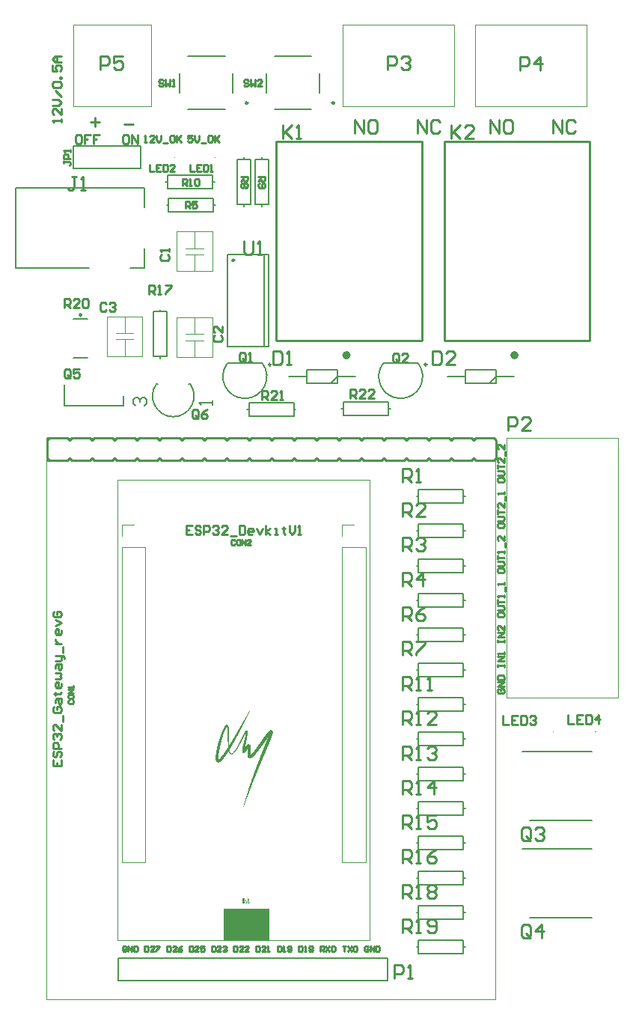
<source format=gbr>
%TF.GenerationSoftware,Altium Limited,Altium Designer,21.3.2 (30)*%
G04 Layer_Color=65535*
%FSLAX26Y26*%
%MOIN*%
%TF.SameCoordinates,1719BFE3-EC80-49D5-815D-C9D469E1D468*%
%TF.FilePolarity,Positive*%
%TF.FileFunction,Legend,Top*%
%TF.Part,Single*%
G01*
G75*
%TA.AperFunction,NonConductor*%
%ADD15C,0.010000*%
%ADD73C,0.007874*%
%ADD74C,0.009842*%
%ADD75C,0.019685*%
%ADD76C,0.003937*%
%ADD77C,0.004724*%
%ADD78C,0.005906*%
G36*
X1018701Y219488D02*
X813976D01*
Y359252D01*
X1018701D01*
Y219488D01*
D02*
G37*
G36*
X831988Y1052067D02*
Y1051968D01*
X831890D01*
Y1051870D01*
X831791D01*
Y1051673D01*
X831693D01*
Y1051476D01*
X831595D01*
Y1051378D01*
X831496D01*
Y1051181D01*
X831398D01*
Y1051083D01*
X831299D01*
Y1050886D01*
X831201D01*
Y1050787D01*
X831102D01*
Y1050591D01*
X831004D01*
Y1050492D01*
X830905D01*
Y1050295D01*
X830807D01*
Y1050098D01*
X830709D01*
Y1050000D01*
X830610D01*
Y1049803D01*
X830512D01*
Y1049705D01*
X830413D01*
Y1049508D01*
X830315D01*
Y1049409D01*
X830216D01*
Y1049213D01*
X830118D01*
Y1049016D01*
X830020D01*
Y1048917D01*
X829921D01*
Y1048720D01*
X829823D01*
Y1048622D01*
X829724D01*
Y1048425D01*
X829626D01*
Y1048327D01*
X829528D01*
Y1048228D01*
X829429D01*
Y1047933D01*
X829331D01*
Y1047835D01*
X829232D01*
Y1047736D01*
X829134D01*
Y1047539D01*
X829035D01*
Y1047441D01*
X828937D01*
Y1047244D01*
X828839D01*
Y1047146D01*
X828740D01*
Y1046949D01*
X828642D01*
Y1046850D01*
X828543D01*
Y1046654D01*
X828445D01*
Y1046555D01*
X828346D01*
Y1046457D01*
X828248D01*
Y1046260D01*
X828150D01*
Y1046161D01*
X828051D01*
Y1045965D01*
X827953D01*
Y1045768D01*
X827854D01*
Y1045669D01*
X827756D01*
Y1045472D01*
X827658D01*
Y1045374D01*
X827559D01*
Y1045177D01*
X827461D01*
Y1045079D01*
X827362D01*
Y1044980D01*
X827264D01*
Y1044784D01*
X827165D01*
Y1044685D01*
X827067D01*
Y1044488D01*
X826968D01*
Y1044390D01*
X826870D01*
Y1044193D01*
X826772D01*
Y1044094D01*
X826673D01*
Y1043996D01*
X826575D01*
Y1043799D01*
X826476D01*
Y1043701D01*
X826378D01*
Y1043504D01*
X826279D01*
Y1043406D01*
X826181D01*
Y1043209D01*
X826083D01*
Y1043012D01*
X825984D01*
Y1042913D01*
X825886D01*
Y1042716D01*
X825787D01*
Y1042618D01*
X825689D01*
Y1042520D01*
X825591D01*
Y1042323D01*
X825492D01*
Y1042224D01*
X825394D01*
Y1042028D01*
X825295D01*
Y1041929D01*
X825197D01*
Y1041732D01*
X825098D01*
Y1041634D01*
X825000D01*
Y1041535D01*
X824902D01*
Y1041339D01*
X824803D01*
Y1041240D01*
X824705D01*
Y1041043D01*
X824606D01*
Y1040945D01*
X824508D01*
Y1040748D01*
X824409D01*
Y1040650D01*
X824311D01*
Y1040551D01*
X824213D01*
Y1040354D01*
X824114D01*
Y1040256D01*
X824016D01*
Y1040059D01*
X823917D01*
Y1039961D01*
X823819D01*
Y1039764D01*
X823721D01*
Y1039665D01*
X823622D01*
Y1039567D01*
X823524D01*
Y1039370D01*
X823425D01*
Y1039272D01*
X823327D01*
Y1039075D01*
X823228D01*
Y1038976D01*
X823130D01*
Y1038878D01*
X823032D01*
Y1038681D01*
X822933D01*
Y1038583D01*
X822835D01*
Y1038386D01*
X822736D01*
Y1038287D01*
X822638D01*
Y1038189D01*
X822539D01*
Y1037992D01*
X822441D01*
Y1037894D01*
X822342D01*
Y1037697D01*
X822244D01*
Y1037598D01*
X822146D01*
Y1037402D01*
X822047D01*
Y1037303D01*
X821949D01*
Y1037205D01*
X821850D01*
Y1037008D01*
X821752D01*
Y1036909D01*
X821654D01*
Y1036713D01*
X821555D01*
Y1036614D01*
X821457D01*
Y1036516D01*
X821358D01*
Y1036319D01*
X821260D01*
Y1036220D01*
X821161D01*
Y1036122D01*
X821063D01*
Y1035925D01*
X820965D01*
Y1035827D01*
X820866D01*
Y1035630D01*
X820768D01*
Y1035532D01*
X820669D01*
Y1035433D01*
X820571D01*
Y1035335D01*
X820472D01*
Y1035138D01*
X820374D01*
Y1035039D01*
X820276D01*
Y1034842D01*
X820177D01*
Y1034744D01*
X820079D01*
Y1034646D01*
X819980D01*
Y1034449D01*
X819882D01*
Y1034350D01*
X819784D01*
Y1034154D01*
X819685D01*
Y1034055D01*
X819587D01*
Y1033957D01*
X819488D01*
Y1033760D01*
X819390D01*
Y1033661D01*
X819291D01*
Y1033563D01*
X819193D01*
Y1033465D01*
X819095D01*
Y1033268D01*
X818996D01*
Y1033169D01*
X818898D01*
Y1032972D01*
X818799D01*
Y1032874D01*
X818701D01*
Y1032776D01*
X818602D01*
Y1032579D01*
X818504D01*
Y1032480D01*
X818405D01*
Y1032382D01*
X818307D01*
Y1032185D01*
X818209D01*
Y1032087D01*
X818110D01*
Y1031988D01*
X818012D01*
Y1031791D01*
X817913D01*
Y1031693D01*
X817815D01*
Y1031594D01*
X817716D01*
Y1031496D01*
X817618D01*
Y1031299D01*
X817520D01*
Y1031201D01*
X817421D01*
Y1031004D01*
X817323D01*
Y1030906D01*
X817224D01*
Y1030807D01*
X817126D01*
Y1030709D01*
X817028D01*
Y1030610D01*
X816929D01*
Y1030413D01*
X816831D01*
Y1030315D01*
X816732D01*
Y1030118D01*
X816634D01*
Y1030020D01*
X816535D01*
Y1029921D01*
X816437D01*
Y1029724D01*
X816339D01*
Y1029626D01*
X816240D01*
Y1029528D01*
X816142D01*
Y1029429D01*
X816043D01*
Y1029232D01*
X815945D01*
Y1029134D01*
X815846D01*
Y1029035D01*
X815748D01*
Y1028839D01*
X815650D01*
Y1028740D01*
X815551D01*
Y1028642D01*
X815453D01*
Y1028543D01*
X815354D01*
Y1028445D01*
X815256D01*
Y1028248D01*
X815158D01*
Y1028150D01*
X815059D01*
Y1027953D01*
X814961D01*
Y1027854D01*
X814862D01*
Y1027756D01*
X814764D01*
Y1027658D01*
X814665D01*
Y1027559D01*
X814567D01*
Y1027362D01*
X814468D01*
Y1027264D01*
X814370D01*
Y1027165D01*
X814272D01*
Y1026968D01*
X814173D01*
Y1026870D01*
X814075D01*
Y1026772D01*
X813976D01*
Y1026673D01*
X813878D01*
Y1026476D01*
X813779D01*
Y1026378D01*
X813681D01*
Y1026280D01*
X813583D01*
Y1026181D01*
X813484D01*
Y1026083D01*
X813386D01*
Y1025886D01*
X813287D01*
Y1025787D01*
X813189D01*
Y1025689D01*
X813091D01*
Y1025591D01*
X812992D01*
Y1025492D01*
X812894D01*
Y1025295D01*
X812795D01*
Y1025197D01*
X812697D01*
Y1025098D01*
X812598D01*
Y1025000D01*
X812500D01*
Y1024902D01*
X812402D01*
Y1024705D01*
X812303D01*
Y1024606D01*
X812205D01*
Y1024508D01*
X812106D01*
Y1024409D01*
X812008D01*
Y1024311D01*
X811909D01*
Y1024114D01*
X811811D01*
Y1024016D01*
X811713D01*
Y1023917D01*
X811614D01*
Y1023819D01*
X811516D01*
Y1023721D01*
X811417D01*
Y1023622D01*
X811319D01*
Y1023425D01*
X811221D01*
Y1023327D01*
X811122D01*
Y1023228D01*
X811024D01*
Y1023130D01*
X810925D01*
Y1023032D01*
X810827D01*
Y1022933D01*
X810728D01*
Y1022736D01*
X810630D01*
Y1022638D01*
X810532D01*
Y1022539D01*
X810433D01*
Y1022441D01*
X810335D01*
Y1022342D01*
X810236D01*
Y1022244D01*
X810138D01*
Y1022047D01*
X810039D01*
Y1021949D01*
X809941D01*
Y1021850D01*
X809842D01*
Y1021752D01*
X809744D01*
Y1021654D01*
X809646D01*
Y1021555D01*
X809547D01*
Y1021457D01*
X809449D01*
Y1021358D01*
X809350D01*
Y1021260D01*
X809252D01*
Y1021161D01*
X809154D01*
Y1020965D01*
X809055D01*
Y1020866D01*
X808957D01*
Y1020768D01*
X808858D01*
Y1020669D01*
X808760D01*
Y1020571D01*
X808661D01*
Y1020472D01*
X808563D01*
Y1020374D01*
X808465D01*
Y1020276D01*
X808366D01*
Y1020079D01*
X808169D01*
Y1019882D01*
X808071D01*
Y1019784D01*
X807972D01*
Y1019685D01*
X807874D01*
Y1019587D01*
X807776D01*
Y1019488D01*
X807677D01*
Y1019390D01*
X807579D01*
Y1019291D01*
X807480D01*
Y1019193D01*
X807382D01*
Y1019095D01*
X807284D01*
Y1018996D01*
X807185D01*
Y1018898D01*
X807087D01*
Y1018799D01*
X806988D01*
Y1018701D01*
X806890D01*
Y1018602D01*
X806791D01*
Y1018504D01*
X806693D01*
Y1018405D01*
X806595D01*
Y1018307D01*
X806496D01*
Y1018209D01*
X806398D01*
Y1018110D01*
X806299D01*
Y1018012D01*
X806201D01*
Y1017913D01*
X806102D01*
Y1017815D01*
X806004D01*
Y1017716D01*
X805905D01*
Y1017618D01*
X805807D01*
Y1017520D01*
X805709D01*
Y1017421D01*
X805610D01*
Y1017323D01*
X805512D01*
Y1017224D01*
X805413D01*
Y1017126D01*
X805315D01*
Y1017028D01*
X805216D01*
Y1016929D01*
X805118D01*
Y1016831D01*
X805020D01*
Y1016732D01*
X804921D01*
Y1016634D01*
X804823D01*
Y1016535D01*
X804724D01*
Y1016437D01*
X804626D01*
Y1016339D01*
X804528D01*
Y1016240D01*
X804331D01*
Y1016142D01*
X804232D01*
Y1016043D01*
X804134D01*
Y1015945D01*
X804035D01*
Y1015846D01*
X803937D01*
Y1015748D01*
X803839D01*
Y1015650D01*
X803740D01*
Y1015551D01*
X803543D01*
Y1015453D01*
X803445D01*
Y1015354D01*
X803346D01*
Y1015256D01*
X803248D01*
Y1015158D01*
X803150D01*
Y1015059D01*
X803051D01*
Y1014961D01*
X802953D01*
Y1014862D01*
X802854D01*
Y1014764D01*
X802756D01*
Y1014665D01*
X802559D01*
Y1014567D01*
X802461D01*
Y1014468D01*
X802362D01*
Y1014370D01*
X802165D01*
Y1014272D01*
X802067D01*
Y1014173D01*
X801968D01*
Y1014075D01*
X801870D01*
Y1013976D01*
X801772D01*
Y1013878D01*
X801575D01*
Y1013779D01*
X801476D01*
Y1013681D01*
X801378D01*
Y1013583D01*
X801181D01*
Y1013484D01*
X801083D01*
Y1013386D01*
X800984D01*
Y1013287D01*
X800787D01*
Y1013189D01*
X800689D01*
Y1013091D01*
X800591D01*
Y1012992D01*
X800394D01*
Y1012894D01*
X800295D01*
Y1012795D01*
X800098D01*
Y1012697D01*
X799902D01*
Y1012598D01*
X799803D01*
Y1012500D01*
X799606D01*
Y1012402D01*
X799508D01*
Y1012303D01*
X799409D01*
Y1012205D01*
X799213D01*
Y1012106D01*
X799114D01*
Y1012008D01*
X798917D01*
Y1011909D01*
X798819D01*
Y1011811D01*
X798622D01*
Y1011713D01*
X798425D01*
Y1011614D01*
X798327D01*
Y1011516D01*
X798032D01*
Y1011417D01*
X797933D01*
Y1011319D01*
X797638D01*
Y1011221D01*
X797539D01*
Y1011122D01*
X797342D01*
Y1011024D01*
X797047D01*
Y1010925D01*
X796949D01*
Y1010827D01*
X796654D01*
Y1010728D01*
X796555D01*
Y1010630D01*
X796260D01*
Y1010532D01*
X796063D01*
Y1010433D01*
X795866D01*
Y1010335D01*
X795472D01*
Y1010236D01*
X795276D01*
Y1010138D01*
X794784D01*
Y1010039D01*
X794587D01*
Y1009941D01*
X794193D01*
Y1009842D01*
X793799D01*
Y1009744D01*
X793405D01*
Y1009646D01*
X792520D01*
Y1009547D01*
X791240D01*
Y1009449D01*
X790453D01*
Y1009547D01*
X789862D01*
Y1009646D01*
X789173D01*
Y1009744D01*
X788878D01*
Y1009842D01*
X788484D01*
Y1009941D01*
X788091D01*
Y1010039D01*
X787697D01*
Y1010138D01*
X787402D01*
Y1010236D01*
X787303D01*
Y1010335D01*
X787008D01*
Y1010433D01*
X786811D01*
Y1010532D01*
X786614D01*
Y1010630D01*
X786417D01*
Y1010728D01*
X786319D01*
Y1010827D01*
X786024D01*
Y1010925D01*
X785925D01*
Y1011024D01*
X785728D01*
Y1011122D01*
X785630D01*
Y1011221D01*
X785433D01*
Y1011319D01*
X785335D01*
Y1011417D01*
X785236D01*
Y1011516D01*
X785039D01*
Y1011614D01*
X784941D01*
Y1011713D01*
X784842D01*
Y1011811D01*
X784646D01*
Y1011909D01*
X784547D01*
Y1012008D01*
X784449D01*
Y1012106D01*
X784350D01*
Y1012205D01*
X784252D01*
Y1012303D01*
X784154D01*
Y1012402D01*
X784055D01*
Y1012500D01*
X783957D01*
Y1012598D01*
X783858D01*
Y1012697D01*
X783760D01*
Y1012795D01*
X783661D01*
Y1012894D01*
X783563D01*
Y1012992D01*
X783465D01*
Y1013091D01*
X783366D01*
Y1013189D01*
X783268D01*
Y1013287D01*
X783169D01*
Y1013484D01*
X783071D01*
Y1013583D01*
X782972D01*
Y1013681D01*
X782874D01*
Y1013878D01*
X782776D01*
Y1013976D01*
X782677D01*
Y1014173D01*
X782579D01*
Y1014272D01*
X782480D01*
Y1014370D01*
X782382D01*
Y1014567D01*
X782284D01*
Y1014665D01*
X782185D01*
Y1014862D01*
X782087D01*
Y1014961D01*
X781988D01*
Y1015256D01*
X781890D01*
Y1015354D01*
X781791D01*
Y1015551D01*
X781693D01*
Y1015748D01*
X781595D01*
Y1015945D01*
X781496D01*
Y1016240D01*
X781398D01*
Y1016339D01*
X781299D01*
Y1016634D01*
X781201D01*
Y1016831D01*
X781102D01*
Y1017028D01*
X781004D01*
Y1017323D01*
X780905D01*
Y1017520D01*
X780807D01*
Y1017913D01*
X780709D01*
Y1018110D01*
X780610D01*
Y1018405D01*
X780512D01*
Y1018799D01*
X780413D01*
Y1019095D01*
X780315D01*
Y1019587D01*
X780216D01*
Y1019784D01*
X780118D01*
Y1020374D01*
X780020D01*
Y1020669D01*
X779921D01*
Y1021161D01*
X779823D01*
Y1021752D01*
X779724D01*
Y1022146D01*
X779626D01*
Y1023032D01*
X779528D01*
Y1023622D01*
X779429D01*
Y1024508D01*
X779331D01*
Y1025886D01*
X779232D01*
Y1027165D01*
X779134D01*
Y1033661D01*
X779232D01*
Y1035236D01*
X779331D01*
Y1036909D01*
X779429D01*
Y1038287D01*
X779528D01*
Y1039173D01*
X779626D01*
Y1040650D01*
X779724D01*
Y1041339D01*
X779823D01*
Y1042618D01*
X779921D01*
Y1043307D01*
X780020D01*
Y1044094D01*
X780118D01*
Y1045177D01*
X780216D01*
Y1045669D01*
X780315D01*
Y1046752D01*
X780413D01*
Y1047244D01*
X780512D01*
Y1048130D01*
X780610D01*
Y1048819D01*
X780709D01*
Y1049409D01*
X780807D01*
Y1050295D01*
X780905D01*
Y1050787D01*
X781004D01*
Y1051673D01*
X781102D01*
Y1052165D01*
X781201D01*
Y1052756D01*
X781299D01*
Y1053543D01*
X781398D01*
Y1053937D01*
X781496D01*
Y1054823D01*
X781595D01*
Y1055216D01*
X781693D01*
Y1055906D01*
X781791D01*
Y1056496D01*
X781890D01*
Y1056890D01*
X781988D01*
Y1057677D01*
X782087D01*
Y1058071D01*
X782185D01*
Y1058858D01*
X782284D01*
Y1059252D01*
X782382D01*
Y1059744D01*
X782480D01*
Y1060433D01*
X782579D01*
Y1060827D01*
X782677D01*
Y1061516D01*
X782776D01*
Y1061909D01*
X782874D01*
Y1062500D01*
X782972D01*
Y1062992D01*
X783071D01*
Y1063386D01*
X783169D01*
Y1064075D01*
X783268D01*
Y1064370D01*
X783366D01*
Y1064961D01*
X783465D01*
Y1065453D01*
X783563D01*
Y1065847D01*
X783661D01*
Y1066437D01*
X783760D01*
Y1066732D01*
X783858D01*
Y1067421D01*
X783957D01*
Y1067716D01*
X784055D01*
Y1068307D01*
X784154D01*
Y1068701D01*
X784252D01*
Y1069094D01*
X784350D01*
Y1069685D01*
X784449D01*
Y1070079D01*
X784547D01*
Y1070571D01*
X784646D01*
Y1070965D01*
X784744D01*
Y1071358D01*
X784842D01*
Y1071949D01*
X784941D01*
Y1072244D01*
X785039D01*
Y1072835D01*
X785138D01*
Y1073130D01*
X785236D01*
Y1073622D01*
X785335D01*
Y1074016D01*
X785433D01*
Y1074409D01*
X785532D01*
Y1074902D01*
X785630D01*
Y1075197D01*
X785728D01*
Y1075787D01*
X785827D01*
Y1076181D01*
X785925D01*
Y1076476D01*
X786024D01*
Y1077067D01*
X786122D01*
Y1077362D01*
X786221D01*
Y1077854D01*
X786319D01*
Y1078150D01*
X786417D01*
Y1078642D01*
X786516D01*
Y1079035D01*
X786614D01*
Y1079331D01*
X786713D01*
Y1079921D01*
X786811D01*
Y1080216D01*
X786909D01*
Y1080709D01*
X787008D01*
Y1081004D01*
X787106D01*
Y1081398D01*
X787205D01*
Y1081890D01*
X787303D01*
Y1082185D01*
X787402D01*
Y1082776D01*
X787500D01*
Y1083071D01*
X787598D01*
Y1083465D01*
X787697D01*
Y1083858D01*
X787795D01*
Y1084154D01*
X787894D01*
Y1084646D01*
X787992D01*
Y1084941D01*
X788091D01*
Y1085433D01*
X788189D01*
Y1085728D01*
X788287D01*
Y1086122D01*
X788386D01*
Y1086614D01*
X788484D01*
Y1086811D01*
X788583D01*
Y1087402D01*
X788681D01*
Y1087598D01*
X788779D01*
Y1088091D01*
X788878D01*
Y1088484D01*
X788976D01*
Y1088780D01*
X789075D01*
Y1089272D01*
X789173D01*
Y1089468D01*
X789272D01*
Y1089961D01*
X789370D01*
Y1090354D01*
X789468D01*
Y1090650D01*
X789567D01*
Y1091142D01*
X789665D01*
Y1091339D01*
X789764D01*
Y1091831D01*
X789862D01*
Y1092126D01*
X789961D01*
Y1092520D01*
X790059D01*
Y1092913D01*
X790158D01*
Y1093209D01*
X790256D01*
Y1093701D01*
X790354D01*
Y1093898D01*
X790453D01*
Y1094390D01*
X790551D01*
Y1094685D01*
X790650D01*
Y1094980D01*
X790748D01*
Y1095472D01*
X790846D01*
Y1095669D01*
X790945D01*
Y1096161D01*
X791043D01*
Y1096457D01*
X791142D01*
Y1096850D01*
X791240D01*
Y1097244D01*
X791339D01*
Y1097441D01*
X791437D01*
Y1097933D01*
X791535D01*
Y1098130D01*
X791634D01*
Y1098622D01*
X791732D01*
Y1098917D01*
X791831D01*
Y1099213D01*
X791929D01*
Y1099606D01*
X792028D01*
Y1099902D01*
X792126D01*
Y1100295D01*
X792224D01*
Y1100591D01*
X792323D01*
Y1100984D01*
X792421D01*
Y1101280D01*
X792520D01*
Y1101575D01*
X792618D01*
Y1101968D01*
X792716D01*
Y1102165D01*
X792815D01*
Y1102658D01*
X792913D01*
Y1102953D01*
X793012D01*
Y1103248D01*
X793110D01*
Y1103642D01*
X793209D01*
Y1103839D01*
X793307D01*
Y1104331D01*
X793405D01*
Y1104528D01*
X793504D01*
Y1104921D01*
X793602D01*
Y1105216D01*
X793701D01*
Y1105512D01*
X793799D01*
Y1105906D01*
X793898D01*
Y1106102D01*
X793996D01*
Y1106496D01*
X794095D01*
Y1106791D01*
X794193D01*
Y1107087D01*
X794291D01*
Y1107480D01*
X794390D01*
Y1107677D01*
X794488D01*
Y1108169D01*
X794587D01*
Y1108366D01*
X794685D01*
Y1108760D01*
X794784D01*
Y1109055D01*
X794882D01*
Y1109252D01*
X794980D01*
Y1109744D01*
X795079D01*
Y1109941D01*
X795177D01*
Y1110335D01*
X795276D01*
Y1110630D01*
X795374D01*
Y1110827D01*
X795472D01*
Y1111319D01*
X795571D01*
Y1111516D01*
X795669D01*
Y1111909D01*
X795768D01*
Y1112106D01*
X795866D01*
Y1112500D01*
X795965D01*
Y1112795D01*
X796063D01*
Y1112992D01*
X796161D01*
Y1113386D01*
X796260D01*
Y1113681D01*
X796358D01*
Y1114075D01*
X796457D01*
Y1114272D01*
X796555D01*
Y1114567D01*
X796654D01*
Y1114961D01*
X796752D01*
Y1115158D01*
X796850D01*
Y1115551D01*
X796949D01*
Y1115748D01*
X797047D01*
Y1116142D01*
X797146D01*
Y1116437D01*
X797244D01*
Y1116634D01*
X797342D01*
Y1117028D01*
X797441D01*
Y1117224D01*
X797539D01*
Y1117618D01*
X797638D01*
Y1117913D01*
X797736D01*
Y1118110D01*
X797835D01*
Y1118504D01*
X797933D01*
Y1118701D01*
X798032D01*
Y1119094D01*
X798130D01*
Y1119390D01*
X798228D01*
Y1119685D01*
X798327D01*
Y1119980D01*
X798425D01*
Y1120177D01*
X798524D01*
Y1120571D01*
X798622D01*
Y1120768D01*
X798721D01*
Y1121161D01*
X798819D01*
Y1121457D01*
X798917D01*
Y1121653D01*
X799016D01*
Y1122047D01*
X799114D01*
Y1122244D01*
X799213D01*
Y1122638D01*
X799311D01*
Y1122835D01*
X799409D01*
Y1123130D01*
X799508D01*
Y1123425D01*
X799606D01*
Y1123622D01*
X799705D01*
Y1124016D01*
X799803D01*
Y1124213D01*
X799902D01*
Y1124606D01*
X800000D01*
Y1124902D01*
X800098D01*
Y1125098D01*
X800197D01*
Y1125492D01*
X800295D01*
Y1125689D01*
X800394D01*
Y1126083D01*
X800492D01*
Y1126280D01*
X800591D01*
Y1126575D01*
X800689D01*
Y1126870D01*
X800787D01*
Y1127067D01*
X800886D01*
Y1127461D01*
X800984D01*
Y1127658D01*
X801083D01*
Y1127953D01*
X801181D01*
Y1128248D01*
X801279D01*
Y1128445D01*
X801378D01*
Y1128839D01*
X801476D01*
Y1129035D01*
X801575D01*
Y1129429D01*
X801673D01*
Y1129626D01*
X801772D01*
Y1129921D01*
X801870D01*
Y1130216D01*
X801968D01*
Y1130413D01*
X802067D01*
Y1130807D01*
X802165D01*
Y1130906D01*
X802264D01*
Y1131299D01*
X802362D01*
Y1131496D01*
X802461D01*
Y1131791D01*
X802559D01*
Y1132087D01*
X802658D01*
Y1132284D01*
X802756D01*
Y1132677D01*
X802854D01*
Y1132874D01*
X802953D01*
Y1133169D01*
X803051D01*
Y1133465D01*
X803150D01*
Y1133661D01*
X803248D01*
Y1133957D01*
X803346D01*
Y1134153D01*
X803445D01*
Y1134547D01*
X803543D01*
Y1134744D01*
X803642D01*
Y1134941D01*
X803740D01*
Y1135335D01*
X803839D01*
Y1135532D01*
X803937D01*
Y1135827D01*
X804035D01*
Y1136024D01*
X804134D01*
Y1136319D01*
X804232D01*
Y1136614D01*
X804331D01*
Y1136811D01*
X804429D01*
Y1137205D01*
X804528D01*
Y1137303D01*
X804626D01*
Y1137697D01*
X804724D01*
Y1137894D01*
X804823D01*
Y1138091D01*
X804921D01*
Y1138484D01*
X805020D01*
Y1138583D01*
X805118D01*
Y1138976D01*
X805216D01*
Y1139173D01*
X805315D01*
Y1139468D01*
X805413D01*
Y1139665D01*
X805512D01*
Y1139862D01*
X805610D01*
Y1140256D01*
X805709D01*
Y1140453D01*
X805807D01*
Y1140748D01*
X805905D01*
Y1140945D01*
X806004D01*
Y1141142D01*
X806102D01*
Y1141535D01*
X806201D01*
Y1141634D01*
X806299D01*
Y1142028D01*
X806398D01*
Y1142224D01*
X806496D01*
Y1142421D01*
X806595D01*
Y1142716D01*
X806693D01*
Y1142913D01*
X806791D01*
Y1143209D01*
X806890D01*
Y1143406D01*
X806988D01*
Y1143701D01*
X807087D01*
Y1143898D01*
X807185D01*
Y1144094D01*
X807284D01*
Y1144488D01*
X807382D01*
Y1144587D01*
X807480D01*
Y1144980D01*
X807579D01*
Y1145079D01*
X807677D01*
Y1145374D01*
X807776D01*
Y1145669D01*
X807874D01*
Y1145866D01*
X807972D01*
Y1146161D01*
X808071D01*
Y1146358D01*
X808169D01*
Y1146653D01*
X808268D01*
Y1146850D01*
X808366D01*
Y1147047D01*
X808465D01*
Y1147342D01*
X808563D01*
Y1147539D01*
X808661D01*
Y1147835D01*
X808760D01*
Y1148032D01*
X808858D01*
Y1148228D01*
X808957D01*
Y1148524D01*
X809055D01*
Y1148720D01*
X809154D01*
Y1149016D01*
X809252D01*
Y1149114D01*
X809350D01*
Y1149508D01*
X809449D01*
Y1149606D01*
X809547D01*
Y1149902D01*
X809646D01*
Y1150197D01*
X809744D01*
Y1150295D01*
X809842D01*
Y1150591D01*
X809941D01*
Y1150787D01*
X810039D01*
Y1150984D01*
X810138D01*
Y1151280D01*
X810236D01*
Y1151476D01*
X810335D01*
Y1151772D01*
X810433D01*
Y1151870D01*
X810532D01*
Y1152165D01*
X810630D01*
Y1152362D01*
X810728D01*
Y1152559D01*
X810827D01*
Y1152854D01*
X810925D01*
Y1153051D01*
X811024D01*
Y1153347D01*
X811122D01*
Y1153445D01*
X811221D01*
Y1153740D01*
X811319D01*
Y1153937D01*
X811417D01*
Y1154134D01*
X811516D01*
Y1154429D01*
X811614D01*
Y1154528D01*
X811713D01*
Y1154823D01*
X811811D01*
Y1155020D01*
X811909D01*
Y1155216D01*
X812008D01*
Y1155512D01*
X812106D01*
Y1155610D01*
X812205D01*
Y1155906D01*
X812303D01*
Y1156102D01*
X812402D01*
Y1156299D01*
X812500D01*
Y1156594D01*
X812598D01*
Y1156693D01*
X812697D01*
Y1156988D01*
X812795D01*
Y1157185D01*
X812894D01*
Y1157382D01*
X812992D01*
Y1157579D01*
X813091D01*
Y1157776D01*
X813189D01*
Y1158071D01*
X813287D01*
Y1158169D01*
X813386D01*
Y1158465D01*
X813484D01*
Y1158661D01*
X813583D01*
Y1158858D01*
X813681D01*
Y1159055D01*
X813779D01*
Y1159153D01*
X813878D01*
Y1159449D01*
X813976D01*
Y1159646D01*
X814075D01*
Y1159842D01*
X814173D01*
Y1160039D01*
X814272D01*
Y1160236D01*
X814370D01*
Y1160433D01*
X814468D01*
Y1160630D01*
X814567D01*
Y1160827D01*
X814665D01*
Y1161024D01*
X814764D01*
Y1161220D01*
X814862D01*
Y1161417D01*
X814961D01*
Y1161614D01*
X815059D01*
Y1161811D01*
X815158D01*
Y1162008D01*
X815256D01*
Y1162205D01*
X815354D01*
Y1162402D01*
X815453D01*
Y1162500D01*
X815551D01*
Y1162795D01*
X815650D01*
Y1162894D01*
X815748D01*
Y1163189D01*
X815846D01*
Y1163287D01*
X815945D01*
Y1163484D01*
X816043D01*
Y1163681D01*
X816142D01*
Y1163878D01*
X816240D01*
Y1164075D01*
X816339D01*
Y1164173D01*
X816437D01*
Y1164468D01*
X816535D01*
Y1164567D01*
X816634D01*
Y1164764D01*
X816732D01*
Y1164961D01*
X816831D01*
Y1165059D01*
X816929D01*
Y1165354D01*
X817028D01*
Y1165453D01*
X817126D01*
Y1165650D01*
X817224D01*
Y1165847D01*
X817323D01*
Y1165945D01*
X817421D01*
Y1166240D01*
X817520D01*
Y1166339D01*
X817618D01*
Y1166535D01*
X817716D01*
Y1166732D01*
X817815D01*
Y1166831D01*
X817913D01*
Y1167028D01*
X818012D01*
Y1167126D01*
X818110D01*
Y1167421D01*
X818209D01*
Y1167520D01*
X818307D01*
Y1167716D01*
X818405D01*
Y1167815D01*
X818504D01*
Y1168012D01*
X818602D01*
Y1168209D01*
X818701D01*
Y1168307D01*
X818799D01*
Y1168504D01*
X818898D01*
Y1168602D01*
X818996D01*
Y1168799D01*
X819095D01*
Y1168996D01*
X819193D01*
Y1169094D01*
X819291D01*
Y1169291D01*
X819390D01*
Y1169390D01*
X819488D01*
Y1169587D01*
X819587D01*
Y1169685D01*
X819685D01*
Y1169882D01*
X819784D01*
Y1169980D01*
X819882D01*
Y1170177D01*
X819980D01*
Y1170276D01*
X820079D01*
Y1170472D01*
X820177D01*
Y1170571D01*
X820276D01*
Y1170768D01*
X820374D01*
Y1170866D01*
X820472D01*
Y1171063D01*
X820571D01*
Y1171161D01*
X820669D01*
Y1171260D01*
X820768D01*
Y1171457D01*
X820866D01*
Y1171555D01*
X820965D01*
Y1171653D01*
X821063D01*
Y1171752D01*
X821161D01*
Y1171949D01*
X821260D01*
Y1172047D01*
X821358D01*
Y1172146D01*
X821457D01*
Y1172342D01*
X821555D01*
Y1172441D01*
X821654D01*
Y1172539D01*
X821752D01*
Y1172638D01*
X821850D01*
Y1172835D01*
X821949D01*
Y1172933D01*
X822047D01*
Y1173032D01*
X822146D01*
Y1173130D01*
X822244D01*
Y1173228D01*
X822342D01*
Y1173425D01*
X822441D01*
Y1173524D01*
X822539D01*
Y1173622D01*
X822638D01*
Y1173720D01*
X822736D01*
Y1173819D01*
X822835D01*
Y1173917D01*
X822933D01*
Y1174016D01*
X823032D01*
Y1174114D01*
X823130D01*
Y1174213D01*
X823228D01*
Y1174311D01*
X823327D01*
Y1174409D01*
X823425D01*
Y1174508D01*
X823524D01*
Y1174606D01*
X823622D01*
Y1174705D01*
X823721D01*
Y1174803D01*
X823819D01*
Y1174902D01*
X823917D01*
Y1175000D01*
X824016D01*
Y1175098D01*
X824114D01*
Y1175197D01*
X824213D01*
Y1175295D01*
X824311D01*
Y1175394D01*
X824508D01*
Y1175492D01*
X824606D01*
Y1175591D01*
X824705D01*
Y1175689D01*
X824902D01*
Y1175787D01*
X825000D01*
Y1175886D01*
X825098D01*
Y1175984D01*
X825295D01*
Y1176083D01*
X825394D01*
Y1176181D01*
X825591D01*
Y1176280D01*
X825689D01*
Y1176378D01*
X825984D01*
Y1176476D01*
X826083D01*
Y1176575D01*
X826279D01*
Y1176673D01*
X826575D01*
Y1176772D01*
X826673D01*
Y1176870D01*
X827067D01*
Y1176968D01*
X827165D01*
Y1177067D01*
X827461D01*
Y1177165D01*
X827854D01*
Y1177264D01*
X828051D01*
Y1177362D01*
X830610D01*
Y1177264D01*
X830905D01*
Y1177165D01*
X831299D01*
Y1177067D01*
X831496D01*
Y1176968D01*
X831693D01*
Y1176870D01*
X831988D01*
Y1176772D01*
X832087D01*
Y1176673D01*
X832382D01*
Y1176575D01*
X832480D01*
Y1176476D01*
X832677D01*
Y1176378D01*
X832874D01*
Y1176280D01*
X832972D01*
Y1176181D01*
X833071D01*
Y1176083D01*
X833268D01*
Y1175984D01*
X833366D01*
Y1175886D01*
X833465D01*
Y1175787D01*
X833563D01*
Y1175689D01*
X833661D01*
Y1175591D01*
X833760D01*
Y1175492D01*
X833858D01*
Y1175394D01*
X833957D01*
Y1175295D01*
X834055D01*
Y1175197D01*
X834154D01*
Y1175000D01*
X834252D01*
Y1174902D01*
X834350D01*
Y1174803D01*
X834449D01*
Y1174606D01*
X834547D01*
Y1174508D01*
X834646D01*
Y1174311D01*
X834744D01*
Y1174213D01*
X834842D01*
Y1174016D01*
X834941D01*
Y1173917D01*
X835039D01*
Y1173720D01*
X835138D01*
Y1173524D01*
X835236D01*
Y1173425D01*
X835335D01*
Y1173130D01*
X835433D01*
Y1172933D01*
X835532D01*
Y1172736D01*
X835630D01*
Y1172539D01*
X835728D01*
Y1172342D01*
X835827D01*
Y1171949D01*
X835925D01*
Y1171850D01*
X836024D01*
Y1171457D01*
X836122D01*
Y1171161D01*
X836221D01*
Y1170965D01*
X836319D01*
Y1170472D01*
X836417D01*
Y1170276D01*
X836516D01*
Y1169784D01*
X836614D01*
Y1169488D01*
X836713D01*
Y1168996D01*
X836811D01*
Y1168504D01*
X836909D01*
Y1168209D01*
X837008D01*
Y1167520D01*
X837106D01*
Y1167126D01*
X837205D01*
Y1166339D01*
X837303D01*
Y1165748D01*
X837402D01*
Y1165158D01*
X837500D01*
Y1164173D01*
X837598D01*
Y1163583D01*
X837697D01*
Y1162205D01*
X837795D01*
Y1161417D01*
X837894D01*
Y1160138D01*
X837992D01*
Y1158563D01*
X838091D01*
Y1157284D01*
X838189D01*
Y1154134D01*
X838287D01*
Y1151772D01*
X838386D01*
Y1121949D01*
X838287D01*
Y1100394D01*
X838386D01*
Y1094587D01*
X838484D01*
Y1092028D01*
X838583D01*
Y1090059D01*
X838681D01*
Y1087205D01*
X838779D01*
Y1086024D01*
X838878D01*
Y1084744D01*
X838976D01*
Y1084646D01*
X839075D01*
Y1084744D01*
X839173D01*
Y1084941D01*
X839272D01*
Y1085138D01*
X839370D01*
Y1085335D01*
X839468D01*
Y1085433D01*
X839567D01*
Y1085630D01*
X839665D01*
Y1085728D01*
X839764D01*
Y1085925D01*
X839862D01*
Y1086122D01*
X839961D01*
Y1086220D01*
X840059D01*
Y1086417D01*
X840158D01*
Y1086516D01*
X840256D01*
Y1086713D01*
X840354D01*
Y1086909D01*
X840453D01*
Y1087008D01*
X840551D01*
Y1087205D01*
X840650D01*
Y1087303D01*
X840748D01*
Y1087500D01*
X840846D01*
Y1087697D01*
X840945D01*
Y1087795D01*
X841043D01*
Y1087992D01*
X841142D01*
Y1088091D01*
X841240D01*
Y1088287D01*
X841339D01*
Y1088484D01*
X841437D01*
Y1088583D01*
X841535D01*
Y1088780D01*
X841634D01*
Y1088878D01*
X841732D01*
Y1089075D01*
X841831D01*
Y1089173D01*
X841929D01*
Y1089370D01*
X842028D01*
Y1089567D01*
X842126D01*
Y1089665D01*
X842224D01*
Y1089862D01*
X842323D01*
Y1089961D01*
X842421D01*
Y1090158D01*
X842520D01*
Y1090354D01*
X842618D01*
Y1090453D01*
X842716D01*
Y1090650D01*
X842815D01*
Y1090748D01*
X842913D01*
Y1091043D01*
X843012D01*
Y1091142D01*
X843110D01*
Y1091339D01*
X843209D01*
Y1091437D01*
X843307D01*
Y1091535D01*
X843405D01*
Y1091831D01*
X843504D01*
Y1091929D01*
X843602D01*
Y1092126D01*
X843701D01*
Y1092224D01*
X843799D01*
Y1092421D01*
X843898D01*
Y1092618D01*
X843996D01*
Y1092716D01*
X844095D01*
Y1092913D01*
X844193D01*
Y1093012D01*
X844291D01*
Y1093209D01*
X844390D01*
Y1093406D01*
X844488D01*
Y1093504D01*
X844587D01*
Y1093701D01*
X844685D01*
Y1093799D01*
X844784D01*
Y1093996D01*
X844882D01*
Y1094193D01*
X844980D01*
Y1094291D01*
X845079D01*
Y1094488D01*
X845177D01*
Y1094587D01*
X845276D01*
Y1094882D01*
X845374D01*
Y1094980D01*
X845472D01*
Y1095079D01*
X845571D01*
Y1095276D01*
X845669D01*
Y1095472D01*
X845768D01*
Y1095669D01*
X845866D01*
Y1095768D01*
X845965D01*
Y1095965D01*
X846063D01*
Y1096063D01*
X846161D01*
Y1096260D01*
X846260D01*
Y1096457D01*
X846358D01*
Y1096555D01*
X846457D01*
Y1096752D01*
X846555D01*
Y1096850D01*
X846654D01*
Y1097047D01*
X846752D01*
Y1097244D01*
X846850D01*
Y1097342D01*
X846949D01*
Y1097539D01*
X847047D01*
Y1097638D01*
X847146D01*
Y1097933D01*
X847244D01*
Y1098032D01*
X847342D01*
Y1098130D01*
X847441D01*
Y1098425D01*
X847539D01*
Y1098524D01*
X847638D01*
Y1098720D01*
X847736D01*
Y1098819D01*
X847835D01*
Y1099016D01*
X847933D01*
Y1099213D01*
X848032D01*
Y1099311D01*
X848130D01*
Y1099508D01*
X848228D01*
Y1099606D01*
X848327D01*
Y1099803D01*
X848425D01*
Y1100000D01*
X848524D01*
Y1100098D01*
X848622D01*
Y1100295D01*
X848721D01*
Y1100394D01*
X848819D01*
Y1100591D01*
X848917D01*
Y1100787D01*
X849016D01*
Y1100886D01*
X849114D01*
Y1101083D01*
X849213D01*
Y1101181D01*
X849311D01*
Y1101476D01*
X849409D01*
Y1101575D01*
X849508D01*
Y1101772D01*
X849606D01*
Y1101870D01*
X849705D01*
Y1102067D01*
X849803D01*
Y1102264D01*
X849902D01*
Y1102362D01*
X850000D01*
Y1102559D01*
X850098D01*
Y1102658D01*
X850197D01*
Y1102854D01*
X850295D01*
Y1103051D01*
X850394D01*
Y1103150D01*
X850492D01*
Y1103347D01*
X850591D01*
Y1103445D01*
X850689D01*
Y1103642D01*
X850787D01*
Y1103839D01*
X850886D01*
Y1103937D01*
X850984D01*
Y1104134D01*
X851083D01*
Y1104331D01*
X851181D01*
Y1104528D01*
X851279D01*
Y1104626D01*
X851378D01*
Y1104823D01*
X851476D01*
Y1105020D01*
X851575D01*
Y1105118D01*
X851673D01*
Y1105315D01*
X851772D01*
Y1105413D01*
X851870D01*
Y1105610D01*
X851968D01*
Y1105807D01*
X852067D01*
Y1105906D01*
X852165D01*
Y1106102D01*
X852264D01*
Y1106201D01*
X852362D01*
Y1106496D01*
X852461D01*
Y1106594D01*
X852559D01*
Y1106791D01*
X852658D01*
Y1106890D01*
X852756D01*
Y1107087D01*
X852854D01*
Y1107284D01*
X852953D01*
Y1107382D01*
X853051D01*
Y1107579D01*
X853150D01*
Y1107677D01*
X853248D01*
Y1107874D01*
X853346D01*
Y1108071D01*
X853445D01*
Y1108169D01*
X853543D01*
Y1108366D01*
X853642D01*
Y1108563D01*
X853740D01*
Y1108661D01*
X853839D01*
Y1108858D01*
X853937D01*
Y1108957D01*
X854035D01*
Y1109252D01*
X854134D01*
Y1109350D01*
X854232D01*
Y1109547D01*
X854331D01*
Y1109646D01*
X854429D01*
Y1109842D01*
X854528D01*
Y1110039D01*
X854626D01*
Y1110138D01*
X854724D01*
Y1110335D01*
X854823D01*
Y1110433D01*
X854921D01*
Y1110630D01*
X855020D01*
Y1110827D01*
X855118D01*
Y1110925D01*
X855216D01*
Y1111122D01*
X855315D01*
Y1111220D01*
X855413D01*
Y1111417D01*
X855512D01*
Y1111614D01*
X855610D01*
Y1111713D01*
X855709D01*
Y1111909D01*
X855807D01*
Y1112106D01*
X855905D01*
Y1112303D01*
X856004D01*
Y1112402D01*
X856102D01*
Y1112598D01*
X856201D01*
Y1112795D01*
X856299D01*
Y1112894D01*
X856398D01*
Y1113091D01*
X856496D01*
Y1113189D01*
X856595D01*
Y1113386D01*
X856693D01*
Y1113583D01*
X856791D01*
Y1113681D01*
X856890D01*
Y1113878D01*
X856988D01*
Y1114075D01*
X857087D01*
Y1114272D01*
X857185D01*
Y1114370D01*
X857284D01*
Y1114567D01*
X857382D01*
Y1114764D01*
X857480D01*
Y1114862D01*
X857579D01*
Y1115059D01*
X857677D01*
Y1115158D01*
X857776D01*
Y1115354D01*
X857874D01*
Y1115551D01*
X857972D01*
Y1115650D01*
X858071D01*
Y1115847D01*
X858169D01*
Y1115945D01*
X858268D01*
Y1116240D01*
X858366D01*
Y1116339D01*
X858465D01*
Y1116535D01*
X858563D01*
Y1116634D01*
X858661D01*
Y1116831D01*
X858760D01*
Y1117028D01*
X858858D01*
Y1117126D01*
X858957D01*
Y1117323D01*
X859055D01*
Y1117520D01*
X859154D01*
Y1117618D01*
X859252D01*
Y1117815D01*
X859350D01*
Y1117913D01*
X859449D01*
Y1118209D01*
X859547D01*
Y1118307D01*
X859646D01*
Y1118504D01*
X859744D01*
Y1118602D01*
X859842D01*
Y1118799D01*
X859941D01*
Y1118996D01*
X860039D01*
Y1119094D01*
X860138D01*
Y1119291D01*
X860236D01*
Y1119488D01*
X860335D01*
Y1119587D01*
X860433D01*
Y1119784D01*
X860532D01*
Y1119882D01*
X860630D01*
Y1120079D01*
X860728D01*
Y1120276D01*
X860827D01*
Y1120472D01*
X860925D01*
Y1120571D01*
X861024D01*
Y1120768D01*
X861122D01*
Y1120965D01*
X861221D01*
Y1121063D01*
X861319D01*
Y1121260D01*
X861417D01*
Y1121457D01*
X861516D01*
Y1121555D01*
X861614D01*
Y1121752D01*
X861713D01*
Y1121850D01*
X861811D01*
Y1122146D01*
X861909D01*
Y1122244D01*
X862008D01*
Y1122441D01*
X862106D01*
Y1122539D01*
X862205D01*
Y1122736D01*
X862303D01*
Y1122933D01*
X862402D01*
Y1123032D01*
X862500D01*
Y1123228D01*
X862598D01*
Y1123425D01*
X862697D01*
Y1123524D01*
X862795D01*
Y1123720D01*
X862894D01*
Y1123917D01*
X862992D01*
Y1124114D01*
X863091D01*
Y1124213D01*
X863189D01*
Y1124409D01*
X863287D01*
Y1124606D01*
X863386D01*
Y1124705D01*
X863484D01*
Y1124902D01*
X863583D01*
Y1125000D01*
X863681D01*
Y1125197D01*
X863779D01*
Y1125394D01*
X863878D01*
Y1125492D01*
X863976D01*
Y1125787D01*
X864075D01*
Y1125886D01*
X864173D01*
Y1126083D01*
X864272D01*
Y1126181D01*
X864370D01*
Y1126378D01*
X864468D01*
Y1126575D01*
X864567D01*
Y1126673D01*
X864665D01*
Y1126870D01*
X864764D01*
Y1127067D01*
X864862D01*
Y1127264D01*
X864961D01*
Y1127362D01*
X865059D01*
Y1127559D01*
X865158D01*
Y1127756D01*
X865256D01*
Y1127854D01*
X865354D01*
Y1128051D01*
X865453D01*
Y1128150D01*
X865551D01*
Y1128347D01*
X865650D01*
Y1128543D01*
X865748D01*
Y1128642D01*
X865846D01*
Y1128937D01*
X865945D01*
Y1129035D01*
X866043D01*
Y1129232D01*
X866142D01*
Y1129331D01*
X866240D01*
Y1129528D01*
X866339D01*
Y1129724D01*
X866437D01*
Y1129823D01*
X866535D01*
Y1130020D01*
X866634D01*
Y1130216D01*
X866732D01*
Y1130413D01*
X866831D01*
Y1130512D01*
X866929D01*
Y1130709D01*
X867028D01*
Y1130906D01*
X867126D01*
Y1131004D01*
X867224D01*
Y1131201D01*
X867323D01*
Y1131398D01*
X867421D01*
Y1131496D01*
X867520D01*
Y1131693D01*
X867618D01*
Y1131890D01*
X867716D01*
Y1132087D01*
X867815D01*
Y1132185D01*
X867913D01*
Y1132382D01*
X868012D01*
Y1132579D01*
X868110D01*
Y1132677D01*
X868209D01*
Y1132874D01*
X868307D01*
Y1133071D01*
X868405D01*
Y1133268D01*
X868504D01*
Y1133366D01*
X868602D01*
Y1133563D01*
X868701D01*
Y1133760D01*
X868799D01*
Y1133858D01*
X868898D01*
Y1134055D01*
X868996D01*
Y1134252D01*
X869095D01*
Y1134350D01*
X869193D01*
Y1134547D01*
X869291D01*
Y1134646D01*
X869390D01*
Y1134941D01*
X869488D01*
Y1135039D01*
X869587D01*
Y1135236D01*
X869685D01*
Y1135433D01*
X869784D01*
Y1135532D01*
X869882D01*
Y1135728D01*
X869980D01*
Y1135827D01*
X870079D01*
Y1136122D01*
X870177D01*
Y1136220D01*
X870276D01*
Y1136417D01*
X870374D01*
Y1136614D01*
X870472D01*
Y1136713D01*
X870571D01*
Y1136909D01*
X870669D01*
Y1137008D01*
X870768D01*
Y1137205D01*
X870866D01*
Y1137402D01*
X870965D01*
Y1137598D01*
X871063D01*
Y1137795D01*
X871161D01*
Y1137894D01*
X871260D01*
Y1138091D01*
X871358D01*
Y1138189D01*
X871457D01*
Y1138386D01*
X871555D01*
Y1138583D01*
X871654D01*
Y1138681D01*
X871752D01*
Y1138976D01*
X871850D01*
Y1139075D01*
X871949D01*
Y1139272D01*
X872047D01*
Y1139370D01*
X872146D01*
Y1139567D01*
X872244D01*
Y1139764D01*
X872342D01*
Y1139862D01*
X872441D01*
Y1140059D01*
X872539D01*
Y1140256D01*
X872638D01*
Y1140453D01*
X872736D01*
Y1140551D01*
X872835D01*
Y1140748D01*
X872933D01*
Y1140945D01*
X873032D01*
Y1141043D01*
X873130D01*
Y1141240D01*
X873228D01*
Y1141437D01*
X873327D01*
Y1141535D01*
X873425D01*
Y1141732D01*
X873524D01*
Y1141929D01*
X873622D01*
Y1142126D01*
X873721D01*
Y1142224D01*
X873819D01*
Y1142421D01*
X873917D01*
Y1142618D01*
X874016D01*
Y1142716D01*
X874114D01*
Y1142913D01*
X874213D01*
Y1143110D01*
X874311D01*
Y1143307D01*
X874409D01*
Y1143406D01*
X874508D01*
Y1143602D01*
X874606D01*
Y1143799D01*
X874705D01*
Y1143898D01*
X874803D01*
Y1144094D01*
X874902D01*
Y1144291D01*
X875000D01*
Y1144390D01*
X875098D01*
Y1144587D01*
X875197D01*
Y1144784D01*
X875295D01*
Y1144980D01*
X875394D01*
Y1145079D01*
X875492D01*
Y1145276D01*
X875591D01*
Y1145472D01*
X875689D01*
Y1145571D01*
X875787D01*
Y1145768D01*
X875886D01*
Y1145866D01*
X875984D01*
Y1146161D01*
X876083D01*
Y1146260D01*
X876181D01*
Y1146457D01*
X876279D01*
Y1146653D01*
X876378D01*
Y1146752D01*
X876476D01*
Y1146949D01*
X876575D01*
Y1147047D01*
X876673D01*
Y1147342D01*
X876772D01*
Y1147441D01*
X876870D01*
Y1147638D01*
X876968D01*
Y1147835D01*
X877067D01*
Y1147933D01*
X877165D01*
Y1148130D01*
X877264D01*
Y1148228D01*
X877362D01*
Y1148425D01*
X877461D01*
Y1148622D01*
X877559D01*
Y1148720D01*
X877658D01*
Y1149016D01*
X877756D01*
Y1149114D01*
X877854D01*
Y1149311D01*
X877953D01*
Y1149508D01*
X878051D01*
Y1149606D01*
X878150D01*
Y1149803D01*
X878248D01*
Y1149902D01*
X878346D01*
Y1150197D01*
X878445D01*
Y1150295D01*
X878543D01*
Y1150492D01*
X878642D01*
Y1150689D01*
X878740D01*
Y1150787D01*
X878839D01*
Y1150984D01*
X878937D01*
Y1151083D01*
X879035D01*
Y1151280D01*
X879134D01*
Y1151476D01*
X879232D01*
Y1151575D01*
X879331D01*
Y1151870D01*
X879429D01*
Y1151968D01*
X879528D01*
Y1152165D01*
X879626D01*
Y1152264D01*
X879724D01*
Y1152461D01*
X879823D01*
Y1152658D01*
X879921D01*
Y1152756D01*
X880020D01*
Y1153051D01*
X880118D01*
Y1153150D01*
X880216D01*
Y1153347D01*
X880315D01*
Y1153445D01*
X880413D01*
Y1153642D01*
X880512D01*
Y1153839D01*
X880610D01*
Y1153937D01*
X880709D01*
Y1154134D01*
X880807D01*
Y1154331D01*
X880905D01*
Y1154528D01*
X881004D01*
Y1154626D01*
X881102D01*
Y1154823D01*
X881201D01*
Y1155020D01*
X881299D01*
Y1155118D01*
X881398D01*
Y1155315D01*
X881496D01*
Y1155512D01*
X881595D01*
Y1155610D01*
X881693D01*
Y1155807D01*
X881791D01*
Y1156004D01*
X881890D01*
Y1156201D01*
X881988D01*
Y1156299D01*
X882087D01*
Y1156496D01*
X882185D01*
Y1156693D01*
X882284D01*
Y1156791D01*
X882382D01*
Y1156988D01*
X882480D01*
Y1157185D01*
X882579D01*
Y1157382D01*
X882677D01*
Y1157480D01*
X882776D01*
Y1157677D01*
X882874D01*
Y1157874D01*
X882972D01*
Y1157972D01*
X883071D01*
Y1158169D01*
X883169D01*
Y1158366D01*
X883268D01*
Y1158465D01*
X883366D01*
Y1158661D01*
X883465D01*
Y1158760D01*
X883563D01*
Y1159055D01*
X883661D01*
Y1159153D01*
X883760D01*
Y1159350D01*
X883858D01*
Y1159547D01*
X883957D01*
Y1159646D01*
X884055D01*
Y1159842D01*
X884154D01*
Y1159941D01*
X884252D01*
Y1160236D01*
X884350D01*
Y1160335D01*
X884449D01*
Y1160532D01*
X884547D01*
Y1160728D01*
X884646D01*
Y1160827D01*
X884744D01*
Y1161024D01*
X884842D01*
Y1161122D01*
X884941D01*
Y1161417D01*
X885039D01*
Y1161516D01*
X885138D01*
Y1161713D01*
X885236D01*
Y1161909D01*
X885335D01*
Y1162008D01*
X885433D01*
Y1162205D01*
X885532D01*
Y1162402D01*
X885630D01*
Y1162500D01*
X885728D01*
Y1162697D01*
X885827D01*
Y1162894D01*
X885925D01*
Y1163091D01*
X886024D01*
Y1163189D01*
X886122D01*
Y1163386D01*
X886221D01*
Y1163583D01*
X886319D01*
Y1163681D01*
X886417D01*
Y1163878D01*
X886516D01*
Y1164075D01*
X886614D01*
Y1164272D01*
X886713D01*
Y1164370D01*
X886811D01*
Y1164567D01*
X886909D01*
Y1164764D01*
X887008D01*
Y1164862D01*
X887106D01*
Y1165059D01*
X887205D01*
Y1165256D01*
X887303D01*
Y1165453D01*
X887402D01*
Y1165551D01*
X887500D01*
Y1165748D01*
X887598D01*
Y1165945D01*
X887697D01*
Y1166043D01*
X887795D01*
Y1166339D01*
X887894D01*
Y1166437D01*
X887992D01*
Y1166634D01*
X888091D01*
Y1166831D01*
X888189D01*
Y1166929D01*
X888287D01*
Y1167126D01*
X888386D01*
Y1167224D01*
X888484D01*
Y1167520D01*
X888583D01*
Y1167618D01*
X888681D01*
Y1167815D01*
X888779D01*
Y1168012D01*
X888878D01*
Y1168110D01*
X888976D01*
Y1168307D01*
X889075D01*
Y1168504D01*
X889173D01*
Y1168602D01*
X889272D01*
Y1168799D01*
X889370D01*
Y1168996D01*
X889468D01*
Y1169193D01*
X889567D01*
Y1169291D01*
X889665D01*
Y1169488D01*
X889764D01*
Y1169685D01*
X889862D01*
Y1169784D01*
X889961D01*
Y1169980D01*
X890059D01*
Y1170177D01*
X890158D01*
Y1170374D01*
X890256D01*
Y1170472D01*
X890354D01*
Y1170669D01*
X890453D01*
Y1170866D01*
X890551D01*
Y1170965D01*
X890650D01*
Y1171161D01*
X890748D01*
Y1171358D01*
X890846D01*
Y1171555D01*
X890945D01*
Y1171653D01*
X891043D01*
Y1171850D01*
X891142D01*
Y1172047D01*
X891240D01*
Y1172146D01*
X891339D01*
Y1172441D01*
X891437D01*
Y1172539D01*
X891535D01*
Y1172736D01*
X891634D01*
Y1172933D01*
X891732D01*
Y1173032D01*
X891831D01*
Y1173228D01*
X891929D01*
Y1173327D01*
X892028D01*
Y1173524D01*
X892126D01*
Y1173720D01*
X892224D01*
Y1173917D01*
X892323D01*
Y1174114D01*
X892421D01*
Y1174213D01*
X892520D01*
Y1174409D01*
X892618D01*
Y1174606D01*
X892716D01*
Y1174705D01*
X892815D01*
Y1174902D01*
X892913D01*
Y1175098D01*
X893012D01*
Y1175295D01*
X893110D01*
Y1175394D01*
X893209D01*
Y1175591D01*
X893307D01*
Y1175787D01*
X893405D01*
Y1175886D01*
X893504D01*
Y1176083D01*
X893602D01*
Y1176280D01*
X893701D01*
Y1176476D01*
X893799D01*
Y1176575D01*
X893898D01*
Y1176772D01*
X893996D01*
Y1176968D01*
X894095D01*
Y1177067D01*
X894193D01*
Y1177362D01*
X894291D01*
Y1177461D01*
X894390D01*
Y1177658D01*
X894488D01*
Y1177756D01*
X894587D01*
Y1177953D01*
X894685D01*
Y1178150D01*
X894784D01*
Y1178248D01*
X894882D01*
Y1178543D01*
X894980D01*
Y1178642D01*
X895079D01*
Y1178839D01*
X895177D01*
Y1179035D01*
X895276D01*
Y1179134D01*
X895374D01*
Y1179331D01*
X895472D01*
Y1179429D01*
X895571D01*
Y1179626D01*
X895669D01*
Y1179823D01*
X895768D01*
Y1180020D01*
X895866D01*
Y1180216D01*
X895965D01*
Y1180315D01*
X896063D01*
Y1180512D01*
X896161D01*
Y1180709D01*
X896260D01*
Y1180807D01*
X896358D01*
Y1181004D01*
X896457D01*
Y1181201D01*
X896555D01*
Y1181398D01*
X896654D01*
Y1181496D01*
X896752D01*
Y1181693D01*
X896850D01*
Y1181890D01*
X896949D01*
Y1181988D01*
X897047D01*
Y1182185D01*
X897146D01*
Y1182382D01*
X897244D01*
Y1182579D01*
X897342D01*
Y1182677D01*
X897441D01*
Y1182874D01*
X897539D01*
Y1183071D01*
X897638D01*
Y1183169D01*
X897736D01*
Y1183465D01*
X897835D01*
Y1183563D01*
X897933D01*
Y1183760D01*
X898032D01*
Y1183858D01*
X898130D01*
Y1184055D01*
X898228D01*
Y1184252D01*
X898327D01*
Y1184350D01*
X898425D01*
Y1184646D01*
X898524D01*
Y1184744D01*
X898622D01*
Y1184941D01*
X898721D01*
Y1185138D01*
X898819D01*
Y1185236D01*
X898917D01*
Y1185433D01*
X899016D01*
Y1185532D01*
X899114D01*
Y1185827D01*
X899213D01*
Y1185925D01*
X899311D01*
Y1186122D01*
X899409D01*
Y1186319D01*
X899508D01*
Y1186417D01*
X899606D01*
Y1186614D01*
X899705D01*
Y1186811D01*
X899803D01*
Y1186909D01*
X899902D01*
Y1187106D01*
X900000D01*
Y1187205D01*
X900098D01*
Y1187500D01*
X900197D01*
Y1187598D01*
X900295D01*
Y1187795D01*
X900394D01*
Y1187992D01*
X900492D01*
Y1188091D01*
X900591D01*
Y1188287D01*
X900689D01*
Y1188484D01*
X900787D01*
Y1188681D01*
X900886D01*
Y1188780D01*
X900984D01*
Y1188976D01*
X901083D01*
Y1189173D01*
X901181D01*
Y1189272D01*
X901279D01*
Y1189468D01*
X901378D01*
Y1189665D01*
X901476D01*
Y1189862D01*
X901575D01*
Y1189961D01*
X901673D01*
Y1190158D01*
X901772D01*
Y1190354D01*
X901870D01*
Y1190453D01*
X901968D01*
Y1190650D01*
X902067D01*
Y1190847D01*
X902165D01*
Y1191043D01*
X902264D01*
Y1191142D01*
X902362D01*
Y1191339D01*
X902461D01*
Y1191535D01*
X902559D01*
Y1191634D01*
X902658D01*
Y1191831D01*
X902756D01*
Y1192028D01*
X902854D01*
Y1192126D01*
X902953D01*
Y1192421D01*
X903051D01*
Y1192520D01*
X903150D01*
Y1192716D01*
X903248D01*
Y1192815D01*
X903346D01*
Y1193012D01*
X903445D01*
Y1193209D01*
X903543D01*
Y1193307D01*
X903642D01*
Y1193602D01*
X903740D01*
Y1193701D01*
X903839D01*
Y1193898D01*
X903937D01*
Y1194094D01*
X904035D01*
Y1194193D01*
X904134D01*
Y1194390D01*
X904232D01*
Y1194488D01*
X904331D01*
Y1194784D01*
X904429D01*
Y1194882D01*
X904528D01*
Y1195079D01*
X904626D01*
Y1195276D01*
X904724D01*
Y1195374D01*
X904823D01*
Y1195571D01*
X904921D01*
Y1195768D01*
X905020D01*
Y1195965D01*
X905118D01*
Y1196063D01*
X905216D01*
Y1196260D01*
X905315D01*
Y1196457D01*
X905413D01*
Y1196555D01*
X905512D01*
Y1196752D01*
X905610D01*
Y1196949D01*
X905709D01*
Y1197146D01*
X905807D01*
Y1197244D01*
X905905D01*
Y1197441D01*
X906004D01*
Y1197638D01*
X906102D01*
Y1197736D01*
X906201D01*
Y1197933D01*
X906299D01*
Y1198130D01*
X906398D01*
Y1198228D01*
X906496D01*
Y1198425D01*
X906595D01*
Y1198622D01*
X906693D01*
Y1198819D01*
X906791D01*
Y1198917D01*
X906890D01*
Y1199114D01*
X906988D01*
Y1199311D01*
X907087D01*
Y1199409D01*
X907185D01*
Y1199705D01*
X907284D01*
Y1199803D01*
X907382D01*
Y1200000D01*
X907480D01*
Y1200098D01*
X907579D01*
Y1200295D01*
X907677D01*
Y1200492D01*
X907776D01*
Y1200591D01*
X907874D01*
Y1200886D01*
X907972D01*
Y1200984D01*
X908071D01*
Y1201181D01*
X908169D01*
Y1201378D01*
X908268D01*
Y1201476D01*
X908366D01*
Y1201673D01*
X908465D01*
Y1201772D01*
X908563D01*
Y1202067D01*
X908661D01*
Y1202165D01*
X908760D01*
Y1202362D01*
X908858D01*
Y1202559D01*
X908957D01*
Y1202658D01*
X909055D01*
Y1202854D01*
X909154D01*
Y1203051D01*
X909252D01*
Y1203150D01*
X909350D01*
Y1203347D01*
X909449D01*
Y1203543D01*
X909547D01*
Y1203740D01*
X909646D01*
Y1203839D01*
X909744D01*
Y1204035D01*
X909842D01*
Y1204232D01*
X909941D01*
Y1204331D01*
X910039D01*
Y1204528D01*
X910138D01*
Y1204724D01*
X910236D01*
Y1204921D01*
X910335D01*
Y1205020D01*
X910433D01*
Y1205216D01*
X910532D01*
Y1205413D01*
X910630D01*
Y1205512D01*
X910728D01*
Y1205709D01*
X910827D01*
Y1205906D01*
X910925D01*
Y1206102D01*
X911024D01*
Y1206201D01*
X911122D01*
Y1206398D01*
X911221D01*
Y1206594D01*
X911319D01*
Y1206693D01*
X911417D01*
Y1206988D01*
X911516D01*
Y1207087D01*
X911614D01*
Y1207284D01*
X911713D01*
Y1207480D01*
X911811D01*
Y1207579D01*
X911909D01*
Y1207776D01*
X912008D01*
Y1207874D01*
X912106D01*
Y1208071D01*
X912205D01*
Y1208268D01*
X912303D01*
Y1208366D01*
X912402D01*
Y1208661D01*
X912500D01*
Y1208760D01*
X912598D01*
Y1208957D01*
X912697D01*
Y1209055D01*
X912795D01*
Y1209252D01*
X912894D01*
Y1209449D01*
X912992D01*
Y1209547D01*
X913091D01*
Y1209842D01*
X913189D01*
Y1209941D01*
X913287D01*
Y1210138D01*
X913386D01*
Y1210335D01*
X913484D01*
Y1210433D01*
X913583D01*
Y1210630D01*
X913681D01*
Y1210728D01*
X913779D01*
Y1211024D01*
X913878D01*
Y1211122D01*
X913976D01*
Y1211319D01*
X914075D01*
Y1211516D01*
X914173D01*
Y1211614D01*
X914272D01*
Y1211811D01*
X914370D01*
Y1212008D01*
X914468D01*
Y1212205D01*
X914567D01*
Y1212303D01*
X914665D01*
Y1212500D01*
X914764D01*
Y1212697D01*
X914862D01*
Y1212795D01*
X914961D01*
Y1212992D01*
X915059D01*
Y1213189D01*
X915158D01*
Y1213386D01*
X915256D01*
Y1213484D01*
X915354D01*
Y1213681D01*
X915453D01*
Y1213878D01*
X915551D01*
Y1213976D01*
X915650D01*
Y1214173D01*
X915748D01*
Y1214370D01*
X915846D01*
Y1214468D01*
X915945D01*
Y1214764D01*
X916043D01*
Y1214862D01*
X916142D01*
Y1215059D01*
X916240D01*
Y1215158D01*
X916339D01*
Y1215354D01*
X916437D01*
Y1215551D01*
X916535D01*
Y1215650D01*
X916634D01*
Y1215945D01*
X916732D01*
Y1216043D01*
X916831D01*
Y1216240D01*
X916929D01*
Y1216339D01*
X917028D01*
Y1216535D01*
X917126D01*
Y1216732D01*
X917224D01*
Y1216831D01*
X917323D01*
Y1217126D01*
X917421D01*
Y1217224D01*
X917520D01*
Y1217421D01*
X917618D01*
Y1217618D01*
X917716D01*
Y1217716D01*
X917815D01*
Y1217913D01*
X917913D01*
Y1218012D01*
X918012D01*
Y1218307D01*
X918110D01*
Y1218406D01*
X918209D01*
Y1218602D01*
X918307D01*
Y1218799D01*
X918405D01*
Y1218898D01*
X918504D01*
Y1219094D01*
X918602D01*
Y1219291D01*
X918701D01*
Y1219390D01*
X918799D01*
Y1219587D01*
X918898D01*
Y1219784D01*
X918996D01*
Y1219980D01*
X919095D01*
Y1220079D01*
X919193D01*
Y1220276D01*
X919291D01*
Y1220472D01*
X919390D01*
Y1220571D01*
X919488D01*
Y1220768D01*
X919587D01*
Y1220965D01*
X919685D01*
Y1221161D01*
X919784D01*
Y1221260D01*
X919882D01*
Y1221457D01*
X919980D01*
Y1221653D01*
X920079D01*
Y1221752D01*
X920177D01*
Y1222047D01*
X920276D01*
Y1222146D01*
X920374D01*
Y1222342D01*
X920472D01*
Y1222441D01*
X920571D01*
Y1222638D01*
X920669D01*
Y1222835D01*
X920768D01*
Y1222933D01*
X920866D01*
Y1223228D01*
X920965D01*
Y1223327D01*
X921063D01*
Y1223524D01*
X921161D01*
Y1223720D01*
X921260D01*
Y1223819D01*
X921358D01*
Y1224016D01*
X921457D01*
Y1224114D01*
X921555D01*
Y1224311D01*
X921654D01*
Y1224508D01*
X921752D01*
Y1224705D01*
X921850D01*
Y1224902D01*
X921949D01*
Y1225000D01*
X922047D01*
Y1225197D01*
X922146D01*
Y1225394D01*
X922244D01*
Y1225492D01*
X922342D01*
Y1225689D01*
X922441D01*
Y1225787D01*
X922539D01*
Y1226083D01*
X922638D01*
Y1226181D01*
X922736D01*
Y1226378D01*
X922835D01*
Y1226575D01*
X922933D01*
Y1226673D01*
X923032D01*
Y1226870D01*
X923130D01*
Y1227067D01*
X923228D01*
Y1227264D01*
X923327D01*
Y1227362D01*
X923425D01*
Y1227559D01*
X923524D01*
Y1227756D01*
X923622D01*
Y1227854D01*
X923721D01*
Y1228051D01*
X923819D01*
Y1228248D01*
X923917D01*
Y1228445D01*
X924016D01*
Y1228543D01*
X924114D01*
Y1228740D01*
X924213D01*
Y1228937D01*
X924311D01*
Y1229035D01*
X924409D01*
Y1229232D01*
X924508D01*
Y1229429D01*
X924606D01*
Y1229626D01*
X924705D01*
Y1229724D01*
X924803D01*
Y1229921D01*
X924902D01*
Y1230118D01*
X925000D01*
Y1230216D01*
X925098D01*
Y1230413D01*
X925197D01*
Y1230610D01*
X925295D01*
Y1230709D01*
X925394D01*
Y1231004D01*
X925492D01*
Y1231102D01*
X925591D01*
Y1231299D01*
X925689D01*
Y1231398D01*
X925787D01*
Y1231594D01*
X925886D01*
Y1231791D01*
X925984D01*
Y1231890D01*
X926083D01*
Y1232185D01*
X926181D01*
Y1232284D01*
X926279D01*
Y1232480D01*
X926378D01*
Y1232677D01*
X926476D01*
Y1232776D01*
X926575D01*
Y1232972D01*
X926673D01*
Y1233071D01*
X926772D01*
Y1233366D01*
X926870D01*
Y1233465D01*
X926968D01*
Y1233661D01*
X927067D01*
Y1233858D01*
X927165D01*
Y1233957D01*
X927264D01*
Y1234153D01*
X927362D01*
Y1234350D01*
X927461D01*
Y1234547D01*
X927559D01*
Y1234646D01*
X927658D01*
Y1234842D01*
X927756D01*
Y1235039D01*
X927854D01*
Y1235138D01*
X927953D01*
Y1235335D01*
X928051D01*
Y1235532D01*
X928150D01*
Y1235630D01*
X928248D01*
Y1235827D01*
X928346D01*
Y1236024D01*
X928445D01*
Y1236220D01*
X928543D01*
Y1236319D01*
X928642D01*
Y1236516D01*
X928740D01*
Y1236713D01*
X928839D01*
Y1236811D01*
X928937D01*
Y1237106D01*
X929035D01*
Y1237205D01*
X929134D01*
Y1237402D01*
X929232D01*
Y1237500D01*
X929331D01*
Y1237697D01*
X929429D01*
Y1237894D01*
X929528D01*
Y1237992D01*
X929626D01*
Y1238287D01*
X929724D01*
Y1238386D01*
X929823D01*
Y1238583D01*
X929921D01*
Y1238681D01*
X930020D01*
Y1238878D01*
X930118D01*
Y1239075D01*
X930216D01*
Y1239173D01*
X930315D01*
Y1239370D01*
X930413D01*
Y1239468D01*
X930610D01*
Y1239370D01*
X930709D01*
Y1239272D01*
X930905D01*
Y1239173D01*
X931102D01*
Y1239075D01*
X931201D01*
Y1238976D01*
X931496D01*
Y1238878D01*
X931595D01*
Y1238583D01*
X931496D01*
Y1238386D01*
X931398D01*
Y1238189D01*
X931299D01*
Y1237992D01*
X931201D01*
Y1237697D01*
X931102D01*
Y1237598D01*
X931004D01*
Y1237303D01*
X930905D01*
Y1237205D01*
X930807D01*
Y1237106D01*
X930709D01*
Y1236909D01*
X930610D01*
Y1236713D01*
X930512D01*
Y1236516D01*
X930413D01*
Y1236319D01*
X930315D01*
Y1236122D01*
X930216D01*
Y1235827D01*
X930118D01*
Y1235728D01*
X930020D01*
Y1235433D01*
X929921D01*
Y1235236D01*
X929823D01*
Y1235039D01*
X929724D01*
Y1234842D01*
X929626D01*
Y1234744D01*
X929528D01*
Y1234350D01*
X929429D01*
Y1234252D01*
X929331D01*
Y1233957D01*
X929232D01*
Y1233760D01*
X929134D01*
Y1233661D01*
X929035D01*
Y1233366D01*
X928937D01*
Y1233268D01*
X928839D01*
Y1232874D01*
X928740D01*
Y1232776D01*
X928642D01*
Y1232480D01*
X928543D01*
Y1232284D01*
X928445D01*
Y1232087D01*
X928346D01*
Y1231890D01*
X928248D01*
Y1231693D01*
X928150D01*
Y1231496D01*
X928051D01*
Y1231299D01*
X927953D01*
Y1231102D01*
X927854D01*
Y1230807D01*
X927756D01*
Y1230709D01*
X927658D01*
Y1230315D01*
X927559D01*
Y1230216D01*
X927461D01*
Y1230020D01*
X927362D01*
Y1229823D01*
X927264D01*
Y1229724D01*
X927165D01*
Y1229331D01*
X927067D01*
Y1229134D01*
X926968D01*
Y1228937D01*
X926870D01*
Y1228740D01*
X926772D01*
Y1228543D01*
X926673D01*
Y1228347D01*
X926575D01*
Y1228150D01*
X926476D01*
Y1227854D01*
X926378D01*
Y1227756D01*
X926279D01*
Y1227559D01*
X926181D01*
Y1227264D01*
X926083D01*
Y1227165D01*
X925984D01*
Y1226772D01*
X925886D01*
Y1226673D01*
X925787D01*
Y1226378D01*
X925689D01*
Y1226280D01*
X925591D01*
Y1226181D01*
X925492D01*
Y1225787D01*
X925394D01*
Y1225689D01*
X925295D01*
Y1225295D01*
X925197D01*
Y1225197D01*
X925098D01*
Y1224902D01*
X925000D01*
Y1224803D01*
X924902D01*
Y1224606D01*
X924803D01*
Y1224311D01*
X924705D01*
Y1224114D01*
X924606D01*
Y1223917D01*
X924508D01*
Y1223720D01*
X924409D01*
Y1223524D01*
X924311D01*
Y1223327D01*
X924213D01*
Y1223130D01*
X924114D01*
Y1222835D01*
X924016D01*
Y1222736D01*
X923917D01*
Y1222539D01*
X923819D01*
Y1222244D01*
X923721D01*
Y1222146D01*
X923622D01*
Y1221850D01*
X923524D01*
Y1221752D01*
X923425D01*
Y1221358D01*
X923327D01*
Y1221260D01*
X923228D01*
Y1221161D01*
X923130D01*
Y1220866D01*
X923032D01*
Y1220768D01*
X922933D01*
Y1220374D01*
X922835D01*
Y1220276D01*
X922736D01*
Y1219980D01*
X922638D01*
Y1219784D01*
X922539D01*
Y1219587D01*
X922441D01*
Y1219390D01*
X922342D01*
Y1219193D01*
X922244D01*
Y1218996D01*
X922146D01*
Y1218799D01*
X922047D01*
Y1218602D01*
X921949D01*
Y1218307D01*
X921850D01*
Y1218209D01*
X921752D01*
Y1217913D01*
X921654D01*
Y1217815D01*
X921555D01*
Y1217618D01*
X921457D01*
Y1217323D01*
X921358D01*
Y1217224D01*
X921260D01*
Y1216929D01*
X921161D01*
Y1216831D01*
X921063D01*
Y1216437D01*
X920965D01*
Y1216339D01*
X920866D01*
Y1216240D01*
X920768D01*
Y1215847D01*
X920571D01*
Y1215453D01*
X920472D01*
Y1215354D01*
X920374D01*
Y1215059D01*
X920276D01*
Y1214862D01*
X920079D01*
Y1214468D01*
X919980D01*
Y1214272D01*
X919882D01*
Y1214075D01*
X919784D01*
Y1213878D01*
X919685D01*
Y1213681D01*
X919587D01*
Y1213484D01*
X919488D01*
Y1213287D01*
X919390D01*
Y1213091D01*
X919291D01*
Y1212894D01*
X919193D01*
Y1212697D01*
X919095D01*
Y1212402D01*
X918996D01*
Y1212303D01*
X918898D01*
Y1212008D01*
X918799D01*
Y1211811D01*
X918701D01*
Y1211614D01*
X918602D01*
Y1211417D01*
X918504D01*
Y1211319D01*
X918405D01*
Y1211024D01*
X918307D01*
Y1210827D01*
X918209D01*
Y1210532D01*
X918110D01*
Y1210433D01*
X918012D01*
Y1210236D01*
X917913D01*
Y1209941D01*
X917815D01*
Y1209842D01*
X917716D01*
Y1209547D01*
X917618D01*
Y1209449D01*
X917520D01*
Y1209153D01*
X917421D01*
Y1208957D01*
X917323D01*
Y1208858D01*
X917224D01*
Y1208563D01*
X917126D01*
Y1208465D01*
X917028D01*
Y1208071D01*
X916929D01*
Y1207972D01*
X916831D01*
Y1207677D01*
X916732D01*
Y1207579D01*
X916634D01*
Y1207480D01*
X916535D01*
Y1207087D01*
X916437D01*
Y1206988D01*
X916339D01*
Y1206693D01*
X916240D01*
Y1206594D01*
X916142D01*
Y1206299D01*
X916043D01*
Y1206102D01*
X915945D01*
Y1205906D01*
X915846D01*
Y1205709D01*
X915748D01*
Y1205512D01*
X915650D01*
Y1205315D01*
X915551D01*
Y1205118D01*
X915453D01*
Y1204921D01*
X915354D01*
Y1204724D01*
X915256D01*
Y1204528D01*
X915158D01*
Y1204331D01*
X915059D01*
Y1204134D01*
X914961D01*
Y1203937D01*
X914862D01*
Y1203740D01*
X914764D01*
Y1203543D01*
X914665D01*
Y1203248D01*
X914567D01*
Y1203150D01*
X914468D01*
Y1202953D01*
X914370D01*
Y1202756D01*
X914272D01*
Y1202559D01*
X914173D01*
Y1202264D01*
X914075D01*
Y1202165D01*
X913976D01*
Y1201870D01*
X913878D01*
Y1201673D01*
X913779D01*
Y1201575D01*
X913681D01*
Y1201280D01*
X913583D01*
Y1201181D01*
X913484D01*
Y1200886D01*
X913386D01*
Y1200787D01*
X913287D01*
Y1200591D01*
X913189D01*
Y1200295D01*
X913091D01*
Y1200197D01*
X912992D01*
Y1199902D01*
X912894D01*
Y1199803D01*
X912795D01*
Y1199409D01*
X912697D01*
Y1199311D01*
X912598D01*
Y1199213D01*
X912500D01*
Y1198917D01*
X912402D01*
Y1198819D01*
X912303D01*
Y1198425D01*
X912205D01*
Y1198327D01*
X912106D01*
Y1198032D01*
X912008D01*
Y1197933D01*
X911909D01*
Y1197835D01*
X911811D01*
Y1197441D01*
X911713D01*
Y1197342D01*
X911614D01*
Y1197047D01*
X911516D01*
Y1196949D01*
X911417D01*
Y1196752D01*
X911319D01*
Y1196457D01*
X911221D01*
Y1196358D01*
X911122D01*
Y1196063D01*
X911024D01*
Y1195866D01*
X910925D01*
Y1195669D01*
X910827D01*
Y1195472D01*
X910728D01*
Y1195276D01*
X910630D01*
Y1195079D01*
X910532D01*
Y1194882D01*
X910433D01*
Y1194685D01*
X910335D01*
Y1194488D01*
X910236D01*
Y1194291D01*
X910138D01*
Y1194094D01*
X910039D01*
Y1193898D01*
X909941D01*
Y1193701D01*
X909842D01*
Y1193504D01*
X909744D01*
Y1193307D01*
X909646D01*
Y1193110D01*
X909547D01*
Y1192913D01*
X909449D01*
Y1192716D01*
X909350D01*
Y1192520D01*
X909252D01*
Y1192323D01*
X909154D01*
Y1192126D01*
X909055D01*
Y1191929D01*
X908957D01*
Y1191732D01*
X908858D01*
Y1191535D01*
X908760D01*
Y1191339D01*
X908661D01*
Y1191142D01*
X908563D01*
Y1190945D01*
X908465D01*
Y1190748D01*
X908366D01*
Y1190551D01*
X908268D01*
Y1190354D01*
X908169D01*
Y1190158D01*
X908071D01*
Y1189961D01*
X907972D01*
Y1189764D01*
X907874D01*
Y1189567D01*
X907776D01*
Y1189272D01*
X907677D01*
Y1189173D01*
X907579D01*
Y1188878D01*
X907480D01*
Y1188780D01*
X907382D01*
Y1188583D01*
X907284D01*
Y1188287D01*
X907185D01*
Y1188189D01*
X907087D01*
Y1187894D01*
X906988D01*
Y1187795D01*
X906890D01*
Y1187598D01*
X906791D01*
Y1187402D01*
X906693D01*
Y1187205D01*
X906595D01*
Y1186909D01*
X906496D01*
Y1186811D01*
X906398D01*
Y1186516D01*
X906299D01*
Y1186417D01*
X906201D01*
Y1186220D01*
X906102D01*
Y1185925D01*
X906004D01*
Y1185827D01*
X905905D01*
Y1185532D01*
X905807D01*
Y1185433D01*
X905709D01*
Y1185236D01*
X905610D01*
Y1184941D01*
X905512D01*
Y1184842D01*
X905413D01*
Y1184547D01*
X905315D01*
Y1184449D01*
X905216D01*
Y1184153D01*
X905118D01*
Y1184055D01*
X905020D01*
Y1183858D01*
X904921D01*
Y1183563D01*
X904823D01*
Y1183465D01*
X904724D01*
Y1183169D01*
X904626D01*
Y1183071D01*
X904528D01*
Y1182776D01*
X904429D01*
Y1182579D01*
X904331D01*
Y1182480D01*
X904232D01*
Y1182185D01*
X904134D01*
Y1182087D01*
X904035D01*
Y1181791D01*
X903937D01*
Y1181693D01*
X903839D01*
Y1181496D01*
X903740D01*
Y1181201D01*
X903642D01*
Y1181102D01*
X903543D01*
Y1180807D01*
X903445D01*
Y1180709D01*
X903346D01*
Y1180413D01*
X903248D01*
Y1180216D01*
X903150D01*
Y1180118D01*
X903051D01*
Y1179823D01*
X902953D01*
Y1179724D01*
X902854D01*
Y1179429D01*
X902756D01*
Y1179232D01*
X902658D01*
Y1179134D01*
X902559D01*
Y1178839D01*
X902461D01*
Y1178740D01*
X902362D01*
Y1178445D01*
X902264D01*
Y1178347D01*
X902165D01*
Y1178051D01*
X902067D01*
Y1177854D01*
X901968D01*
Y1177756D01*
X901870D01*
Y1177461D01*
X901772D01*
Y1177362D01*
X901673D01*
Y1177067D01*
X901575D01*
Y1176968D01*
X901476D01*
Y1176772D01*
X901378D01*
Y1176476D01*
X901279D01*
Y1176378D01*
X901181D01*
Y1176083D01*
X901083D01*
Y1175984D01*
X900984D01*
Y1175787D01*
X900886D01*
Y1175591D01*
X900787D01*
Y1175394D01*
X900689D01*
Y1175197D01*
X900591D01*
Y1175000D01*
X900492D01*
Y1174803D01*
X900394D01*
Y1174606D01*
X900295D01*
Y1174409D01*
X900197D01*
Y1174213D01*
X900098D01*
Y1174016D01*
X900000D01*
Y1173819D01*
X899902D01*
Y1173622D01*
X899803D01*
Y1173425D01*
X899705D01*
Y1173228D01*
X899606D01*
Y1173032D01*
X899508D01*
Y1172835D01*
X899409D01*
Y1172638D01*
X899311D01*
Y1172441D01*
X899213D01*
Y1172244D01*
X899114D01*
Y1172047D01*
X899016D01*
Y1171850D01*
X898917D01*
Y1171653D01*
X898819D01*
Y1171457D01*
X898721D01*
Y1171260D01*
X898622D01*
Y1171063D01*
X898524D01*
Y1170965D01*
X898425D01*
Y1170768D01*
X898327D01*
Y1170472D01*
X898130D01*
Y1170079D01*
X898032D01*
Y1169980D01*
X897933D01*
Y1169685D01*
X897835D01*
Y1169587D01*
X897736D01*
Y1169488D01*
X897638D01*
Y1169094D01*
X897539D01*
Y1168996D01*
X897441D01*
Y1168701D01*
X897342D01*
Y1168602D01*
X897244D01*
Y1168504D01*
X897146D01*
Y1168209D01*
X897047D01*
Y1168110D01*
X896949D01*
Y1167716D01*
X896850D01*
Y1167618D01*
X896752D01*
Y1167520D01*
X896654D01*
Y1167224D01*
X896555D01*
Y1167126D01*
X896457D01*
Y1166831D01*
X896358D01*
Y1166732D01*
X896260D01*
Y1166437D01*
X896161D01*
Y1166240D01*
X896063D01*
Y1166142D01*
X895965D01*
Y1165847D01*
X895866D01*
Y1165748D01*
X895768D01*
Y1165453D01*
X895669D01*
Y1165354D01*
X895571D01*
Y1165158D01*
X895472D01*
Y1164961D01*
X895374D01*
Y1164764D01*
X895276D01*
Y1164468D01*
X895177D01*
Y1164370D01*
X895079D01*
Y1164173D01*
X894980D01*
Y1163976D01*
X894882D01*
Y1163780D01*
X894784D01*
Y1163583D01*
X894685D01*
Y1163386D01*
X894587D01*
Y1163189D01*
X894488D01*
Y1162992D01*
X894390D01*
Y1162795D01*
X894291D01*
Y1162598D01*
X894193D01*
Y1162402D01*
X894095D01*
Y1162205D01*
X893996D01*
Y1162106D01*
X893898D01*
Y1161811D01*
X893799D01*
Y1161713D01*
X893701D01*
Y1161614D01*
X893602D01*
Y1161319D01*
X893504D01*
Y1161220D01*
X893405D01*
Y1160827D01*
X893209D01*
Y1160532D01*
X893110D01*
Y1160335D01*
X893012D01*
Y1160236D01*
X892913D01*
Y1159941D01*
X892815D01*
Y1159842D01*
X892716D01*
Y1159547D01*
X892618D01*
Y1159449D01*
X892520D01*
Y1159252D01*
X892421D01*
Y1158957D01*
X892323D01*
Y1158858D01*
X892224D01*
Y1158563D01*
X892126D01*
Y1158465D01*
X892028D01*
Y1158268D01*
X891929D01*
Y1158071D01*
X891831D01*
Y1157972D01*
X891732D01*
Y1157677D01*
X891634D01*
Y1157480D01*
X891535D01*
Y1157284D01*
X891437D01*
Y1157087D01*
X891339D01*
Y1156988D01*
X891240D01*
Y1156693D01*
X891142D01*
Y1156594D01*
X891043D01*
Y1156299D01*
X890945D01*
Y1156102D01*
X890846D01*
Y1156004D01*
X890748D01*
Y1155807D01*
X890650D01*
Y1155610D01*
X890551D01*
Y1155413D01*
X890453D01*
Y1155216D01*
X890354D01*
Y1155020D01*
X890256D01*
Y1154823D01*
X890158D01*
Y1154626D01*
X890059D01*
Y1154429D01*
X889961D01*
Y1154331D01*
X889862D01*
Y1154035D01*
X889764D01*
Y1153937D01*
X889665D01*
Y1153642D01*
X889567D01*
Y1153543D01*
X889468D01*
Y1153445D01*
X889370D01*
Y1153051D01*
X889272D01*
Y1152953D01*
X889173D01*
Y1152658D01*
X889075D01*
Y1152559D01*
X888976D01*
Y1152461D01*
X888878D01*
Y1152165D01*
X888779D01*
Y1152067D01*
X888681D01*
Y1151673D01*
X888583D01*
Y1151575D01*
X888484D01*
Y1151476D01*
X888386D01*
Y1151181D01*
X888287D01*
Y1151083D01*
X888189D01*
Y1150787D01*
X888091D01*
Y1150689D01*
X887992D01*
Y1150492D01*
X887894D01*
Y1150197D01*
X887795D01*
Y1150098D01*
X887697D01*
Y1149803D01*
X887598D01*
Y1149705D01*
X887500D01*
Y1149508D01*
X887402D01*
Y1149311D01*
X887303D01*
Y1149114D01*
X887205D01*
Y1148917D01*
X887106D01*
Y1148720D01*
X887008D01*
Y1148524D01*
X886909D01*
Y1148327D01*
X886811D01*
Y1148130D01*
X886713D01*
Y1148032D01*
X886614D01*
Y1147933D01*
X886516D01*
Y1147638D01*
X886417D01*
Y1147539D01*
X886319D01*
Y1147146D01*
X886221D01*
Y1147047D01*
X886122D01*
Y1146850D01*
X886024D01*
Y1146653D01*
X885925D01*
Y1146555D01*
X885827D01*
Y1146260D01*
X885728D01*
Y1146161D01*
X885630D01*
Y1145866D01*
X885532D01*
Y1145768D01*
X885433D01*
Y1145571D01*
X885335D01*
Y1145276D01*
X885236D01*
Y1145177D01*
X885138D01*
Y1144980D01*
X885039D01*
Y1144784D01*
X884941D01*
Y1144587D01*
X884842D01*
Y1144390D01*
X884744D01*
Y1144193D01*
X884646D01*
Y1143996D01*
X884547D01*
Y1143799D01*
X884449D01*
Y1143602D01*
X884350D01*
Y1143504D01*
X884252D01*
Y1143307D01*
X884154D01*
Y1143110D01*
X884055D01*
Y1143012D01*
X883957D01*
Y1142716D01*
X883858D01*
Y1142618D01*
X883760D01*
Y1142323D01*
X883661D01*
Y1142126D01*
X883563D01*
Y1142028D01*
X883465D01*
Y1141732D01*
X883366D01*
Y1141634D01*
X883268D01*
Y1141339D01*
X883169D01*
Y1141240D01*
X883071D01*
Y1141142D01*
X882972D01*
Y1140847D01*
X882874D01*
Y1140748D01*
X882776D01*
Y1140453D01*
X882677D01*
Y1140256D01*
X882579D01*
Y1140158D01*
X882480D01*
Y1139862D01*
X882382D01*
Y1139764D01*
X882284D01*
Y1139567D01*
X882185D01*
Y1139370D01*
X882087D01*
Y1139173D01*
X881988D01*
Y1139075D01*
X881890D01*
Y1138878D01*
X881791D01*
Y1138583D01*
X881595D01*
Y1138189D01*
X881496D01*
Y1138091D01*
X881398D01*
Y1137894D01*
X881299D01*
Y1137697D01*
X881201D01*
Y1137598D01*
X881102D01*
Y1137303D01*
X881004D01*
Y1137205D01*
X880905D01*
Y1136909D01*
X880807D01*
Y1136811D01*
X880709D01*
Y1136614D01*
X880610D01*
Y1136417D01*
X880512D01*
Y1136220D01*
X880413D01*
Y1136024D01*
X880315D01*
Y1135827D01*
X880216D01*
Y1135630D01*
X880118D01*
Y1135433D01*
X880020D01*
Y1135236D01*
X879921D01*
Y1135138D01*
X879823D01*
Y1135039D01*
X879724D01*
Y1134646D01*
X879626D01*
Y1134547D01*
X879528D01*
Y1134449D01*
X879429D01*
Y1134153D01*
X879331D01*
Y1134055D01*
X879232D01*
Y1133760D01*
X879134D01*
Y1133661D01*
X879035D01*
Y1133465D01*
X878937D01*
Y1133268D01*
X878839D01*
Y1133169D01*
X878740D01*
Y1132874D01*
X878642D01*
Y1132677D01*
X878543D01*
Y1132480D01*
X878445D01*
Y1132284D01*
X878346D01*
Y1132185D01*
X878248D01*
Y1131988D01*
X878150D01*
Y1131791D01*
X878051D01*
Y1131594D01*
X877953D01*
Y1131496D01*
X877854D01*
Y1131201D01*
X877756D01*
Y1131102D01*
X877658D01*
Y1131004D01*
X877559D01*
Y1130610D01*
X877461D01*
Y1130512D01*
X877362D01*
Y1130315D01*
X877264D01*
Y1130118D01*
X877165D01*
Y1130020D01*
X877067D01*
Y1129724D01*
X876968D01*
Y1129626D01*
X876870D01*
Y1129429D01*
X876772D01*
Y1129232D01*
X876673D01*
Y1129035D01*
X876575D01*
Y1128937D01*
X876476D01*
Y1128839D01*
X876378D01*
Y1128445D01*
X876181D01*
Y1128051D01*
X876083D01*
Y1127953D01*
X875984D01*
Y1127854D01*
X875886D01*
Y1127559D01*
X875787D01*
Y1127461D01*
X875689D01*
Y1127165D01*
X875591D01*
Y1127067D01*
X875492D01*
Y1126870D01*
X875394D01*
Y1126673D01*
X875295D01*
Y1126476D01*
X875197D01*
Y1126280D01*
X875098D01*
Y1126083D01*
X875000D01*
Y1125886D01*
X874902D01*
Y1125787D01*
X874803D01*
Y1125689D01*
X874705D01*
Y1125394D01*
X874606D01*
Y1125295D01*
X874508D01*
Y1125000D01*
X874409D01*
Y1124902D01*
X874311D01*
Y1124705D01*
X874213D01*
Y1124508D01*
X874114D01*
Y1124409D01*
X874016D01*
Y1124114D01*
X873917D01*
Y1124016D01*
X873819D01*
Y1123819D01*
X873721D01*
Y1123622D01*
X873622D01*
Y1123425D01*
X873524D01*
Y1123228D01*
X873425D01*
Y1123032D01*
X873327D01*
Y1122835D01*
X873228D01*
Y1122736D01*
X873130D01*
Y1122441D01*
X873032D01*
Y1122342D01*
X872933D01*
Y1122244D01*
X872835D01*
Y1121949D01*
X872736D01*
Y1121850D01*
X872638D01*
Y1121555D01*
X872539D01*
Y1121457D01*
X872441D01*
Y1121260D01*
X872342D01*
Y1121063D01*
X872244D01*
Y1120866D01*
X872146D01*
Y1120669D01*
X872047D01*
Y1120472D01*
X871949D01*
Y1120276D01*
X871850D01*
Y1120177D01*
X871752D01*
Y1120079D01*
X871654D01*
Y1119784D01*
X871555D01*
Y1119685D01*
X871457D01*
Y1119390D01*
X871358D01*
Y1119291D01*
X871260D01*
Y1119094D01*
X871161D01*
Y1118898D01*
X871063D01*
Y1118701D01*
X870965D01*
Y1118504D01*
X870866D01*
Y1118307D01*
X870768D01*
Y1118209D01*
X870669D01*
Y1118012D01*
X870571D01*
Y1117815D01*
X870472D01*
Y1117618D01*
X870374D01*
Y1117520D01*
X870276D01*
Y1117224D01*
X870177D01*
Y1117126D01*
X870079D01*
Y1117028D01*
X869980D01*
Y1116732D01*
X869882D01*
Y1116634D01*
X869784D01*
Y1116339D01*
X869685D01*
Y1116142D01*
X869587D01*
Y1116043D01*
X869488D01*
Y1115748D01*
X869390D01*
Y1115650D01*
X869291D01*
Y1115453D01*
X869193D01*
Y1115256D01*
X869095D01*
Y1115059D01*
X868996D01*
Y1114961D01*
X868898D01*
Y1114862D01*
X868799D01*
Y1114567D01*
X868701D01*
Y1114468D01*
X868602D01*
Y1114173D01*
X868504D01*
Y1114075D01*
X868405D01*
Y1113878D01*
X868307D01*
Y1113681D01*
X868209D01*
Y1113484D01*
X868110D01*
Y1113287D01*
X868012D01*
Y1113091D01*
X867913D01*
Y1112894D01*
X867815D01*
Y1112795D01*
X867716D01*
Y1112697D01*
X867618D01*
Y1112402D01*
X867520D01*
Y1112303D01*
X867421D01*
Y1112008D01*
X867323D01*
Y1111909D01*
X867224D01*
Y1111713D01*
X867126D01*
Y1111516D01*
X867028D01*
Y1111417D01*
X866929D01*
Y1111122D01*
X866831D01*
Y1111024D01*
X866732D01*
Y1110827D01*
X866634D01*
Y1110630D01*
X866535D01*
Y1110433D01*
X866437D01*
Y1110236D01*
X866240D01*
Y1109842D01*
X866142D01*
Y1109744D01*
X866043D01*
Y1109646D01*
X865945D01*
Y1109350D01*
X865846D01*
Y1109252D01*
X865748D01*
Y1108957D01*
X865650D01*
Y1108858D01*
X865551D01*
Y1108661D01*
X865453D01*
Y1108465D01*
X865354D01*
Y1108268D01*
X865256D01*
Y1108169D01*
X865158D01*
Y1108071D01*
X865059D01*
Y1107677D01*
X864862D01*
Y1107382D01*
X864764D01*
Y1107185D01*
X864665D01*
Y1107087D01*
X864567D01*
Y1106791D01*
X864468D01*
Y1106693D01*
X864370D01*
Y1106496D01*
X864272D01*
Y1106299D01*
X864173D01*
Y1106201D01*
X864075D01*
Y1106004D01*
X863976D01*
Y1105906D01*
X863878D01*
Y1105610D01*
X863779D01*
Y1105512D01*
X863681D01*
Y1105315D01*
X863583D01*
Y1105118D01*
X863484D01*
Y1105020D01*
X863386D01*
Y1104724D01*
X863287D01*
Y1104626D01*
X863189D01*
Y1104429D01*
X863091D01*
Y1104232D01*
X862992D01*
Y1104035D01*
X862894D01*
Y1103937D01*
X862795D01*
Y1103839D01*
X862697D01*
Y1103445D01*
X862598D01*
Y1103347D01*
X862500D01*
Y1103248D01*
X862402D01*
Y1102953D01*
X862303D01*
Y1102854D01*
X862205D01*
Y1102559D01*
X862106D01*
Y1102461D01*
X862008D01*
Y1102264D01*
X861909D01*
Y1102067D01*
X861811D01*
Y1101968D01*
X861713D01*
Y1101772D01*
X861614D01*
Y1101673D01*
X861516D01*
Y1101378D01*
X861417D01*
Y1101280D01*
X861319D01*
Y1101083D01*
X861221D01*
Y1100886D01*
X861122D01*
Y1100787D01*
X861024D01*
Y1100492D01*
X860925D01*
Y1100394D01*
X860827D01*
Y1100197D01*
X860728D01*
Y1100098D01*
X860630D01*
Y1099902D01*
X860532D01*
Y1099606D01*
X860335D01*
Y1099311D01*
X860236D01*
Y1099213D01*
X860138D01*
Y1099016D01*
X860039D01*
Y1098720D01*
X859941D01*
Y1098622D01*
X859842D01*
Y1098425D01*
X859744D01*
Y1098228D01*
X859646D01*
Y1098032D01*
X859547D01*
Y1097933D01*
X859449D01*
Y1097835D01*
X859350D01*
Y1097539D01*
X859252D01*
Y1097441D01*
X859154D01*
Y1097146D01*
X859055D01*
Y1097047D01*
X858957D01*
Y1096949D01*
X858858D01*
Y1096654D01*
X858760D01*
Y1096555D01*
X858661D01*
Y1096358D01*
X858563D01*
Y1096260D01*
X858465D01*
Y1095965D01*
X858366D01*
Y1095866D01*
X858268D01*
Y1095768D01*
X858169D01*
Y1095472D01*
X858071D01*
Y1095374D01*
X857972D01*
Y1095177D01*
X857874D01*
Y1094980D01*
X857776D01*
Y1094784D01*
X857677D01*
Y1094685D01*
X857579D01*
Y1094587D01*
X857480D01*
Y1094291D01*
X857382D01*
Y1094193D01*
X857284D01*
Y1093898D01*
X857185D01*
Y1093799D01*
X857087D01*
Y1093602D01*
X856988D01*
Y1093406D01*
X856890D01*
Y1093209D01*
X856791D01*
Y1093110D01*
X856693D01*
Y1093012D01*
X856595D01*
Y1092716D01*
X856496D01*
Y1092520D01*
X856398D01*
Y1092421D01*
X856299D01*
Y1092126D01*
X856201D01*
Y1092028D01*
X856102D01*
Y1091929D01*
X856004D01*
Y1091732D01*
X855905D01*
Y1091535D01*
X855807D01*
Y1091339D01*
X855709D01*
Y1091240D01*
X855610D01*
Y1090945D01*
X855512D01*
Y1090847D01*
X855413D01*
Y1090748D01*
X855315D01*
Y1090453D01*
X855216D01*
Y1090354D01*
X855118D01*
Y1090158D01*
X855020D01*
Y1089961D01*
X854921D01*
Y1089764D01*
X854823D01*
Y1089665D01*
X854724D01*
Y1089567D01*
X854626D01*
Y1089272D01*
X854528D01*
Y1089173D01*
X854429D01*
Y1088976D01*
X854331D01*
Y1088780D01*
X854232D01*
Y1088681D01*
X854134D01*
Y1088484D01*
X854035D01*
Y1088287D01*
X853937D01*
Y1088091D01*
X853839D01*
Y1087992D01*
X853740D01*
Y1087697D01*
X853642D01*
Y1087598D01*
X853543D01*
Y1087500D01*
X853445D01*
Y1087205D01*
X853346D01*
Y1087106D01*
X853248D01*
Y1086909D01*
X853150D01*
Y1086811D01*
X853051D01*
Y1086516D01*
X852953D01*
Y1086417D01*
X852854D01*
Y1086319D01*
X852756D01*
Y1086024D01*
X852658D01*
Y1085925D01*
X852559D01*
Y1085728D01*
X852461D01*
Y1085532D01*
X852362D01*
Y1085433D01*
X852264D01*
Y1085236D01*
X852165D01*
Y1085138D01*
X852067D01*
Y1084842D01*
X851968D01*
Y1084744D01*
X851870D01*
Y1084646D01*
X851772D01*
Y1084350D01*
X851673D01*
Y1084252D01*
X851575D01*
Y1084055D01*
X851476D01*
Y1083957D01*
X851378D01*
Y1083661D01*
X851279D01*
Y1083563D01*
X851181D01*
Y1083465D01*
X851083D01*
Y1083169D01*
X850984D01*
Y1083071D01*
X850886D01*
Y1082874D01*
X850787D01*
Y1082677D01*
X850689D01*
Y1082480D01*
X850591D01*
Y1082382D01*
X850492D01*
Y1082284D01*
X850394D01*
Y1081988D01*
X850295D01*
Y1081890D01*
X850197D01*
Y1081693D01*
X850098D01*
Y1081496D01*
X850000D01*
Y1081398D01*
X849902D01*
Y1081201D01*
X849803D01*
Y1081102D01*
X849705D01*
Y1080807D01*
X849606D01*
Y1080709D01*
X849508D01*
Y1080610D01*
X849409D01*
Y1080315D01*
X849311D01*
Y1080216D01*
X849213D01*
Y1080020D01*
X849114D01*
Y1079921D01*
X849016D01*
Y1079626D01*
X848917D01*
Y1079528D01*
X848819D01*
Y1079429D01*
X848721D01*
Y1079232D01*
X848622D01*
Y1079035D01*
X848524D01*
Y1078839D01*
X848425D01*
Y1078740D01*
X848327D01*
Y1078543D01*
X848228D01*
Y1078347D01*
X848032D01*
Y1078051D01*
X847933D01*
Y1077854D01*
X847835D01*
Y1077756D01*
X847736D01*
Y1077559D01*
X847638D01*
Y1077461D01*
X847539D01*
Y1077264D01*
X847441D01*
Y1077165D01*
X847342D01*
Y1076870D01*
X847244D01*
Y1076772D01*
X847146D01*
Y1076575D01*
X847047D01*
Y1076476D01*
X846949D01*
Y1076280D01*
X846850D01*
Y1076083D01*
X846752D01*
Y1075984D01*
X846654D01*
Y1075689D01*
X846555D01*
Y1075591D01*
X846457D01*
Y1075492D01*
X846358D01*
Y1075295D01*
X846260D01*
Y1075098D01*
X846161D01*
Y1074902D01*
X846063D01*
Y1074803D01*
X845965D01*
Y1074606D01*
X845866D01*
Y1074409D01*
X845768D01*
Y1074311D01*
X845669D01*
Y1074114D01*
X845571D01*
Y1073917D01*
X845472D01*
Y1073720D01*
X845374D01*
Y1073622D01*
X845276D01*
Y1073524D01*
X845177D01*
Y1073228D01*
X845079D01*
Y1073130D01*
X844980D01*
Y1072933D01*
X844882D01*
Y1072835D01*
X844784D01*
Y1072638D01*
X844685D01*
Y1072441D01*
X844488D01*
Y1072146D01*
X844390D01*
Y1072047D01*
X844291D01*
Y1071850D01*
X844193D01*
Y1071752D01*
X844095D01*
Y1071555D01*
X843996D01*
Y1071358D01*
X843898D01*
Y1071260D01*
X843799D01*
Y1070965D01*
X843701D01*
Y1070866D01*
X843602D01*
Y1070669D01*
X843504D01*
Y1070571D01*
X843405D01*
Y1070472D01*
X843307D01*
Y1070177D01*
X843209D01*
Y1070079D01*
X843110D01*
Y1069882D01*
X843012D01*
Y1069685D01*
X842913D01*
Y1069587D01*
X842815D01*
Y1069390D01*
X842716D01*
Y1069291D01*
X842618D01*
Y1068996D01*
X842520D01*
Y1068898D01*
X842421D01*
Y1068799D01*
X842323D01*
Y1068602D01*
X842224D01*
Y1068406D01*
X842126D01*
Y1068307D01*
X842028D01*
Y1068209D01*
X841929D01*
Y1067913D01*
X841831D01*
Y1067815D01*
X841732D01*
Y1067618D01*
X841634D01*
Y1067520D01*
X841535D01*
Y1067421D01*
X841437D01*
Y1067126D01*
X841339D01*
Y1067028D01*
X841240D01*
Y1066929D01*
X841142D01*
Y1066634D01*
X841043D01*
Y1066535D01*
X840945D01*
Y1066339D01*
X840846D01*
Y1066142D01*
X840748D01*
Y1065945D01*
X840846D01*
Y1065453D01*
X840945D01*
Y1064961D01*
X841043D01*
Y1064370D01*
X841142D01*
Y1063878D01*
X841240D01*
Y1063386D01*
X841339D01*
Y1063091D01*
X841437D01*
Y1062500D01*
X841535D01*
Y1062106D01*
X841634D01*
Y1061713D01*
X841732D01*
Y1061220D01*
X841831D01*
Y1060925D01*
X841929D01*
Y1060335D01*
X842028D01*
Y1060138D01*
X842126D01*
Y1059744D01*
X842224D01*
Y1059350D01*
X842323D01*
Y1058957D01*
X842421D01*
Y1058661D01*
X842520D01*
Y1058465D01*
X842618D01*
Y1058071D01*
X842716D01*
Y1057776D01*
X842815D01*
Y1057382D01*
X842913D01*
Y1057185D01*
X843012D01*
Y1056890D01*
X843110D01*
Y1056594D01*
X843209D01*
Y1056398D01*
X843307D01*
Y1056004D01*
X843405D01*
Y1055906D01*
X843504D01*
Y1055610D01*
X843602D01*
Y1055315D01*
X843701D01*
Y1055216D01*
X843799D01*
Y1054823D01*
X843898D01*
Y1054724D01*
X843996D01*
Y1054429D01*
X844095D01*
Y1054331D01*
X844193D01*
Y1054134D01*
X844291D01*
Y1053839D01*
X844390D01*
Y1053740D01*
X844488D01*
Y1053445D01*
X844587D01*
Y1053347D01*
X844685D01*
Y1053248D01*
X844784D01*
Y1052953D01*
X844882D01*
Y1052854D01*
X844980D01*
Y1052658D01*
X845079D01*
Y1052559D01*
X845177D01*
Y1052264D01*
X845276D01*
Y1052165D01*
X845374D01*
Y1052067D01*
X845472D01*
Y1051968D01*
X845571D01*
Y1051870D01*
X845669D01*
Y1051575D01*
X845768D01*
Y1051476D01*
X845866D01*
Y1051378D01*
X845965D01*
Y1051280D01*
X846063D01*
Y1051181D01*
X846161D01*
Y1051083D01*
X846260D01*
Y1050984D01*
X846358D01*
Y1050886D01*
X846457D01*
Y1050787D01*
X846555D01*
Y1050689D01*
X846654D01*
Y1050591D01*
X846752D01*
Y1050492D01*
X846850D01*
Y1050394D01*
X846949D01*
Y1050295D01*
X847047D01*
Y1050197D01*
X847244D01*
Y1050098D01*
X847441D01*
Y1050000D01*
X847539D01*
Y1049902D01*
X847638D01*
Y1049803D01*
X847736D01*
Y1049705D01*
X848130D01*
Y1049508D01*
X848622D01*
Y1049409D01*
X848917D01*
Y1049311D01*
X850787D01*
Y1049409D01*
X851083D01*
Y1049508D01*
X851575D01*
Y1049606D01*
X851772D01*
Y1049705D01*
X852067D01*
Y1049803D01*
X852264D01*
Y1049902D01*
X852461D01*
Y1050000D01*
X852756D01*
Y1050098D01*
X852854D01*
Y1050197D01*
X853150D01*
Y1050295D01*
X853248D01*
Y1050394D01*
X853445D01*
Y1050492D01*
X853642D01*
Y1050591D01*
X853740D01*
Y1050689D01*
X853937D01*
Y1050787D01*
X854035D01*
Y1050886D01*
X854331D01*
Y1050984D01*
X854429D01*
Y1051083D01*
X854528D01*
Y1051181D01*
X854724D01*
Y1051280D01*
X854823D01*
Y1051378D01*
X854921D01*
Y1051476D01*
X855020D01*
Y1051575D01*
X855216D01*
Y1051673D01*
X855413D01*
Y1051772D01*
X855512D01*
Y1051870D01*
X855610D01*
Y1051968D01*
X855709D01*
Y1052067D01*
X855807D01*
Y1052165D01*
X855905D01*
Y1052264D01*
X856004D01*
Y1052362D01*
X856102D01*
Y1052461D01*
X856201D01*
Y1052559D01*
X856398D01*
Y1052658D01*
X856496D01*
Y1052756D01*
X856693D01*
Y1052854D01*
X856791D01*
Y1052953D01*
X856890D01*
Y1053051D01*
X856988D01*
Y1053150D01*
X857087D01*
Y1053248D01*
X857185D01*
Y1053347D01*
X857284D01*
Y1053445D01*
X857382D01*
Y1053543D01*
X857480D01*
Y1053642D01*
X857579D01*
Y1053740D01*
X857677D01*
Y1053839D01*
X857776D01*
Y1053937D01*
X857874D01*
Y1054035D01*
X857972D01*
Y1054134D01*
X858071D01*
Y1054232D01*
X858169D01*
Y1054331D01*
X858268D01*
Y1054429D01*
X858366D01*
Y1054528D01*
X858465D01*
Y1054626D01*
X858563D01*
Y1054724D01*
X858661D01*
Y1054823D01*
X858760D01*
Y1054921D01*
X858858D01*
Y1055020D01*
X858957D01*
Y1055118D01*
X859055D01*
Y1055216D01*
X859154D01*
Y1055315D01*
X859252D01*
Y1055413D01*
X859350D01*
Y1055512D01*
X859449D01*
Y1055610D01*
X859547D01*
Y1055807D01*
X859646D01*
Y1055906D01*
X859744D01*
Y1056004D01*
X859842D01*
Y1056102D01*
X859941D01*
Y1056201D01*
X860039D01*
Y1056398D01*
X860138D01*
Y1056496D01*
X860236D01*
Y1056594D01*
X860335D01*
Y1056693D01*
X860433D01*
Y1056791D01*
X860532D01*
Y1056890D01*
X860630D01*
Y1056988D01*
X860728D01*
Y1057087D01*
X860827D01*
Y1057185D01*
X860925D01*
Y1057382D01*
X861024D01*
Y1057480D01*
X861122D01*
Y1057579D01*
X861221D01*
Y1057776D01*
X861417D01*
Y1057972D01*
X861516D01*
Y1058071D01*
X861614D01*
Y1058169D01*
X861713D01*
Y1058268D01*
X861811D01*
Y1058366D01*
X861909D01*
Y1058563D01*
X862008D01*
Y1058661D01*
X862106D01*
Y1058760D01*
X862205D01*
Y1058858D01*
X862303D01*
Y1059055D01*
X862402D01*
Y1059252D01*
X862500D01*
Y1059350D01*
X862598D01*
Y1059449D01*
X862697D01*
Y1059547D01*
X862795D01*
Y1059646D01*
X862894D01*
Y1059744D01*
X862992D01*
Y1059842D01*
X863091D01*
Y1060138D01*
X863189D01*
Y1060236D01*
X863287D01*
Y1060335D01*
X863386D01*
Y1060433D01*
X863484D01*
Y1060532D01*
X863583D01*
Y1060728D01*
X863681D01*
Y1060827D01*
X863779D01*
Y1061024D01*
X863878D01*
Y1061122D01*
X863976D01*
Y1061319D01*
X864075D01*
Y1061417D01*
X864173D01*
Y1061516D01*
X864272D01*
Y1061614D01*
X864370D01*
Y1061713D01*
X864468D01*
Y1062008D01*
X864567D01*
Y1062106D01*
X864665D01*
Y1062205D01*
X864764D01*
Y1062303D01*
X864862D01*
Y1062402D01*
X864961D01*
Y1062598D01*
X865059D01*
Y1062697D01*
X865158D01*
Y1062894D01*
X865256D01*
Y1062992D01*
X865354D01*
Y1063091D01*
X865453D01*
Y1063287D01*
X865551D01*
Y1063386D01*
X865650D01*
Y1063681D01*
X865748D01*
Y1063780D01*
X865846D01*
Y1063878D01*
X865945D01*
Y1063976D01*
X866043D01*
Y1064075D01*
X866142D01*
Y1064370D01*
X866240D01*
Y1064468D01*
X866339D01*
Y1064567D01*
X866437D01*
Y1064665D01*
X866535D01*
Y1064862D01*
X866634D01*
Y1065059D01*
X866732D01*
Y1065158D01*
X866831D01*
Y1065354D01*
X866929D01*
Y1065453D01*
X867028D01*
Y1065551D01*
X867126D01*
Y1065847D01*
X867224D01*
Y1065945D01*
X867323D01*
Y1066043D01*
X867421D01*
Y1066142D01*
X867520D01*
Y1066437D01*
X867618D01*
Y1066535D01*
X867716D01*
Y1066634D01*
X867815D01*
Y1066831D01*
X867913D01*
Y1066929D01*
X868012D01*
Y1067224D01*
X868110D01*
Y1067323D01*
X868209D01*
Y1067421D01*
X868307D01*
Y1067618D01*
X868405D01*
Y1067716D01*
X868504D01*
Y1067913D01*
X868602D01*
Y1068012D01*
X868701D01*
Y1068209D01*
X868799D01*
Y1068406D01*
X868898D01*
Y1068602D01*
X868996D01*
Y1068701D01*
X869095D01*
Y1068799D01*
X869193D01*
Y1069094D01*
X869291D01*
Y1069193D01*
X869390D01*
Y1069291D01*
X869488D01*
Y1069488D01*
X869587D01*
Y1069587D01*
X869685D01*
Y1069882D01*
X869882D01*
Y1070079D01*
X869980D01*
Y1070276D01*
X870079D01*
Y1070472D01*
X870177D01*
Y1070571D01*
X870276D01*
Y1070669D01*
X870374D01*
Y1070965D01*
X870472D01*
Y1071063D01*
X870571D01*
Y1071260D01*
X870669D01*
Y1071457D01*
X870768D01*
Y1071555D01*
X870866D01*
Y1071752D01*
X870965D01*
Y1071850D01*
X871063D01*
Y1072146D01*
X871161D01*
Y1072244D01*
X871260D01*
Y1072342D01*
X871358D01*
Y1072539D01*
X871457D01*
Y1072736D01*
X871555D01*
Y1072933D01*
X871654D01*
Y1073032D01*
X871752D01*
Y1073228D01*
X871850D01*
Y1073425D01*
X871949D01*
Y1073524D01*
X872047D01*
Y1073720D01*
X872146D01*
Y1073917D01*
X872244D01*
Y1074114D01*
X872342D01*
Y1074213D01*
X872441D01*
Y1074311D01*
X872539D01*
Y1074606D01*
X872638D01*
Y1074705D01*
X872736D01*
Y1075000D01*
X872835D01*
Y1075098D01*
X872933D01*
Y1075197D01*
X873032D01*
Y1075394D01*
X873130D01*
Y1075591D01*
X873228D01*
Y1075787D01*
X873327D01*
Y1075886D01*
X873425D01*
Y1076181D01*
X873524D01*
Y1076280D01*
X873622D01*
Y1076378D01*
X873721D01*
Y1076673D01*
X873819D01*
Y1076772D01*
X873917D01*
Y1076968D01*
X874016D01*
Y1077165D01*
X874114D01*
Y1077362D01*
X874213D01*
Y1077461D01*
X874311D01*
Y1077559D01*
X874409D01*
Y1077854D01*
X874508D01*
Y1077953D01*
X874606D01*
Y1078248D01*
X874705D01*
Y1078347D01*
X874803D01*
Y1078445D01*
X874902D01*
Y1078740D01*
X875000D01*
Y1078839D01*
X875098D01*
Y1079035D01*
X875197D01*
Y1079134D01*
X875295D01*
Y1079429D01*
X875394D01*
Y1079528D01*
X875492D01*
Y1079626D01*
X875591D01*
Y1080020D01*
X875787D01*
Y1080315D01*
X875886D01*
Y1080512D01*
X875984D01*
Y1080610D01*
X876083D01*
Y1080807D01*
X876181D01*
Y1081004D01*
X876279D01*
Y1081201D01*
X876378D01*
Y1081398D01*
X876476D01*
Y1081594D01*
X876575D01*
Y1081693D01*
X876673D01*
Y1081791D01*
X876772D01*
Y1082087D01*
X876870D01*
Y1082185D01*
X876968D01*
Y1082480D01*
X877067D01*
Y1082579D01*
X877165D01*
Y1082776D01*
X877264D01*
Y1083071D01*
X877362D01*
Y1083169D01*
X877461D01*
Y1083366D01*
X877559D01*
Y1083563D01*
X877658D01*
Y1083760D01*
X877756D01*
Y1083858D01*
X877854D01*
Y1084055D01*
X877953D01*
Y1084252D01*
X878051D01*
Y1084350D01*
X878150D01*
Y1084646D01*
X878248D01*
Y1084842D01*
X878346D01*
Y1084941D01*
X878445D01*
Y1085236D01*
X878543D01*
Y1085335D01*
X878642D01*
Y1085630D01*
X878740D01*
Y1085728D01*
X878839D01*
Y1085925D01*
X878937D01*
Y1086122D01*
X879035D01*
Y1086220D01*
X879134D01*
Y1086516D01*
X879232D01*
Y1086614D01*
X879331D01*
Y1086811D01*
X879429D01*
Y1087008D01*
X879528D01*
Y1087205D01*
X879626D01*
Y1087402D01*
X879724D01*
Y1087598D01*
X879823D01*
Y1087795D01*
X879921D01*
Y1087992D01*
X880020D01*
Y1088189D01*
X880118D01*
Y1088386D01*
X880216D01*
Y1088484D01*
X880315D01*
Y1088780D01*
X880413D01*
Y1088878D01*
X880512D01*
Y1089173D01*
X880610D01*
Y1089272D01*
X880709D01*
Y1089370D01*
X880807D01*
Y1089665D01*
X880905D01*
Y1089764D01*
X881004D01*
Y1090158D01*
X881102D01*
Y1090256D01*
X881201D01*
Y1090354D01*
X881299D01*
Y1090650D01*
X881398D01*
Y1090748D01*
X881496D01*
Y1091043D01*
X881595D01*
Y1091142D01*
X881693D01*
Y1091437D01*
X881791D01*
Y1091634D01*
X881890D01*
Y1091732D01*
X881988D01*
Y1092028D01*
X882087D01*
Y1092126D01*
X882185D01*
Y1092421D01*
X882284D01*
Y1092520D01*
X882382D01*
Y1092716D01*
X882480D01*
Y1092913D01*
X882579D01*
Y1093110D01*
X882677D01*
Y1093307D01*
X882776D01*
Y1093504D01*
X882874D01*
Y1093701D01*
X882972D01*
Y1093898D01*
X883071D01*
Y1094094D01*
X883169D01*
Y1094291D01*
X883268D01*
Y1094488D01*
X883366D01*
Y1094685D01*
X883465D01*
Y1094882D01*
X883563D01*
Y1095079D01*
X883661D01*
Y1095276D01*
X883760D01*
Y1095472D01*
X883858D01*
Y1095669D01*
X883957D01*
Y1095866D01*
X884055D01*
Y1096063D01*
X884154D01*
Y1096260D01*
X884252D01*
Y1096457D01*
X884350D01*
Y1096654D01*
X884449D01*
Y1096850D01*
X884547D01*
Y1097047D01*
X884646D01*
Y1097244D01*
X884744D01*
Y1097441D01*
X884842D01*
Y1097638D01*
X884941D01*
Y1097835D01*
X885039D01*
Y1098032D01*
X885138D01*
Y1098228D01*
X885236D01*
Y1098425D01*
X885335D01*
Y1098622D01*
X885433D01*
Y1098819D01*
X885532D01*
Y1099114D01*
X885630D01*
Y1099213D01*
X885728D01*
Y1099508D01*
X885827D01*
Y1099606D01*
X885925D01*
Y1099803D01*
X886024D01*
Y1100098D01*
X886122D01*
Y1100197D01*
X886221D01*
Y1100492D01*
X886319D01*
Y1100591D01*
X886417D01*
Y1100886D01*
X886516D01*
Y1101083D01*
X886614D01*
Y1101181D01*
X886713D01*
Y1101476D01*
X886811D01*
Y1101575D01*
X886909D01*
Y1101968D01*
X887008D01*
Y1102067D01*
X887106D01*
Y1102264D01*
X887205D01*
Y1102461D01*
X887303D01*
Y1102559D01*
X887402D01*
Y1102953D01*
X887500D01*
Y1103051D01*
X887598D01*
Y1103347D01*
X887697D01*
Y1103445D01*
X887795D01*
Y1103642D01*
X887894D01*
Y1103937D01*
X887992D01*
Y1104134D01*
X888091D01*
Y1104331D01*
X888189D01*
Y1104528D01*
X888287D01*
Y1104724D01*
X888386D01*
Y1104921D01*
X888484D01*
Y1105118D01*
X888583D01*
Y1105315D01*
X888681D01*
Y1105512D01*
X888779D01*
Y1105709D01*
X888878D01*
Y1106004D01*
X888976D01*
Y1106102D01*
X889075D01*
Y1106398D01*
X889173D01*
Y1106496D01*
X889272D01*
Y1106791D01*
X889370D01*
Y1106988D01*
X889468D01*
Y1107087D01*
X889567D01*
Y1107382D01*
X889665D01*
Y1107480D01*
X889764D01*
Y1107874D01*
X889862D01*
Y1107972D01*
X889961D01*
Y1108268D01*
X890059D01*
Y1108366D01*
X890158D01*
Y1108465D01*
X890256D01*
Y1108858D01*
X890354D01*
Y1108957D01*
X890453D01*
Y1109252D01*
X890551D01*
Y1109350D01*
X890650D01*
Y1109646D01*
X890748D01*
Y1109842D01*
X890846D01*
Y1110039D01*
X890945D01*
Y1110236D01*
X891043D01*
Y1110433D01*
X891142D01*
Y1110728D01*
X891240D01*
Y1110925D01*
X891339D01*
Y1111024D01*
X891437D01*
Y1111319D01*
X891535D01*
Y1111516D01*
X891634D01*
Y1111713D01*
X891732D01*
Y1111909D01*
X891831D01*
Y1112106D01*
X891929D01*
Y1112303D01*
X892028D01*
Y1112500D01*
X892126D01*
Y1112795D01*
X892224D01*
Y1112894D01*
X892323D01*
Y1113189D01*
X892421D01*
Y1113386D01*
X892520D01*
Y1113484D01*
X892618D01*
Y1113780D01*
X892716D01*
Y1113878D01*
X892815D01*
Y1114272D01*
X892913D01*
Y1114370D01*
X893012D01*
Y1114665D01*
X893110D01*
Y1114862D01*
X893209D01*
Y1115059D01*
X893307D01*
Y1115256D01*
X893405D01*
Y1115453D01*
X893504D01*
Y1115650D01*
X893602D01*
Y1115847D01*
X893701D01*
Y1116043D01*
X893799D01*
Y1116240D01*
X893898D01*
Y1116437D01*
X893996D01*
Y1116732D01*
X894095D01*
Y1116831D01*
X894193D01*
Y1117028D01*
X894291D01*
Y1117323D01*
X894390D01*
Y1117421D01*
X894488D01*
Y1117716D01*
X894587D01*
Y1117815D01*
X894685D01*
Y1118209D01*
X894784D01*
Y1118307D01*
X894882D01*
Y1118406D01*
X894980D01*
Y1118799D01*
X895177D01*
Y1119193D01*
X895276D01*
Y1119291D01*
X895374D01*
Y1119587D01*
X895472D01*
Y1119784D01*
X895571D01*
Y1119980D01*
X895669D01*
Y1120177D01*
X895768D01*
Y1120374D01*
X895866D01*
Y1120571D01*
X895965D01*
Y1120768D01*
X896063D01*
Y1120965D01*
X896161D01*
Y1121260D01*
X896260D01*
Y1121358D01*
X896358D01*
Y1121653D01*
X896457D01*
Y1121850D01*
X896555D01*
Y1122047D01*
X896654D01*
Y1122244D01*
X896752D01*
Y1122342D01*
X896850D01*
Y1122736D01*
X896949D01*
Y1122835D01*
X897047D01*
Y1123130D01*
X897146D01*
Y1123228D01*
X897244D01*
Y1123425D01*
X897342D01*
Y1123720D01*
X897441D01*
Y1123819D01*
X897539D01*
Y1124213D01*
X897736D01*
Y1124508D01*
X897835D01*
Y1124705D01*
X897933D01*
Y1124803D01*
X898032D01*
Y1125197D01*
X898130D01*
Y1125295D01*
X898228D01*
Y1125591D01*
X898327D01*
Y1125689D01*
X898425D01*
Y1125984D01*
X898524D01*
Y1126181D01*
X898622D01*
Y1126378D01*
X898721D01*
Y1126575D01*
X898819D01*
Y1126772D01*
X898917D01*
Y1126968D01*
X899016D01*
Y1127165D01*
X899114D01*
Y1127362D01*
X899213D01*
Y1127658D01*
X899311D01*
Y1127756D01*
X899409D01*
Y1128051D01*
X899508D01*
Y1128150D01*
X899606D01*
Y1128347D01*
X899705D01*
Y1128642D01*
X899803D01*
Y1128740D01*
X899902D01*
Y1129035D01*
X900000D01*
Y1129134D01*
X900098D01*
Y1129331D01*
X900197D01*
Y1129626D01*
X900295D01*
Y1129724D01*
X900394D01*
Y1130020D01*
X900492D01*
Y1130118D01*
X900591D01*
Y1130512D01*
X900689D01*
Y1130610D01*
X900787D01*
Y1130709D01*
X900886D01*
Y1131004D01*
X900984D01*
Y1131102D01*
X901083D01*
Y1131496D01*
X901181D01*
Y1131594D01*
X901279D01*
Y1131890D01*
X901378D01*
Y1131988D01*
X901476D01*
Y1132087D01*
X901575D01*
Y1132480D01*
X901673D01*
Y1132579D01*
X901772D01*
Y1132874D01*
X901870D01*
Y1132972D01*
X901968D01*
Y1133071D01*
X902067D01*
Y1133465D01*
X902264D01*
Y1133858D01*
X902362D01*
Y1133957D01*
X902461D01*
Y1134252D01*
X902559D01*
Y1134350D01*
X902658D01*
Y1134449D01*
X902756D01*
Y1134842D01*
X902854D01*
Y1134941D01*
X902953D01*
Y1135236D01*
X903051D01*
Y1135335D01*
X903150D01*
Y1135433D01*
X903248D01*
Y1135827D01*
X903445D01*
Y1136220D01*
X903543D01*
Y1136319D01*
X903642D01*
Y1136516D01*
X903740D01*
Y1136713D01*
X903839D01*
Y1136811D01*
X903937D01*
Y1137106D01*
X904035D01*
Y1137205D01*
X904134D01*
Y1137598D01*
X904232D01*
Y1137697D01*
X904331D01*
Y1137795D01*
X904429D01*
Y1138091D01*
X904528D01*
Y1138189D01*
X904626D01*
Y1138484D01*
X904724D01*
Y1138583D01*
X904823D01*
Y1138780D01*
X904921D01*
Y1139075D01*
X905020D01*
Y1139173D01*
X905118D01*
Y1139370D01*
X905216D01*
Y1139567D01*
X905315D01*
Y1139764D01*
X905413D01*
Y1139961D01*
X905512D01*
Y1140158D01*
X905610D01*
Y1140354D01*
X905709D01*
Y1140551D01*
X905807D01*
Y1140748D01*
X906004D01*
Y1141043D01*
X906102D01*
Y1141240D01*
X906201D01*
Y1141339D01*
X906299D01*
Y1141634D01*
X906398D01*
Y1141732D01*
X906496D01*
Y1141929D01*
X906595D01*
Y1142126D01*
X906693D01*
Y1142224D01*
X906791D01*
Y1142520D01*
X906890D01*
Y1142618D01*
X906988D01*
Y1142815D01*
X907087D01*
Y1142913D01*
X907185D01*
Y1143209D01*
X907284D01*
Y1143307D01*
X907382D01*
Y1143406D01*
X907480D01*
Y1143701D01*
X907579D01*
Y1143799D01*
X907677D01*
Y1143996D01*
X907776D01*
Y1144193D01*
X907874D01*
Y1144390D01*
X907972D01*
Y1144488D01*
X908071D01*
Y1144587D01*
X908169D01*
Y1144882D01*
X908268D01*
Y1144980D01*
X908366D01*
Y1145177D01*
X908465D01*
Y1145374D01*
X908563D01*
Y1145571D01*
X908661D01*
Y1145669D01*
X908760D01*
Y1145768D01*
X908858D01*
Y1146063D01*
X908957D01*
Y1146161D01*
X909055D01*
Y1146260D01*
X909154D01*
Y1146457D01*
X909252D01*
Y1146555D01*
X909350D01*
Y1146850D01*
X909449D01*
Y1146949D01*
X909547D01*
Y1147047D01*
X909646D01*
Y1147244D01*
X909744D01*
Y1147441D01*
X909842D01*
Y1147539D01*
X909941D01*
Y1147638D01*
X910039D01*
Y1147835D01*
X910138D01*
Y1147933D01*
X910236D01*
Y1148130D01*
X910335D01*
Y1148228D01*
X910433D01*
Y1148327D01*
X910532D01*
Y1148524D01*
X910630D01*
Y1148622D01*
X910728D01*
Y1148819D01*
X910827D01*
Y1148917D01*
X910925D01*
Y1149114D01*
X911024D01*
Y1149213D01*
X911122D01*
Y1149311D01*
X911221D01*
Y1149409D01*
X911319D01*
Y1149508D01*
X911417D01*
Y1149606D01*
X911516D01*
Y1149803D01*
X911614D01*
Y1149902D01*
X911713D01*
Y1150098D01*
X911811D01*
Y1150197D01*
X911909D01*
Y1150295D01*
X912008D01*
Y1150394D01*
X912106D01*
Y1150492D01*
X912205D01*
Y1150591D01*
X912303D01*
Y1150689D01*
X912402D01*
Y1150787D01*
X912500D01*
Y1150886D01*
X912598D01*
Y1150984D01*
X912697D01*
Y1151083D01*
X912795D01*
Y1151181D01*
X912894D01*
Y1151280D01*
X912992D01*
Y1151378D01*
X913091D01*
Y1151476D01*
X913287D01*
Y1151575D01*
X913386D01*
Y1151673D01*
X913484D01*
Y1151772D01*
X913681D01*
Y1151870D01*
X913779D01*
Y1151968D01*
X913878D01*
Y1152067D01*
X914075D01*
Y1152165D01*
X914173D01*
Y1152264D01*
X914468D01*
Y1152362D01*
X914567D01*
Y1152461D01*
X914862D01*
Y1152559D01*
X915059D01*
Y1152658D01*
X915256D01*
Y1152756D01*
X915748D01*
Y1152854D01*
X915945D01*
Y1152953D01*
X916634D01*
Y1153051D01*
X917323D01*
Y1152953D01*
X918012D01*
Y1152854D01*
X918209D01*
Y1152756D01*
X918602D01*
Y1152658D01*
X918799D01*
Y1152559D01*
X918898D01*
Y1152461D01*
X919193D01*
Y1152362D01*
X919291D01*
Y1152264D01*
X919587D01*
Y1152165D01*
X919685D01*
Y1152067D01*
X919784D01*
Y1151968D01*
X919882D01*
Y1151870D01*
X919980D01*
Y1151772D01*
X920177D01*
Y1151673D01*
X920276D01*
Y1151575D01*
X920374D01*
Y1151476D01*
X920472D01*
Y1151378D01*
X920571D01*
Y1151181D01*
X920669D01*
Y1151083D01*
X920768D01*
Y1150984D01*
X920866D01*
Y1150886D01*
X920965D01*
Y1150787D01*
X921063D01*
Y1150492D01*
X921161D01*
Y1150394D01*
X921260D01*
Y1150197D01*
X921358D01*
Y1150098D01*
X921457D01*
Y1149902D01*
X921555D01*
Y1149606D01*
X921654D01*
Y1149409D01*
X921752D01*
Y1149016D01*
X921850D01*
Y1148622D01*
X921949D01*
Y1148130D01*
X922047D01*
Y1147638D01*
X922146D01*
Y1147342D01*
X922244D01*
Y1145276D01*
X922342D01*
Y1143602D01*
X922244D01*
Y1141043D01*
X922146D01*
Y1140551D01*
X922047D01*
Y1139272D01*
X921949D01*
Y1138386D01*
X921850D01*
Y1137303D01*
X921752D01*
Y1136516D01*
X921654D01*
Y1136024D01*
X921555D01*
Y1135138D01*
X921457D01*
Y1135039D01*
X921555D01*
Y1134941D01*
X921457D01*
Y1134547D01*
X921358D01*
Y1133661D01*
X921260D01*
Y1133071D01*
X921161D01*
Y1132480D01*
X921063D01*
Y1131693D01*
X920965D01*
Y1131299D01*
X920866D01*
Y1130709D01*
X920768D01*
Y1130020D01*
X920669D01*
Y1129232D01*
X920571D01*
Y1128642D01*
X920472D01*
Y1128248D01*
X920374D01*
Y1127854D01*
X920276D01*
Y1127658D01*
X920374D01*
Y1127461D01*
X920276D01*
Y1127165D01*
X920177D01*
Y1126575D01*
X920079D01*
Y1125886D01*
X919980D01*
Y1125394D01*
X919882D01*
Y1124606D01*
X919784D01*
Y1124311D01*
X919685D01*
Y1123917D01*
X919587D01*
Y1123228D01*
X919488D01*
Y1122638D01*
X919390D01*
Y1122047D01*
X919291D01*
Y1121653D01*
X919193D01*
Y1121260D01*
X919095D01*
Y1121063D01*
X919193D01*
Y1120866D01*
X919095D01*
Y1120571D01*
X918996D01*
Y1119980D01*
X918898D01*
Y1119488D01*
X918799D01*
Y1118996D01*
X918701D01*
Y1118307D01*
X918602D01*
Y1118012D01*
X918504D01*
Y1117520D01*
X918405D01*
Y1116929D01*
X918307D01*
Y1116437D01*
X918209D01*
Y1115847D01*
X918110D01*
Y1115453D01*
X918012D01*
Y1115059D01*
X917913D01*
Y1114961D01*
X918012D01*
Y1114764D01*
X917913D01*
Y1114468D01*
X917815D01*
Y1114075D01*
X917716D01*
Y1113386D01*
X917618D01*
Y1112992D01*
X917520D01*
Y1112303D01*
X917421D01*
Y1112008D01*
X917323D01*
Y1111614D01*
X917224D01*
Y1111024D01*
X917126D01*
Y1110532D01*
X917028D01*
Y1109842D01*
X916929D01*
Y1109547D01*
X916831D01*
Y1109154D01*
X916732D01*
Y1109055D01*
X916831D01*
Y1108858D01*
X916732D01*
Y1108563D01*
X916634D01*
Y1108169D01*
X916535D01*
Y1107480D01*
X916437D01*
Y1107087D01*
X916339D01*
Y1106398D01*
X916240D01*
Y1106102D01*
X916142D01*
Y1105709D01*
X916043D01*
Y1105020D01*
X915945D01*
Y1104626D01*
X915846D01*
Y1103937D01*
X915748D01*
Y1103642D01*
X915650D01*
Y1103248D01*
X915551D01*
Y1103150D01*
X915650D01*
Y1102953D01*
X915551D01*
Y1102658D01*
X915453D01*
Y1102264D01*
X915354D01*
Y1101575D01*
X915256D01*
Y1101181D01*
X915158D01*
Y1100394D01*
X915059D01*
Y1100197D01*
X914961D01*
Y1099803D01*
X914862D01*
Y1099114D01*
X914764D01*
Y1098720D01*
X914665D01*
Y1098032D01*
X914567D01*
Y1097736D01*
X914468D01*
Y1097146D01*
X914370D01*
Y1096654D01*
X914272D01*
Y1096063D01*
X914173D01*
Y1095571D01*
X914075D01*
Y1095177D01*
X913976D01*
Y1094488D01*
X913878D01*
Y1094291D01*
X913779D01*
Y1093701D01*
X913681D01*
Y1093209D01*
X913583D01*
Y1092618D01*
X913484D01*
Y1092126D01*
X913386D01*
Y1091831D01*
X913287D01*
Y1091240D01*
X913189D01*
Y1090748D01*
X913091D01*
Y1090158D01*
X912992D01*
Y1089665D01*
X912894D01*
Y1089272D01*
X912795D01*
Y1088583D01*
X912697D01*
Y1088287D01*
X912598D01*
Y1087795D01*
X912500D01*
Y1087205D01*
X912402D01*
Y1086713D01*
X912303D01*
Y1086122D01*
X912205D01*
Y1085827D01*
X912106D01*
Y1085335D01*
X912008D01*
Y1085236D01*
X912106D01*
Y1085138D01*
X912008D01*
Y1084842D01*
X911909D01*
Y1084252D01*
X911811D01*
Y1083661D01*
X911713D01*
Y1083268D01*
X911614D01*
Y1082579D01*
X911516D01*
Y1082284D01*
X911417D01*
Y1081890D01*
X911319D01*
Y1081102D01*
X911221D01*
Y1080610D01*
X911122D01*
Y1079921D01*
X911024D01*
Y1079626D01*
X910925D01*
Y1079134D01*
X910827D01*
Y1079035D01*
X910925D01*
Y1078839D01*
X910827D01*
Y1078543D01*
X910728D01*
Y1077953D01*
X910630D01*
Y1077362D01*
X910532D01*
Y1076870D01*
X910433D01*
Y1076083D01*
X910335D01*
Y1075689D01*
X910236D01*
Y1075000D01*
X910532D01*
Y1075098D01*
X910630D01*
Y1075197D01*
X910728D01*
Y1075394D01*
X910827D01*
Y1075591D01*
X911024D01*
Y1075886D01*
X911122D01*
Y1075984D01*
X911221D01*
Y1076181D01*
X911319D01*
Y1076280D01*
X911417D01*
Y1076378D01*
X911516D01*
Y1076673D01*
X911614D01*
Y1076772D01*
X911713D01*
Y1076968D01*
X911811D01*
Y1077067D01*
X911909D01*
Y1077264D01*
X912008D01*
Y1077461D01*
X912106D01*
Y1077559D01*
X912205D01*
Y1077756D01*
X912303D01*
Y1077953D01*
X912402D01*
Y1078051D01*
X912500D01*
Y1078150D01*
X912598D01*
Y1078248D01*
X912697D01*
Y1078543D01*
X912795D01*
Y1078642D01*
X912894D01*
Y1078839D01*
X912992D01*
Y1078937D01*
X913091D01*
Y1079035D01*
X913189D01*
Y1079331D01*
X913287D01*
Y1079429D01*
X913386D01*
Y1079528D01*
X913484D01*
Y1079626D01*
X913583D01*
Y1079921D01*
X913681D01*
Y1080020D01*
X913779D01*
Y1080118D01*
X913878D01*
Y1080315D01*
X914075D01*
Y1080610D01*
X914173D01*
Y1080709D01*
X914272D01*
Y1080906D01*
X914370D01*
Y1081004D01*
X914468D01*
Y1081102D01*
X914567D01*
Y1081299D01*
X914665D01*
Y1081496D01*
X914764D01*
Y1081594D01*
X914862D01*
Y1081693D01*
X914961D01*
Y1081791D01*
X915059D01*
Y1081988D01*
X915158D01*
Y1082087D01*
X915256D01*
Y1082284D01*
X915354D01*
Y1082382D01*
X915453D01*
Y1082579D01*
X915551D01*
Y1082677D01*
X915650D01*
Y1082776D01*
X915748D01*
Y1082972D01*
X915846D01*
Y1083071D01*
X915945D01*
Y1083268D01*
X916043D01*
Y1083366D01*
X916142D01*
Y1083465D01*
X916240D01*
Y1083563D01*
X916339D01*
Y1083661D01*
X916437D01*
Y1083858D01*
X916535D01*
Y1083957D01*
X916634D01*
Y1084055D01*
X916732D01*
Y1084252D01*
X916831D01*
Y1084350D01*
X916929D01*
Y1084449D01*
X917028D01*
Y1084547D01*
X917126D01*
Y1084646D01*
X917224D01*
Y1084744D01*
X917323D01*
Y1084842D01*
X917421D01*
Y1085039D01*
X917520D01*
Y1085138D01*
X917618D01*
Y1085236D01*
X917716D01*
Y1085335D01*
X917815D01*
Y1085433D01*
X917913D01*
Y1085630D01*
X918012D01*
Y1085728D01*
X918110D01*
Y1085827D01*
X918209D01*
Y1085925D01*
X918307D01*
Y1086024D01*
X918405D01*
Y1086122D01*
X918504D01*
Y1086220D01*
X918602D01*
Y1086319D01*
X918701D01*
Y1086417D01*
X918799D01*
Y1086516D01*
X918898D01*
Y1086614D01*
X918996D01*
Y1086811D01*
X919193D01*
Y1086909D01*
X919291D01*
Y1087008D01*
X919390D01*
Y1087106D01*
X919488D01*
Y1087205D01*
X919587D01*
Y1087303D01*
X919685D01*
Y1087402D01*
X919784D01*
Y1087500D01*
X919980D01*
Y1087598D01*
X920079D01*
Y1087697D01*
X920177D01*
Y1087795D01*
X920276D01*
Y1087894D01*
X920374D01*
Y1087992D01*
X920571D01*
Y1088091D01*
X920669D01*
Y1088189D01*
X920768D01*
Y1088287D01*
X920866D01*
Y1088386D01*
X920965D01*
Y1088484D01*
X921161D01*
Y1088583D01*
X921260D01*
Y1088681D01*
X921358D01*
Y1088780D01*
X921457D01*
Y1088878D01*
X921555D01*
Y1088976D01*
X921752D01*
Y1089075D01*
X921949D01*
Y1089173D01*
X922047D01*
Y1089272D01*
X922244D01*
Y1089370D01*
X922441D01*
Y1089468D01*
X922638D01*
Y1089567D01*
X922835D01*
Y1089665D01*
X923032D01*
Y1089764D01*
X923327D01*
Y1089862D01*
X923524D01*
Y1089961D01*
X923819D01*
Y1090059D01*
X924016D01*
Y1090158D01*
X924409D01*
Y1090256D01*
X924803D01*
Y1090354D01*
X925295D01*
Y1090453D01*
X926279D01*
Y1090551D01*
X927067D01*
Y1090453D01*
X928150D01*
Y1090354D01*
X928642D01*
Y1090256D01*
X928937D01*
Y1090158D01*
X929331D01*
Y1090059D01*
X929429D01*
Y1089961D01*
X929823D01*
Y1089862D01*
X929921D01*
Y1089764D01*
X930216D01*
Y1089665D01*
X930512D01*
Y1089567D01*
X930610D01*
Y1089468D01*
X930807D01*
Y1089370D01*
X931004D01*
Y1089272D01*
X931102D01*
Y1089173D01*
X931299D01*
Y1089075D01*
X931398D01*
Y1088976D01*
X931595D01*
Y1088878D01*
X931693D01*
Y1088780D01*
X931791D01*
Y1088681D01*
X931890D01*
Y1088583D01*
X932087D01*
Y1088484D01*
X932185D01*
Y1088386D01*
X932284D01*
Y1088287D01*
X932382D01*
Y1088189D01*
X932480D01*
Y1088091D01*
X932579D01*
Y1087992D01*
X932677D01*
Y1087894D01*
X932776D01*
Y1087795D01*
X932874D01*
Y1087697D01*
X932972D01*
Y1087598D01*
X933071D01*
Y1087500D01*
X933169D01*
Y1087303D01*
X933268D01*
Y1087205D01*
X933366D01*
Y1087106D01*
X933465D01*
Y1087008D01*
X933563D01*
Y1086811D01*
X933661D01*
Y1086614D01*
X933760D01*
Y1086516D01*
X933858D01*
Y1086319D01*
X933957D01*
Y1086220D01*
X934055D01*
Y1085925D01*
X934154D01*
Y1085827D01*
X934252D01*
Y1085630D01*
X934350D01*
Y1085433D01*
X934449D01*
Y1085236D01*
X934547D01*
Y1084941D01*
X934646D01*
Y1084744D01*
X934744D01*
Y1084449D01*
X934842D01*
Y1084154D01*
X934941D01*
Y1083957D01*
X935039D01*
Y1083563D01*
X935138D01*
Y1083366D01*
X935236D01*
Y1082776D01*
X935335D01*
Y1082382D01*
X935433D01*
Y1081988D01*
X935532D01*
Y1081299D01*
X935630D01*
Y1080807D01*
X935728D01*
Y1079429D01*
X935827D01*
Y1078051D01*
X935925D01*
Y1074508D01*
X935827D01*
Y1072736D01*
X935728D01*
Y1070472D01*
X935630D01*
Y1069685D01*
X935532D01*
Y1068110D01*
X935433D01*
Y1067126D01*
X935335D01*
Y1066142D01*
X935236D01*
Y1064764D01*
X935138D01*
Y1064075D01*
X935039D01*
Y1062697D01*
X934941D01*
Y1061909D01*
X934842D01*
Y1060827D01*
X934744D01*
Y1059744D01*
X934646D01*
Y1059055D01*
X934547D01*
Y1057579D01*
X934449D01*
Y1056791D01*
X934350D01*
Y1055413D01*
X934252D01*
Y1054429D01*
X934154D01*
Y1053347D01*
X934055D01*
Y1051476D01*
X933957D01*
Y1050394D01*
X933858D01*
Y1043012D01*
X933957D01*
Y1042618D01*
X934252D01*
Y1042716D01*
X934350D01*
Y1042815D01*
X934449D01*
Y1042913D01*
X934646D01*
Y1043012D01*
X934744D01*
Y1043110D01*
X934842D01*
Y1043209D01*
X935039D01*
Y1043307D01*
X935138D01*
Y1043406D01*
X935236D01*
Y1043504D01*
X935335D01*
Y1043602D01*
X935433D01*
Y1043701D01*
X935630D01*
Y1043799D01*
X935728D01*
Y1043898D01*
X935827D01*
Y1043996D01*
X935925D01*
Y1044094D01*
X936024D01*
Y1044193D01*
X936221D01*
Y1044291D01*
X936319D01*
Y1044390D01*
X936417D01*
Y1044488D01*
X936516D01*
Y1044587D01*
X936614D01*
Y1044685D01*
X936713D01*
Y1044784D01*
X936811D01*
Y1044882D01*
X936909D01*
Y1044980D01*
X937008D01*
Y1045079D01*
X937205D01*
Y1045177D01*
X937303D01*
Y1045276D01*
X937402D01*
Y1045374D01*
X937500D01*
Y1045472D01*
X937598D01*
Y1045571D01*
X937697D01*
Y1045669D01*
X937795D01*
Y1045768D01*
X937894D01*
Y1045866D01*
X937992D01*
Y1045965D01*
X938091D01*
Y1046063D01*
X938189D01*
Y1046161D01*
X938287D01*
Y1046260D01*
X938386D01*
Y1046358D01*
X938484D01*
Y1046457D01*
X938583D01*
Y1046555D01*
X938779D01*
Y1046654D01*
X938878D01*
Y1046752D01*
X938976D01*
Y1046850D01*
X939075D01*
Y1046949D01*
X939173D01*
Y1047047D01*
X939272D01*
Y1047146D01*
X939370D01*
Y1047244D01*
X939468D01*
Y1047342D01*
X939567D01*
Y1047441D01*
X939665D01*
Y1047539D01*
X939764D01*
Y1047736D01*
X939862D01*
Y1047835D01*
X939961D01*
Y1047933D01*
X940059D01*
Y1048032D01*
X940158D01*
Y1048130D01*
X940256D01*
Y1048228D01*
X940354D01*
Y1048327D01*
X940453D01*
Y1048425D01*
X940551D01*
Y1048524D01*
X940650D01*
Y1048622D01*
X940748D01*
Y1048720D01*
X940846D01*
Y1048819D01*
X940945D01*
Y1048917D01*
X941043D01*
Y1049016D01*
X941142D01*
Y1049114D01*
X941240D01*
Y1049213D01*
X941339D01*
Y1049311D01*
X941437D01*
Y1049508D01*
X941634D01*
Y1049705D01*
X941732D01*
Y1049803D01*
X941831D01*
Y1049902D01*
X941929D01*
Y1050000D01*
X942028D01*
Y1050098D01*
X942126D01*
Y1050197D01*
X942224D01*
Y1050295D01*
X942323D01*
Y1050394D01*
X942421D01*
Y1050492D01*
X942520D01*
Y1050591D01*
X942618D01*
Y1050689D01*
X942716D01*
Y1050787D01*
X942815D01*
Y1050984D01*
X942913D01*
Y1051083D01*
X943012D01*
Y1051181D01*
X943110D01*
Y1051280D01*
X943209D01*
Y1051378D01*
X943307D01*
Y1051476D01*
X943405D01*
Y1051575D01*
X943504D01*
Y1051772D01*
X943602D01*
Y1051870D01*
X943701D01*
Y1051968D01*
X943799D01*
Y1052067D01*
X943898D01*
Y1052165D01*
X943996D01*
Y1052264D01*
X944095D01*
Y1052362D01*
X944193D01*
Y1052461D01*
X944291D01*
Y1052658D01*
X944390D01*
Y1052756D01*
X944488D01*
Y1052854D01*
X944587D01*
Y1052953D01*
X944685D01*
Y1053051D01*
X944784D01*
Y1053150D01*
X944882D01*
Y1053248D01*
X944980D01*
Y1053445D01*
X945079D01*
Y1053543D01*
X945177D01*
Y1053642D01*
X945276D01*
Y1053740D01*
X945374D01*
Y1053839D01*
X945472D01*
Y1054035D01*
X945571D01*
Y1054134D01*
X945669D01*
Y1054232D01*
X945768D01*
Y1054331D01*
X945866D01*
Y1054429D01*
X945965D01*
Y1054528D01*
X946063D01*
Y1054626D01*
X946161D01*
Y1054823D01*
X946260D01*
Y1054921D01*
X946358D01*
Y1055020D01*
X946457D01*
Y1055118D01*
X946555D01*
Y1055315D01*
X946654D01*
Y1055413D01*
X946752D01*
Y1055512D01*
X946850D01*
Y1055610D01*
X946949D01*
Y1055709D01*
X947047D01*
Y1055807D01*
X947146D01*
Y1056004D01*
X947244D01*
Y1056102D01*
X947342D01*
Y1056201D01*
X947441D01*
Y1056299D01*
X947539D01*
Y1056398D01*
X947638D01*
Y1056594D01*
X947736D01*
Y1056693D01*
X947835D01*
Y1056791D01*
X947933D01*
Y1056890D01*
X948032D01*
Y1057087D01*
X948130D01*
Y1057185D01*
X948228D01*
Y1057284D01*
X948327D01*
Y1057382D01*
X948425D01*
Y1057480D01*
X948524D01*
Y1057677D01*
X948622D01*
Y1057776D01*
X948721D01*
Y1057874D01*
X948819D01*
Y1057972D01*
X948917D01*
Y1058169D01*
X949016D01*
Y1058268D01*
X949114D01*
Y1058366D01*
X949213D01*
Y1058465D01*
X949311D01*
Y1058563D01*
X949409D01*
Y1058760D01*
X949508D01*
Y1058858D01*
X949606D01*
Y1058957D01*
X949705D01*
Y1059154D01*
X949803D01*
Y1059252D01*
X949902D01*
Y1059350D01*
X950000D01*
Y1059449D01*
X950098D01*
Y1059547D01*
X950197D01*
Y1059744D01*
X950295D01*
Y1059842D01*
X950394D01*
Y1059941D01*
X950492D01*
Y1060039D01*
X950591D01*
Y1060236D01*
X950689D01*
Y1060335D01*
X950787D01*
Y1060433D01*
X950886D01*
Y1060630D01*
X950984D01*
Y1060728D01*
X951083D01*
Y1060827D01*
X951181D01*
Y1060925D01*
X951279D01*
Y1061024D01*
X951378D01*
Y1061220D01*
X951476D01*
Y1061319D01*
X951575D01*
Y1061417D01*
X951673D01*
Y1061614D01*
X951772D01*
Y1061713D01*
X951870D01*
Y1061811D01*
X951968D01*
Y1061909D01*
X952067D01*
Y1062106D01*
X952165D01*
Y1062205D01*
X952264D01*
Y1062303D01*
X952362D01*
Y1062402D01*
X952461D01*
Y1062598D01*
X952559D01*
Y1062697D01*
X952658D01*
Y1062795D01*
X952756D01*
Y1062992D01*
X952854D01*
Y1063091D01*
X952953D01*
Y1063189D01*
X953051D01*
Y1063386D01*
X953150D01*
Y1063484D01*
X953248D01*
Y1063583D01*
X953346D01*
Y1063681D01*
X953445D01*
Y1063878D01*
X953543D01*
Y1063976D01*
X953642D01*
Y1064075D01*
X953740D01*
Y1064272D01*
X953839D01*
Y1064370D01*
X953937D01*
Y1064468D01*
X954035D01*
Y1064567D01*
X954134D01*
Y1064764D01*
X954232D01*
Y1064862D01*
X954331D01*
Y1064961D01*
X954429D01*
Y1065158D01*
X954528D01*
Y1065256D01*
X954626D01*
Y1065354D01*
X954724D01*
Y1065551D01*
X954823D01*
Y1065650D01*
X954921D01*
Y1065748D01*
X955020D01*
Y1065847D01*
X955118D01*
Y1066043D01*
X955216D01*
Y1066142D01*
X955315D01*
Y1066240D01*
X955413D01*
Y1066437D01*
X955512D01*
Y1066535D01*
X955610D01*
Y1066732D01*
X955709D01*
Y1066831D01*
X955807D01*
Y1066929D01*
X955905D01*
Y1067028D01*
X956004D01*
Y1067126D01*
X956102D01*
Y1067323D01*
X956201D01*
Y1067421D01*
X956299D01*
Y1067618D01*
X956398D01*
Y1067716D01*
X956496D01*
Y1067815D01*
X956595D01*
Y1068012D01*
X956693D01*
Y1068110D01*
X956791D01*
Y1068209D01*
X956890D01*
Y1068307D01*
X956988D01*
Y1068504D01*
X957087D01*
Y1068602D01*
X957185D01*
Y1068701D01*
X957284D01*
Y1068898D01*
X957382D01*
Y1068996D01*
X957480D01*
Y1069193D01*
X957579D01*
Y1069291D01*
X957677D01*
Y1069390D01*
X957776D01*
Y1069587D01*
X957874D01*
Y1069685D01*
X957972D01*
Y1069784D01*
X958071D01*
Y1069882D01*
X958169D01*
Y1070079D01*
X958268D01*
Y1070177D01*
X958366D01*
Y1070374D01*
X958465D01*
Y1070472D01*
X958563D01*
Y1070571D01*
X958661D01*
Y1070768D01*
X958760D01*
Y1070866D01*
X958858D01*
Y1070965D01*
X958957D01*
Y1071161D01*
X959055D01*
Y1071260D01*
X959154D01*
Y1071457D01*
X959252D01*
Y1071555D01*
X959350D01*
Y1071654D01*
X959449D01*
Y1071752D01*
X959547D01*
Y1071949D01*
X959646D01*
Y1072047D01*
X959744D01*
Y1072146D01*
X959842D01*
Y1072342D01*
X959941D01*
Y1072441D01*
X960039D01*
Y1072638D01*
X960138D01*
Y1072736D01*
X960236D01*
Y1072835D01*
X960335D01*
Y1073032D01*
X960433D01*
Y1073130D01*
X960532D01*
Y1073327D01*
X960630D01*
Y1073425D01*
X960728D01*
Y1073524D01*
X960827D01*
Y1073720D01*
X960925D01*
Y1073819D01*
X961024D01*
Y1073917D01*
X961122D01*
Y1074016D01*
X961221D01*
Y1074213D01*
X961319D01*
Y1074311D01*
X961417D01*
Y1074409D01*
X961516D01*
Y1074606D01*
X961614D01*
Y1074705D01*
X961713D01*
Y1074902D01*
X961811D01*
Y1075000D01*
X961909D01*
Y1075098D01*
X962008D01*
Y1075295D01*
X962106D01*
Y1075394D01*
X962205D01*
Y1075591D01*
X962303D01*
Y1075689D01*
X962402D01*
Y1075787D01*
X962500D01*
Y1075984D01*
X962598D01*
Y1076083D01*
X962697D01*
Y1076280D01*
X962795D01*
Y1076378D01*
X962894D01*
Y1076476D01*
X962992D01*
Y1076673D01*
X963091D01*
Y1076772D01*
X963189D01*
Y1076968D01*
X963287D01*
Y1077067D01*
X963386D01*
Y1077165D01*
X963484D01*
Y1077264D01*
X963583D01*
Y1077461D01*
X963681D01*
Y1077559D01*
X963779D01*
Y1077658D01*
X963878D01*
Y1077854D01*
X963976D01*
Y1077953D01*
X964075D01*
Y1078150D01*
X964173D01*
Y1078248D01*
X964272D01*
Y1078347D01*
X964370D01*
Y1078543D01*
X964468D01*
Y1078642D01*
X964567D01*
Y1078839D01*
X964665D01*
Y1078937D01*
X964764D01*
Y1079134D01*
X964862D01*
Y1079232D01*
X964961D01*
Y1079331D01*
X965059D01*
Y1079528D01*
X965158D01*
Y1079626D01*
X965256D01*
Y1079823D01*
X965354D01*
Y1079921D01*
X965453D01*
Y1080020D01*
X965551D01*
Y1080216D01*
X965650D01*
Y1080315D01*
X965748D01*
Y1080512D01*
X965846D01*
Y1080610D01*
X965945D01*
Y1080709D01*
X966043D01*
Y1080906D01*
X966142D01*
Y1081004D01*
X966240D01*
Y1081201D01*
X966339D01*
Y1081299D01*
X966437D01*
Y1081398D01*
X966535D01*
Y1081594D01*
X966634D01*
Y1081693D01*
X966732D01*
Y1081890D01*
X966831D01*
Y1081988D01*
X966929D01*
Y1082087D01*
X967028D01*
Y1082284D01*
X967126D01*
Y1082382D01*
X967224D01*
Y1082579D01*
X967323D01*
Y1082677D01*
X967421D01*
Y1082776D01*
X967520D01*
Y1082874D01*
X967618D01*
Y1083071D01*
X967716D01*
Y1083169D01*
X967815D01*
Y1083366D01*
X967913D01*
Y1083465D01*
X968012D01*
Y1083563D01*
X968110D01*
Y1083760D01*
X968209D01*
Y1083858D01*
X968307D01*
Y1084055D01*
X968405D01*
Y1084154D01*
X968504D01*
Y1084350D01*
X968602D01*
Y1084449D01*
X968701D01*
Y1084547D01*
X968799D01*
Y1084744D01*
X968898D01*
Y1084842D01*
X968996D01*
Y1085039D01*
X969095D01*
Y1085138D01*
X969193D01*
Y1085236D01*
X969291D01*
Y1085433D01*
X969390D01*
Y1085532D01*
X969488D01*
Y1085728D01*
X969587D01*
Y1085827D01*
X969685D01*
Y1086024D01*
X969784D01*
Y1086122D01*
X969882D01*
Y1086220D01*
X969980D01*
Y1086417D01*
X970079D01*
Y1086516D01*
X970177D01*
Y1086713D01*
X970276D01*
Y1086811D01*
X970374D01*
Y1086909D01*
X970472D01*
Y1087106D01*
X970571D01*
Y1087205D01*
X970669D01*
Y1087402D01*
X970768D01*
Y1087500D01*
X970866D01*
Y1087697D01*
X970965D01*
Y1087795D01*
X971063D01*
Y1087894D01*
X971161D01*
Y1088091D01*
X971260D01*
Y1088189D01*
X971358D01*
Y1088386D01*
X971457D01*
Y1088484D01*
X971555D01*
Y1088583D01*
X971654D01*
Y1088780D01*
X971752D01*
Y1088878D01*
X971850D01*
Y1089075D01*
X971949D01*
Y1089173D01*
X972047D01*
Y1089370D01*
X972146D01*
Y1089468D01*
X972244D01*
Y1089567D01*
X972342D01*
Y1089764D01*
X972441D01*
Y1089862D01*
X972539D01*
Y1090059D01*
X972638D01*
Y1090158D01*
X972736D01*
Y1090256D01*
X972835D01*
Y1090453D01*
X972933D01*
Y1090650D01*
X973032D01*
Y1090748D01*
X973130D01*
Y1090945D01*
X973228D01*
Y1091043D01*
X973327D01*
Y1091142D01*
X973425D01*
Y1091339D01*
X973524D01*
Y1091437D01*
X973622D01*
Y1091634D01*
X973721D01*
Y1091732D01*
X973819D01*
Y1091929D01*
X973917D01*
Y1092028D01*
X974016D01*
Y1092224D01*
X974114D01*
Y1092323D01*
X974213D01*
Y1092421D01*
X974311D01*
Y1092618D01*
X974409D01*
Y1092716D01*
X974508D01*
Y1092913D01*
X974606D01*
Y1093012D01*
X974705D01*
Y1093209D01*
X974803D01*
Y1093307D01*
X974902D01*
Y1093406D01*
X975000D01*
Y1093602D01*
X975098D01*
Y1093701D01*
X975197D01*
Y1093898D01*
X975295D01*
Y1093996D01*
X975394D01*
Y1094094D01*
X975492D01*
Y1094291D01*
X975591D01*
Y1094390D01*
X975689D01*
Y1094587D01*
X975787D01*
Y1094685D01*
X975886D01*
Y1094882D01*
X975984D01*
Y1094980D01*
X976083D01*
Y1095079D01*
X976181D01*
Y1095276D01*
X976279D01*
Y1095374D01*
X976378D01*
Y1095571D01*
X976476D01*
Y1095669D01*
X976575D01*
Y1095866D01*
X976673D01*
Y1095965D01*
X976772D01*
Y1096063D01*
X976870D01*
Y1096260D01*
X976968D01*
Y1096358D01*
X977067D01*
Y1096555D01*
X977165D01*
Y1096654D01*
X977264D01*
Y1096850D01*
X977362D01*
Y1096949D01*
X977461D01*
Y1097047D01*
X977559D01*
Y1097244D01*
X977658D01*
Y1097342D01*
X977756D01*
Y1097539D01*
X977854D01*
Y1097638D01*
X977953D01*
Y1097835D01*
X978051D01*
Y1097933D01*
X978150D01*
Y1098032D01*
X978248D01*
Y1098228D01*
X978346D01*
Y1098425D01*
X978445D01*
Y1098524D01*
X978543D01*
Y1098720D01*
X978642D01*
Y1098819D01*
X978740D01*
Y1098917D01*
X978839D01*
Y1099114D01*
X978937D01*
Y1099213D01*
X979035D01*
Y1099409D01*
X979134D01*
Y1099508D01*
X979232D01*
Y1099705D01*
X979331D01*
Y1099803D01*
X979429D01*
Y1099902D01*
X979528D01*
Y1100098D01*
X979626D01*
Y1100197D01*
X979724D01*
Y1100394D01*
X979823D01*
Y1100492D01*
X979921D01*
Y1100689D01*
X980020D01*
Y1100787D01*
X980118D01*
Y1100886D01*
X980216D01*
Y1101083D01*
X980315D01*
Y1101181D01*
X980413D01*
Y1101378D01*
X980512D01*
Y1101476D01*
X980610D01*
Y1101673D01*
X980709D01*
Y1101772D01*
X980807D01*
Y1101870D01*
X980905D01*
Y1102067D01*
X981004D01*
Y1102165D01*
X981102D01*
Y1102362D01*
X981201D01*
Y1102461D01*
X981299D01*
Y1102658D01*
X981398D01*
Y1102756D01*
X981496D01*
Y1102854D01*
X981595D01*
Y1103051D01*
X981693D01*
Y1103150D01*
X981791D01*
Y1103347D01*
X981890D01*
Y1103445D01*
X981988D01*
Y1103642D01*
X982087D01*
Y1103740D01*
X982185D01*
Y1103839D01*
X982284D01*
Y1104035D01*
X982382D01*
Y1104134D01*
X982480D01*
Y1104331D01*
X982579D01*
Y1104429D01*
X982677D01*
Y1104626D01*
X982776D01*
Y1104724D01*
X982874D01*
Y1104921D01*
X982972D01*
Y1105020D01*
X983071D01*
Y1105216D01*
X983169D01*
Y1105315D01*
X983268D01*
Y1105512D01*
X983366D01*
Y1105610D01*
X983465D01*
Y1105709D01*
X983563D01*
Y1105906D01*
X983661D01*
Y1106004D01*
X983760D01*
Y1106201D01*
X983858D01*
Y1106299D01*
X983957D01*
Y1106496D01*
X984055D01*
Y1106594D01*
X984154D01*
Y1106791D01*
X984252D01*
Y1106890D01*
X984350D01*
Y1106988D01*
X984449D01*
Y1107185D01*
X984547D01*
Y1107284D01*
X984646D01*
Y1107480D01*
X984744D01*
Y1107579D01*
X984842D01*
Y1107776D01*
X984941D01*
Y1107874D01*
X985039D01*
Y1107972D01*
X985138D01*
Y1108169D01*
X985236D01*
Y1108268D01*
X985335D01*
Y1108465D01*
X985433D01*
Y1108563D01*
X985532D01*
Y1108661D01*
X985630D01*
Y1108858D01*
X985728D01*
Y1108957D01*
X985827D01*
Y1109154D01*
X985925D01*
Y1109252D01*
X986024D01*
Y1109449D01*
X986122D01*
Y1109547D01*
X986221D01*
Y1109646D01*
X986319D01*
Y1109842D01*
X986417D01*
Y1109941D01*
X986516D01*
Y1110138D01*
X986614D01*
Y1110236D01*
X986713D01*
Y1110433D01*
X986811D01*
Y1110532D01*
X986909D01*
Y1110630D01*
X987008D01*
Y1110827D01*
X987106D01*
Y1110925D01*
X987205D01*
Y1111122D01*
X987303D01*
Y1111220D01*
X987402D01*
Y1111417D01*
X987500D01*
Y1111516D01*
X987598D01*
Y1111614D01*
X987697D01*
Y1111811D01*
X987795D01*
Y1111909D01*
X987894D01*
Y1112106D01*
X987992D01*
Y1112205D01*
X988091D01*
Y1112402D01*
X988189D01*
Y1112500D01*
X988287D01*
Y1112697D01*
X988386D01*
Y1112795D01*
X988484D01*
Y1112992D01*
X988583D01*
Y1113091D01*
X988681D01*
Y1113287D01*
X988779D01*
Y1113386D01*
X988878D01*
Y1113484D01*
X988976D01*
Y1113681D01*
X989075D01*
Y1113780D01*
X989173D01*
Y1113976D01*
X989272D01*
Y1114075D01*
X989370D01*
Y1114272D01*
X989468D01*
Y1114370D01*
X989567D01*
Y1114468D01*
X989665D01*
Y1114665D01*
X989764D01*
Y1114764D01*
X989862D01*
Y1114961D01*
X989961D01*
Y1115059D01*
X990059D01*
Y1115158D01*
X990158D01*
Y1115354D01*
X990256D01*
Y1115453D01*
X990354D01*
Y1115650D01*
X990453D01*
Y1115748D01*
X990551D01*
Y1115945D01*
X990650D01*
Y1116043D01*
X990748D01*
Y1116142D01*
X990846D01*
Y1116339D01*
X990945D01*
Y1116437D01*
X991043D01*
Y1116634D01*
X991142D01*
Y1116732D01*
X991240D01*
Y1116831D01*
X991339D01*
Y1117028D01*
X991437D01*
Y1117126D01*
X991535D01*
Y1117323D01*
X991634D01*
Y1117421D01*
X991732D01*
Y1117520D01*
X991831D01*
Y1117716D01*
X991929D01*
Y1117815D01*
X992028D01*
Y1118012D01*
X992126D01*
Y1118110D01*
X992224D01*
Y1118307D01*
X992323D01*
Y1118406D01*
X992421D01*
Y1118504D01*
X992520D01*
Y1118701D01*
X992618D01*
Y1118799D01*
X992716D01*
Y1118996D01*
X992815D01*
Y1119094D01*
X992913D01*
Y1119193D01*
X993012D01*
Y1119390D01*
X993110D01*
Y1119488D01*
X993209D01*
Y1119685D01*
X993307D01*
Y1119784D01*
X993405D01*
Y1119980D01*
X993504D01*
Y1120079D01*
X993602D01*
Y1120177D01*
X993701D01*
Y1120374D01*
X993799D01*
Y1120472D01*
X993898D01*
Y1120669D01*
X993996D01*
Y1120768D01*
X994095D01*
Y1120866D01*
X994193D01*
Y1121063D01*
X994291D01*
Y1121161D01*
X994390D01*
Y1121358D01*
X994488D01*
Y1121457D01*
X994587D01*
Y1121555D01*
X994685D01*
Y1121653D01*
X994784D01*
Y1121850D01*
X994882D01*
Y1121949D01*
X994980D01*
Y1122146D01*
X995079D01*
Y1122244D01*
X995177D01*
Y1122342D01*
X995276D01*
Y1122539D01*
X995374D01*
Y1122638D01*
X995472D01*
Y1122835D01*
X995571D01*
Y1122933D01*
X995669D01*
Y1123032D01*
X995768D01*
Y1123228D01*
X995866D01*
Y1123327D01*
X995965D01*
Y1123524D01*
X996063D01*
Y1123622D01*
X996161D01*
Y1123819D01*
X996260D01*
Y1123917D01*
X996358D01*
Y1124016D01*
X996457D01*
Y1124213D01*
X996555D01*
Y1124311D01*
X996654D01*
Y1124508D01*
X996752D01*
Y1124606D01*
X996850D01*
Y1124705D01*
X996949D01*
Y1124902D01*
X997047D01*
Y1125000D01*
X997146D01*
Y1125098D01*
X997244D01*
Y1125295D01*
X997342D01*
Y1125394D01*
X997441D01*
Y1125591D01*
X997539D01*
Y1125689D01*
X997638D01*
Y1125787D01*
X997736D01*
Y1125984D01*
X997835D01*
Y1126083D01*
X997933D01*
Y1126280D01*
X998032D01*
Y1126378D01*
X998130D01*
Y1126476D01*
X998228D01*
Y1126575D01*
X998327D01*
Y1126772D01*
X998425D01*
Y1126870D01*
X998524D01*
Y1127067D01*
X998622D01*
Y1127165D01*
X998721D01*
Y1127264D01*
X998819D01*
Y1127461D01*
X998917D01*
Y1127559D01*
X999016D01*
Y1127756D01*
X999114D01*
Y1127854D01*
X999213D01*
Y1127953D01*
X999311D01*
Y1128150D01*
X999409D01*
Y1128248D01*
X999508D01*
Y1128347D01*
X999606D01*
Y1128543D01*
X999705D01*
Y1128642D01*
X999803D01*
Y1128839D01*
X999902D01*
Y1128937D01*
X1000000D01*
Y1129035D01*
X1000098D01*
Y1129232D01*
X1000197D01*
Y1129331D01*
X1000295D01*
Y1129429D01*
X1000394D01*
Y1129626D01*
X1000492D01*
Y1129724D01*
X1000591D01*
Y1129823D01*
X1000689D01*
Y1130020D01*
X1000787D01*
Y1130118D01*
X1000886D01*
Y1130216D01*
X1000984D01*
Y1130413D01*
X1001083D01*
Y1130512D01*
X1001181D01*
Y1130709D01*
X1001279D01*
Y1130807D01*
X1001378D01*
Y1130906D01*
X1001476D01*
Y1131102D01*
X1001575D01*
Y1131201D01*
X1001673D01*
Y1131299D01*
X1001772D01*
Y1131496D01*
X1001870D01*
Y1131594D01*
X1001968D01*
Y1131693D01*
X1002067D01*
Y1131890D01*
X1002165D01*
Y1131988D01*
X1002264D01*
Y1132087D01*
X1002362D01*
Y1132284D01*
X1002461D01*
Y1132382D01*
X1002559D01*
Y1132579D01*
X1002658D01*
Y1132677D01*
X1002756D01*
Y1132776D01*
X1002854D01*
Y1132972D01*
X1002953D01*
Y1133071D01*
X1003051D01*
Y1133169D01*
X1003150D01*
Y1133366D01*
X1003248D01*
Y1133465D01*
X1003346D01*
Y1133563D01*
X1003445D01*
Y1133661D01*
X1003543D01*
Y1133858D01*
X1003642D01*
Y1133957D01*
X1003740D01*
Y1134055D01*
X1003839D01*
Y1134252D01*
X1003937D01*
Y1134350D01*
X1004035D01*
Y1134547D01*
X1004134D01*
Y1134646D01*
X1004232D01*
Y1134744D01*
X1004331D01*
Y1134842D01*
X1004429D01*
Y1135039D01*
X1004528D01*
Y1135138D01*
X1004626D01*
Y1135236D01*
X1004724D01*
Y1135433D01*
X1004823D01*
Y1135532D01*
X1004921D01*
Y1135630D01*
X1005020D01*
Y1135827D01*
X1005118D01*
Y1135925D01*
X1005216D01*
Y1136122D01*
X1005315D01*
Y1136220D01*
X1005413D01*
Y1136319D01*
X1005512D01*
Y1136417D01*
X1005610D01*
Y1136614D01*
X1005709D01*
Y1136713D01*
X1005807D01*
Y1136811D01*
X1005905D01*
Y1137008D01*
X1006004D01*
Y1137106D01*
X1006102D01*
Y1137205D01*
X1006201D01*
Y1137402D01*
X1006299D01*
Y1137500D01*
X1006398D01*
Y1137598D01*
X1006496D01*
Y1137697D01*
X1006595D01*
Y1137894D01*
X1006693D01*
Y1137992D01*
X1006791D01*
Y1138091D01*
X1006890D01*
Y1138287D01*
X1006988D01*
Y1138386D01*
X1007087D01*
Y1138583D01*
X1007185D01*
Y1138681D01*
X1007284D01*
Y1138780D01*
X1007382D01*
Y1138878D01*
X1007480D01*
Y1138976D01*
X1007579D01*
Y1139173D01*
X1007677D01*
Y1139272D01*
X1007776D01*
Y1139468D01*
X1007874D01*
Y1139567D01*
X1007972D01*
Y1139665D01*
X1008071D01*
Y1139764D01*
X1008169D01*
Y1139862D01*
X1008268D01*
Y1140059D01*
X1008366D01*
Y1140158D01*
X1008465D01*
Y1140256D01*
X1008563D01*
Y1140453D01*
X1008661D01*
Y1140551D01*
X1008760D01*
Y1140650D01*
X1008858D01*
Y1140748D01*
X1008957D01*
Y1140945D01*
X1009055D01*
Y1141043D01*
X1009154D01*
Y1141142D01*
X1009252D01*
Y1141240D01*
X1009350D01*
Y1141339D01*
X1009449D01*
Y1141535D01*
X1009547D01*
Y1141634D01*
X1009646D01*
Y1141732D01*
X1009744D01*
Y1141929D01*
X1009842D01*
Y1142028D01*
X1009941D01*
Y1142126D01*
X1010039D01*
Y1142224D01*
X1010138D01*
Y1142323D01*
X1010236D01*
Y1142421D01*
X1010335D01*
Y1142618D01*
X1010433D01*
Y1142716D01*
X1010532D01*
Y1142815D01*
X1010630D01*
Y1143012D01*
X1010728D01*
Y1143110D01*
X1010827D01*
Y1143209D01*
X1010925D01*
Y1143307D01*
X1011024D01*
Y1143406D01*
X1011122D01*
Y1143504D01*
X1011221D01*
Y1143602D01*
X1011319D01*
Y1143799D01*
X1011417D01*
Y1143898D01*
X1011516D01*
Y1143996D01*
X1011614D01*
Y1144094D01*
X1011713D01*
Y1144193D01*
X1011811D01*
Y1144390D01*
X1011909D01*
Y1144488D01*
X1012008D01*
Y1144587D01*
X1012106D01*
Y1144685D01*
X1012205D01*
Y1144784D01*
X1012303D01*
Y1144980D01*
X1012500D01*
Y1145177D01*
X1012598D01*
Y1145276D01*
X1012697D01*
Y1145374D01*
X1012795D01*
Y1145472D01*
X1012894D01*
Y1145571D01*
X1012992D01*
Y1145669D01*
X1013091D01*
Y1145768D01*
X1013189D01*
Y1145866D01*
X1013287D01*
Y1146063D01*
X1013386D01*
Y1146161D01*
X1013484D01*
Y1146260D01*
X1013583D01*
Y1146358D01*
X1013681D01*
Y1146457D01*
X1013779D01*
Y1146555D01*
X1013878D01*
Y1146653D01*
X1013976D01*
Y1146850D01*
X1014173D01*
Y1147047D01*
X1014272D01*
Y1147146D01*
X1014370D01*
Y1147244D01*
X1014468D01*
Y1147342D01*
X1014567D01*
Y1147441D01*
X1014665D01*
Y1147539D01*
X1014764D01*
Y1147638D01*
X1014862D01*
Y1147736D01*
X1014961D01*
Y1147835D01*
X1015059D01*
Y1147933D01*
X1015158D01*
Y1148032D01*
X1015256D01*
Y1148130D01*
X1015354D01*
Y1148228D01*
X1015453D01*
Y1148327D01*
X1015551D01*
Y1148425D01*
X1015650D01*
Y1148524D01*
X1015748D01*
Y1148622D01*
X1015846D01*
Y1148720D01*
X1015945D01*
Y1148819D01*
X1016043D01*
Y1148917D01*
X1016142D01*
Y1149016D01*
X1016240D01*
Y1149114D01*
X1016339D01*
Y1149213D01*
X1016437D01*
Y1149311D01*
X1016535D01*
Y1149409D01*
X1016634D01*
Y1149508D01*
X1016831D01*
Y1149606D01*
X1016929D01*
Y1149705D01*
X1017028D01*
Y1149803D01*
X1017126D01*
Y1149902D01*
X1017224D01*
Y1150000D01*
X1017323D01*
Y1150098D01*
X1017421D01*
Y1150197D01*
X1017618D01*
Y1150295D01*
X1017716D01*
Y1150394D01*
X1017815D01*
Y1150492D01*
X1017913D01*
Y1150591D01*
X1018012D01*
Y1150689D01*
X1018209D01*
Y1150787D01*
X1018307D01*
Y1150886D01*
X1018405D01*
Y1150984D01*
X1018504D01*
Y1151083D01*
X1018701D01*
Y1151181D01*
X1018799D01*
Y1151280D01*
X1018898D01*
Y1151378D01*
X1019095D01*
Y1151476D01*
X1019193D01*
Y1151575D01*
X1019390D01*
Y1151673D01*
X1019488D01*
Y1151772D01*
X1019685D01*
Y1151870D01*
X1019784D01*
Y1151968D01*
X1019980D01*
Y1152067D01*
X1020177D01*
Y1152165D01*
X1020276D01*
Y1152264D01*
X1020472D01*
Y1152362D01*
X1020669D01*
Y1152461D01*
X1020768D01*
Y1152559D01*
X1021063D01*
Y1152658D01*
X1021260D01*
Y1152756D01*
X1021457D01*
Y1152854D01*
X1021654D01*
Y1152953D01*
X1021850D01*
Y1153051D01*
X1022244D01*
Y1153150D01*
X1022441D01*
Y1153248D01*
X1022835D01*
Y1153347D01*
X1023032D01*
Y1153445D01*
X1023425D01*
Y1153543D01*
X1024016D01*
Y1153642D01*
X1024606D01*
Y1153740D01*
X1026476D01*
Y1153642D01*
X1026968D01*
Y1153543D01*
X1027461D01*
Y1153445D01*
X1027953D01*
Y1153347D01*
X1028150D01*
Y1153248D01*
X1028642D01*
Y1153150D01*
X1028740D01*
Y1153051D01*
X1029035D01*
Y1152953D01*
X1029134D01*
Y1152854D01*
X1029331D01*
Y1152756D01*
X1029527D01*
Y1152658D01*
X1029626D01*
Y1152559D01*
X1029921D01*
Y1152461D01*
X1030020D01*
Y1152362D01*
X1030216D01*
Y1152264D01*
X1030413D01*
Y1152165D01*
X1030512D01*
Y1152067D01*
X1030807D01*
Y1151968D01*
X1030906D01*
Y1151870D01*
X1031004D01*
Y1151772D01*
X1031102D01*
Y1151673D01*
X1031201D01*
Y1151575D01*
X1031398D01*
Y1151476D01*
X1031496D01*
Y1151378D01*
X1031594D01*
Y1151280D01*
X1031693D01*
Y1151181D01*
X1031791D01*
Y1151083D01*
X1031890D01*
Y1150886D01*
X1031988D01*
Y1150787D01*
X1032087D01*
Y1150689D01*
X1032185D01*
Y1150591D01*
X1032284D01*
Y1150492D01*
X1032382D01*
Y1150295D01*
X1032480D01*
Y1150197D01*
X1032579D01*
Y1150000D01*
X1032677D01*
Y1149902D01*
X1032776D01*
Y1149803D01*
X1032874D01*
Y1149606D01*
X1032972D01*
Y1149508D01*
X1033071D01*
Y1149311D01*
X1033169D01*
Y1149213D01*
X1033268D01*
Y1148917D01*
X1033366D01*
Y1148720D01*
X1033465D01*
Y1148524D01*
X1033563D01*
Y1148228D01*
X1033661D01*
Y1148130D01*
X1033760D01*
Y1147736D01*
X1033858D01*
Y1147539D01*
X1033957D01*
Y1147146D01*
X1034055D01*
Y1146752D01*
X1034153D01*
Y1146457D01*
X1034252D01*
Y1145669D01*
X1034350D01*
Y1144980D01*
X1034449D01*
Y1142520D01*
X1034350D01*
Y1141831D01*
X1034252D01*
Y1140748D01*
X1034153D01*
Y1140256D01*
X1034055D01*
Y1139665D01*
X1033957D01*
Y1139075D01*
X1033858D01*
Y1138681D01*
X1033760D01*
Y1138091D01*
X1033661D01*
Y1137795D01*
X1033563D01*
Y1137205D01*
X1033465D01*
Y1136909D01*
X1033366D01*
Y1136516D01*
X1033268D01*
Y1136024D01*
X1033169D01*
Y1135827D01*
X1033071D01*
Y1135236D01*
X1032972D01*
Y1135039D01*
X1032874D01*
Y1134646D01*
X1032776D01*
Y1134252D01*
X1032677D01*
Y1134055D01*
X1032579D01*
Y1133563D01*
X1032480D01*
Y1133366D01*
X1032382D01*
Y1132874D01*
X1032284D01*
Y1132677D01*
X1032185D01*
Y1132382D01*
X1032087D01*
Y1131988D01*
X1031988D01*
Y1131791D01*
X1031890D01*
Y1131398D01*
X1031791D01*
Y1131102D01*
X1031693D01*
Y1130807D01*
X1031594D01*
Y1130512D01*
X1031496D01*
Y1130216D01*
X1031398D01*
Y1129823D01*
X1031299D01*
Y1129626D01*
X1031201D01*
Y1129232D01*
X1031102D01*
Y1129035D01*
X1031004D01*
Y1128740D01*
X1030906D01*
Y1128347D01*
X1030807D01*
Y1128248D01*
X1030709D01*
Y1127756D01*
X1030610D01*
Y1127559D01*
X1030512D01*
Y1127264D01*
X1030413D01*
Y1126968D01*
X1030315D01*
Y1126772D01*
X1030216D01*
Y1126378D01*
X1030118D01*
Y1126181D01*
X1030020D01*
Y1125787D01*
X1029921D01*
Y1125591D01*
X1029823D01*
Y1125295D01*
X1029724D01*
Y1125000D01*
X1029626D01*
Y1124803D01*
X1029527D01*
Y1124409D01*
X1029429D01*
Y1124213D01*
X1029331D01*
Y1123917D01*
X1029232D01*
Y1123622D01*
X1029134D01*
Y1123425D01*
X1029035D01*
Y1123032D01*
X1028937D01*
Y1122835D01*
X1028839D01*
Y1122539D01*
X1028740D01*
Y1122244D01*
X1028642D01*
Y1122047D01*
X1028543D01*
Y1121752D01*
X1028445D01*
Y1121555D01*
X1028346D01*
Y1121161D01*
X1028248D01*
Y1120965D01*
X1028150D01*
Y1120669D01*
X1028051D01*
Y1120374D01*
X1027953D01*
Y1120177D01*
X1027854D01*
Y1119882D01*
X1027756D01*
Y1119685D01*
X1027658D01*
Y1119291D01*
X1027559D01*
Y1119094D01*
X1027461D01*
Y1118898D01*
X1027362D01*
Y1118504D01*
X1027264D01*
Y1118406D01*
X1027165D01*
Y1118012D01*
X1027067D01*
Y1117815D01*
X1026968D01*
Y1117618D01*
X1026870D01*
Y1117323D01*
X1026772D01*
Y1117126D01*
X1026673D01*
Y1116732D01*
X1026575D01*
Y1116535D01*
X1026476D01*
Y1116240D01*
X1026378D01*
Y1116043D01*
X1026280D01*
Y1115847D01*
X1026181D01*
Y1115453D01*
X1026083D01*
Y1115354D01*
X1025984D01*
Y1114961D01*
X1025886D01*
Y1114764D01*
X1025787D01*
Y1114567D01*
X1025689D01*
Y1114272D01*
X1025591D01*
Y1114075D01*
X1025492D01*
Y1113681D01*
X1025394D01*
Y1113583D01*
X1025295D01*
Y1113189D01*
X1025197D01*
Y1112992D01*
X1025098D01*
Y1112795D01*
X1025000D01*
Y1112500D01*
X1024902D01*
Y1112303D01*
X1024803D01*
Y1112008D01*
X1024705D01*
Y1111811D01*
X1024606D01*
Y1111516D01*
X1024508D01*
Y1111220D01*
X1024409D01*
Y1111122D01*
X1024311D01*
Y1110728D01*
X1024213D01*
Y1110532D01*
X1024114D01*
Y1110236D01*
X1024016D01*
Y1110039D01*
X1023917D01*
Y1109842D01*
X1023819D01*
Y1109547D01*
X1023721D01*
Y1109350D01*
X1023622D01*
Y1109055D01*
X1023524D01*
Y1108858D01*
X1023425D01*
Y1108563D01*
X1023327D01*
Y1108268D01*
X1023228D01*
Y1108071D01*
X1023130D01*
Y1107776D01*
X1023032D01*
Y1107579D01*
X1022933D01*
Y1107284D01*
X1022835D01*
Y1107087D01*
X1022736D01*
Y1106890D01*
X1022638D01*
Y1106496D01*
X1022539D01*
Y1106398D01*
X1022441D01*
Y1106004D01*
X1022342D01*
Y1105906D01*
X1022244D01*
Y1105610D01*
X1022146D01*
Y1105315D01*
X1022047D01*
Y1105118D01*
X1021949D01*
Y1104823D01*
X1021850D01*
Y1104626D01*
X1021752D01*
Y1104331D01*
X1021654D01*
Y1104134D01*
X1021555D01*
Y1103937D01*
X1021457D01*
Y1103642D01*
X1021358D01*
Y1103445D01*
X1021260D01*
Y1103150D01*
X1021161D01*
Y1102953D01*
X1021063D01*
Y1102756D01*
X1020965D01*
Y1102461D01*
X1020866D01*
Y1102264D01*
X1020768D01*
Y1101968D01*
X1020669D01*
Y1101772D01*
X1020571D01*
Y1101476D01*
X1020472D01*
Y1101280D01*
X1020374D01*
Y1101083D01*
X1020276D01*
Y1100787D01*
X1020177D01*
Y1100591D01*
X1020079D01*
Y1100295D01*
X1019980D01*
Y1100098D01*
X1019882D01*
Y1099803D01*
X1019784D01*
Y1099508D01*
X1019685D01*
Y1099409D01*
X1019587D01*
Y1099016D01*
X1019488D01*
Y1098917D01*
X1019390D01*
Y1098622D01*
X1019291D01*
Y1098425D01*
X1019193D01*
Y1098130D01*
X1019095D01*
Y1097835D01*
X1018996D01*
Y1097736D01*
X1018898D01*
Y1097342D01*
X1018799D01*
Y1097244D01*
X1018701D01*
Y1096949D01*
X1018602D01*
Y1096654D01*
X1018504D01*
Y1096555D01*
X1018405D01*
Y1096161D01*
X1018307D01*
Y1096063D01*
X1018209D01*
Y1095669D01*
X1018110D01*
Y1095472D01*
X1018012D01*
Y1095276D01*
X1017913D01*
Y1094980D01*
X1017815D01*
Y1094882D01*
X1017716D01*
Y1094488D01*
X1017618D01*
Y1094291D01*
X1017520D01*
Y1094094D01*
X1017421D01*
Y1093799D01*
X1017323D01*
Y1093602D01*
X1017224D01*
Y1093307D01*
X1017126D01*
Y1093110D01*
X1017028D01*
Y1092815D01*
X1016929D01*
Y1092618D01*
X1016831D01*
Y1092421D01*
X1016732D01*
Y1092126D01*
X1016634D01*
Y1092028D01*
X1016535D01*
Y1091634D01*
X1016437D01*
Y1091535D01*
X1016339D01*
Y1091240D01*
X1016240D01*
Y1090945D01*
X1016142D01*
Y1090847D01*
X1016043D01*
Y1090453D01*
X1015945D01*
Y1090354D01*
X1015846D01*
Y1090059D01*
X1015748D01*
Y1089862D01*
X1015650D01*
Y1089665D01*
X1015551D01*
Y1089272D01*
X1015453D01*
Y1089173D01*
X1015354D01*
Y1088780D01*
X1015256D01*
Y1088681D01*
X1015158D01*
Y1088386D01*
X1015059D01*
Y1088189D01*
X1014961D01*
Y1087992D01*
X1014862D01*
Y1087598D01*
X1014764D01*
Y1087500D01*
X1014665D01*
Y1087205D01*
X1014567D01*
Y1087008D01*
X1014468D01*
Y1086811D01*
X1014370D01*
Y1086516D01*
X1014272D01*
Y1086319D01*
X1014173D01*
Y1086024D01*
X1014075D01*
Y1085827D01*
X1013976D01*
Y1085532D01*
X1013878D01*
Y1085335D01*
X1013779D01*
Y1085138D01*
X1013681D01*
Y1084842D01*
X1013583D01*
Y1084646D01*
X1013484D01*
Y1084350D01*
X1013386D01*
Y1084154D01*
X1013287D01*
Y1083957D01*
X1013189D01*
Y1083661D01*
X1013091D01*
Y1083465D01*
X1012992D01*
Y1083169D01*
X1012894D01*
Y1082972D01*
X1012795D01*
Y1082776D01*
X1012697D01*
Y1082480D01*
X1012598D01*
Y1082284D01*
X1012500D01*
Y1081988D01*
X1012402D01*
Y1081791D01*
X1012303D01*
Y1081496D01*
X1012205D01*
Y1081299D01*
X1012106D01*
Y1081102D01*
X1012008D01*
Y1080807D01*
X1011909D01*
Y1080709D01*
X1011811D01*
Y1080315D01*
X1011713D01*
Y1080216D01*
X1011614D01*
Y1079921D01*
X1011516D01*
Y1079626D01*
X1011417D01*
Y1079528D01*
X1011319D01*
Y1079134D01*
X1011221D01*
Y1079035D01*
X1011122D01*
Y1078740D01*
X1011024D01*
Y1078543D01*
X1010925D01*
Y1078347D01*
X1010827D01*
Y1078051D01*
X1010728D01*
Y1077854D01*
X1010630D01*
Y1077559D01*
X1010532D01*
Y1077362D01*
X1010433D01*
Y1077165D01*
X1010335D01*
Y1076870D01*
X1010236D01*
Y1076673D01*
X1010138D01*
Y1076378D01*
X1010039D01*
Y1076181D01*
X1009941D01*
Y1075886D01*
X1009842D01*
Y1075689D01*
X1009744D01*
Y1075492D01*
X1009646D01*
Y1075197D01*
X1009547D01*
Y1075098D01*
X1009449D01*
Y1074705D01*
X1009350D01*
Y1074606D01*
X1009252D01*
Y1074311D01*
X1009154D01*
Y1074114D01*
X1009055D01*
Y1073917D01*
X1008957D01*
Y1073622D01*
X1008858D01*
Y1073425D01*
X1008760D01*
Y1073130D01*
X1008661D01*
Y1072933D01*
X1008563D01*
Y1072736D01*
X1008465D01*
Y1072441D01*
X1008366D01*
Y1072244D01*
X1008268D01*
Y1071949D01*
X1008169D01*
Y1071752D01*
X1008071D01*
Y1071555D01*
X1007972D01*
Y1071260D01*
X1007874D01*
Y1071063D01*
X1007776D01*
Y1070768D01*
X1007677D01*
Y1070669D01*
X1007579D01*
Y1070374D01*
X1007480D01*
Y1070177D01*
X1007382D01*
Y1069882D01*
X1007284D01*
Y1069587D01*
X1007185D01*
Y1069488D01*
X1007087D01*
Y1069193D01*
X1006988D01*
Y1068996D01*
X1006890D01*
Y1068701D01*
X1006791D01*
Y1068504D01*
X1006693D01*
Y1068307D01*
X1006595D01*
Y1068012D01*
X1006496D01*
Y1067815D01*
X1006398D01*
Y1067520D01*
X1006299D01*
Y1067323D01*
X1006201D01*
Y1067126D01*
X1006102D01*
Y1066831D01*
X1006004D01*
Y1066732D01*
X1005905D01*
Y1066339D01*
X1005807D01*
Y1066240D01*
X1005709D01*
Y1065945D01*
X1005610D01*
Y1065748D01*
X1005512D01*
Y1065551D01*
X1005413D01*
Y1065256D01*
X1005315D01*
Y1065059D01*
X1005216D01*
Y1064764D01*
X1005118D01*
Y1064567D01*
X1005020D01*
Y1064370D01*
X1004921D01*
Y1064075D01*
X1004823D01*
Y1063878D01*
X1004724D01*
Y1063583D01*
X1004626D01*
Y1063386D01*
X1004528D01*
Y1063189D01*
X1004429D01*
Y1062894D01*
X1004331D01*
Y1062795D01*
X1004232D01*
Y1062402D01*
X1004134D01*
Y1062303D01*
X1004035D01*
Y1062008D01*
X1003937D01*
Y1061811D01*
X1003839D01*
Y1061614D01*
X1003740D01*
Y1061319D01*
X1003642D01*
Y1061122D01*
X1003543D01*
Y1060827D01*
X1003445D01*
Y1060630D01*
X1003346D01*
Y1060433D01*
X1003248D01*
Y1060138D01*
X1003150D01*
Y1060039D01*
X1003051D01*
Y1059646D01*
X1002953D01*
Y1059547D01*
X1002854D01*
Y1059252D01*
X1002756D01*
Y1059055D01*
X1002658D01*
Y1058858D01*
X1002559D01*
Y1058563D01*
X1002461D01*
Y1058366D01*
X1002362D01*
Y1058071D01*
X1002264D01*
Y1057874D01*
X1002165D01*
Y1057677D01*
X1002067D01*
Y1057382D01*
X1001968D01*
Y1057185D01*
X1001870D01*
Y1056890D01*
X1001772D01*
Y1056791D01*
X1001673D01*
Y1056398D01*
X1001575D01*
Y1056299D01*
X1001476D01*
Y1056004D01*
X1001378D01*
Y1055709D01*
X1001279D01*
Y1055610D01*
X1001181D01*
Y1055315D01*
X1001083D01*
Y1055118D01*
X1000984D01*
Y1054823D01*
X1000886D01*
Y1054626D01*
X1000787D01*
Y1054429D01*
X1000689D01*
Y1054134D01*
X1000591D01*
Y1053937D01*
X1000492D01*
Y1053642D01*
X1000394D01*
Y1053445D01*
X1000295D01*
Y1053248D01*
X1000197D01*
Y1052953D01*
X1000098D01*
Y1052854D01*
X1000000D01*
Y1052559D01*
X999902D01*
Y1052362D01*
X999803D01*
Y1052067D01*
X999705D01*
Y1051870D01*
X999606D01*
Y1051673D01*
X999508D01*
Y1051378D01*
X999409D01*
Y1051181D01*
X999311D01*
Y1050886D01*
X999213D01*
Y1050689D01*
X999114D01*
Y1050492D01*
X999016D01*
Y1050197D01*
X998917D01*
Y1050098D01*
X998819D01*
Y1049803D01*
X998721D01*
Y1049606D01*
X998622D01*
Y1049311D01*
X998524D01*
Y1049114D01*
X998425D01*
Y1048917D01*
X998327D01*
Y1048622D01*
X998228D01*
Y1048425D01*
X998130D01*
Y1048130D01*
X998032D01*
Y1047933D01*
X997933D01*
Y1047736D01*
X997835D01*
Y1047441D01*
X997736D01*
Y1047342D01*
X997638D01*
Y1046949D01*
X997539D01*
Y1046850D01*
X997441D01*
Y1046555D01*
X997342D01*
Y1046358D01*
X997244D01*
Y1046161D01*
X997146D01*
Y1045866D01*
X997047D01*
Y1045669D01*
X996949D01*
Y1045374D01*
X996850D01*
Y1045177D01*
X996752D01*
Y1044980D01*
X996654D01*
Y1044685D01*
X996555D01*
Y1044587D01*
X996457D01*
Y1044193D01*
X996358D01*
Y1044094D01*
X996260D01*
Y1043799D01*
X996161D01*
Y1043602D01*
X996063D01*
Y1043406D01*
X995965D01*
Y1043110D01*
X995866D01*
Y1042913D01*
X995768D01*
Y1042618D01*
X995669D01*
Y1042421D01*
X995571D01*
Y1042224D01*
X995472D01*
Y1041929D01*
X995374D01*
Y1041831D01*
X995276D01*
Y1041437D01*
X995177D01*
Y1041339D01*
X995079D01*
Y1041043D01*
X994980D01*
Y1040748D01*
X994882D01*
Y1040650D01*
X994784D01*
Y1040354D01*
X994685D01*
Y1040158D01*
X994587D01*
Y1039862D01*
X994488D01*
Y1039665D01*
X994390D01*
Y1039468D01*
X994291D01*
Y1039173D01*
X994193D01*
Y1038976D01*
X994095D01*
Y1038681D01*
X993996D01*
Y1038583D01*
X993898D01*
Y1038287D01*
X993799D01*
Y1037992D01*
X993701D01*
Y1037894D01*
X993602D01*
Y1037500D01*
X993504D01*
Y1037402D01*
X993405D01*
Y1037106D01*
X993307D01*
Y1036909D01*
X993209D01*
Y1036713D01*
X993110D01*
Y1036417D01*
X993012D01*
Y1036220D01*
X992913D01*
Y1035925D01*
X992815D01*
Y1035728D01*
X992716D01*
Y1035532D01*
X992618D01*
Y1035236D01*
X992520D01*
Y1035138D01*
X992421D01*
Y1034842D01*
X992323D01*
Y1034646D01*
X992224D01*
Y1034350D01*
X992126D01*
Y1034154D01*
X992028D01*
Y1033957D01*
X991929D01*
Y1033661D01*
X991831D01*
Y1033465D01*
X991732D01*
Y1033169D01*
X991634D01*
Y1032972D01*
X991535D01*
Y1032776D01*
X991437D01*
Y1032480D01*
X991339D01*
Y1032382D01*
X991240D01*
Y1031988D01*
X991142D01*
Y1031890D01*
X991043D01*
Y1031594D01*
X990945D01*
Y1031398D01*
X990846D01*
Y1031201D01*
X990748D01*
Y1030906D01*
X990650D01*
Y1030709D01*
X990551D01*
Y1030413D01*
X990453D01*
Y1030216D01*
X990354D01*
Y1030020D01*
X990256D01*
Y1029724D01*
X990158D01*
Y1029528D01*
X990059D01*
Y1029232D01*
X989961D01*
Y1029134D01*
X989862D01*
Y1028839D01*
X989764D01*
Y1028642D01*
X989665D01*
Y1028347D01*
X989567D01*
Y1028051D01*
X989468D01*
Y1027953D01*
X989370D01*
Y1027658D01*
X989272D01*
Y1027461D01*
X989173D01*
Y1027165D01*
X989075D01*
Y1026968D01*
X988976D01*
Y1026772D01*
X988878D01*
Y1026476D01*
X988779D01*
Y1026280D01*
X988681D01*
Y1025984D01*
X988583D01*
Y1025787D01*
X988484D01*
Y1025591D01*
X988386D01*
Y1025295D01*
X988287D01*
Y1025197D01*
X988189D01*
Y1024803D01*
X988091D01*
Y1024705D01*
X987992D01*
Y1024409D01*
X987894D01*
Y1024213D01*
X987795D01*
Y1024016D01*
X987697D01*
Y1023721D01*
X987598D01*
Y1023524D01*
X987500D01*
Y1023228D01*
X987402D01*
Y1023032D01*
X987303D01*
Y1022835D01*
X987205D01*
Y1022539D01*
X987106D01*
Y1022342D01*
X987008D01*
Y1022047D01*
X986909D01*
Y1021850D01*
X986811D01*
Y1021654D01*
X986713D01*
Y1021358D01*
X986614D01*
Y1021260D01*
X986516D01*
Y1020866D01*
X986417D01*
Y1020768D01*
X986319D01*
Y1020472D01*
X986221D01*
Y1020276D01*
X986122D01*
Y1020079D01*
X986024D01*
Y1019784D01*
X985925D01*
Y1019587D01*
X985827D01*
Y1019291D01*
X985728D01*
Y1019095D01*
X985630D01*
Y1018799D01*
X985532D01*
Y1018602D01*
X985433D01*
Y1018405D01*
X985335D01*
Y1018110D01*
X985236D01*
Y1017913D01*
X985138D01*
Y1017618D01*
X985039D01*
Y1017421D01*
X984941D01*
Y1017224D01*
X984842D01*
Y1016929D01*
X984744D01*
Y1016831D01*
X984646D01*
Y1016437D01*
X984547D01*
Y1016339D01*
X984449D01*
Y1016043D01*
X984350D01*
Y1015748D01*
X984252D01*
Y1015650D01*
X984154D01*
Y1015256D01*
X984055D01*
Y1015158D01*
X983957D01*
Y1014862D01*
X983858D01*
Y1014665D01*
X983760D01*
Y1014468D01*
X983661D01*
Y1014075D01*
X983563D01*
Y1013976D01*
X983465D01*
Y1013681D01*
X983366D01*
Y1013484D01*
X983268D01*
Y1013189D01*
X983169D01*
Y1012992D01*
X983071D01*
Y1012795D01*
X982972D01*
Y1012500D01*
X982874D01*
Y1012303D01*
X982776D01*
Y1012008D01*
X982677D01*
Y1011811D01*
X982579D01*
Y1011614D01*
X982480D01*
Y1011319D01*
X982382D01*
Y1011122D01*
X982284D01*
Y1010827D01*
X982185D01*
Y1010630D01*
X982087D01*
Y1010433D01*
X981988D01*
Y1010138D01*
X981890D01*
Y1009941D01*
X981791D01*
Y1009646D01*
X981693D01*
Y1009547D01*
X981595D01*
Y1009252D01*
X981496D01*
Y1009055D01*
X981398D01*
Y1008858D01*
X981299D01*
Y1008465D01*
X981201D01*
Y1008366D01*
X981102D01*
Y1008071D01*
X981004D01*
Y1007874D01*
X980905D01*
Y1007579D01*
X980807D01*
Y1007382D01*
X980709D01*
Y1007185D01*
X980610D01*
Y1006890D01*
X980512D01*
Y1006693D01*
X980413D01*
Y1006398D01*
X980315D01*
Y1006201D01*
X980216D01*
Y1006004D01*
X980118D01*
Y1005709D01*
X980020D01*
Y1005610D01*
X979921D01*
Y1005216D01*
X979823D01*
Y1005118D01*
X979724D01*
Y1004823D01*
X979626D01*
Y1004528D01*
X979528D01*
Y1004429D01*
X979429D01*
Y1004035D01*
X979331D01*
Y1003937D01*
X979232D01*
Y1003642D01*
X979134D01*
Y1003445D01*
X979035D01*
Y1003248D01*
X978937D01*
Y1002953D01*
X978839D01*
Y1002756D01*
X978740D01*
Y1002461D01*
X978642D01*
Y1002264D01*
X978543D01*
Y1002067D01*
X978445D01*
Y1001772D01*
X978346D01*
Y1001575D01*
X978248D01*
Y1001279D01*
X978150D01*
Y1001181D01*
X978051D01*
Y1000787D01*
X977953D01*
Y1000591D01*
X977854D01*
Y1000394D01*
X977756D01*
Y1000098D01*
X977658D01*
Y1000000D01*
X977559D01*
Y999705D01*
X977461D01*
Y999508D01*
X977362D01*
Y999213D01*
X977264D01*
Y999016D01*
X977165D01*
Y998819D01*
X977067D01*
Y998524D01*
X976968D01*
Y998327D01*
X976870D01*
Y998032D01*
X976772D01*
Y997835D01*
X976673D01*
Y997638D01*
X976575D01*
Y997342D01*
X976476D01*
Y997146D01*
X976378D01*
Y996850D01*
X976279D01*
Y996654D01*
X976181D01*
Y996457D01*
X976083D01*
Y996161D01*
X975984D01*
Y995965D01*
X975886D01*
Y995669D01*
X975787D01*
Y995472D01*
X975689D01*
Y995177D01*
X975591D01*
Y994980D01*
X975492D01*
Y994784D01*
X975394D01*
Y994488D01*
X975295D01*
Y994390D01*
X975197D01*
Y993996D01*
X975098D01*
Y993898D01*
X975000D01*
Y993602D01*
X974902D01*
Y993307D01*
X974803D01*
Y993209D01*
X974705D01*
Y992815D01*
X974606D01*
Y992716D01*
X974508D01*
Y992421D01*
X974409D01*
Y992224D01*
X974311D01*
Y992028D01*
X974213D01*
Y991634D01*
X974114D01*
Y991535D01*
X974016D01*
Y991240D01*
X973917D01*
Y991043D01*
X973819D01*
Y990748D01*
X973721D01*
Y990551D01*
X973622D01*
Y990354D01*
X973524D01*
Y990059D01*
X973425D01*
Y989862D01*
X973327D01*
Y989567D01*
X973228D01*
Y989370D01*
X973130D01*
Y989173D01*
X973032D01*
Y988878D01*
X972933D01*
Y988681D01*
X972835D01*
Y988386D01*
X972736D01*
Y988189D01*
X972638D01*
Y987992D01*
X972539D01*
Y987697D01*
X972441D01*
Y987500D01*
X972342D01*
Y987205D01*
X972244D01*
Y987008D01*
X972146D01*
Y986713D01*
X972047D01*
Y986516D01*
X971949D01*
Y986319D01*
X971850D01*
Y986024D01*
X971752D01*
Y985827D01*
X971654D01*
Y985532D01*
X971555D01*
Y985335D01*
X971457D01*
Y985138D01*
X971358D01*
Y984842D01*
X971260D01*
Y984646D01*
X971161D01*
Y984350D01*
X971063D01*
Y984252D01*
X970965D01*
Y983858D01*
X970866D01*
Y983661D01*
X970768D01*
Y983465D01*
X970669D01*
Y983169D01*
X970571D01*
Y983071D01*
X970472D01*
Y982677D01*
X970374D01*
Y982579D01*
X970276D01*
Y982284D01*
X970177D01*
Y981988D01*
X970079D01*
Y981791D01*
X969980D01*
Y981496D01*
X969882D01*
Y981398D01*
X969784D01*
Y981004D01*
X969685D01*
Y980807D01*
X969587D01*
Y980610D01*
X969488D01*
Y980315D01*
X969390D01*
Y980216D01*
X969291D01*
Y979823D01*
X969193D01*
Y979724D01*
X969095D01*
Y979429D01*
X968996D01*
Y979134D01*
X968898D01*
Y979035D01*
X968799D01*
Y978642D01*
X968701D01*
Y978543D01*
X968602D01*
Y978248D01*
X968504D01*
Y978051D01*
X968405D01*
Y977756D01*
X968307D01*
Y977461D01*
X968209D01*
Y977362D01*
X968110D01*
Y976968D01*
X968012D01*
Y976870D01*
X967913D01*
Y976575D01*
X967815D01*
Y976279D01*
X967716D01*
Y976181D01*
X967618D01*
Y975787D01*
X967520D01*
Y975689D01*
X967421D01*
Y975394D01*
X967323D01*
Y975098D01*
X967224D01*
Y974902D01*
X967126D01*
Y974606D01*
X967028D01*
Y974508D01*
X966929D01*
Y974114D01*
X966831D01*
Y973917D01*
X966732D01*
Y973721D01*
X966634D01*
Y973425D01*
X966535D01*
Y973327D01*
X966437D01*
Y972933D01*
X966339D01*
Y972835D01*
X966240D01*
Y972441D01*
X966142D01*
Y972244D01*
X966043D01*
Y972047D01*
X965945D01*
Y971752D01*
X965846D01*
Y971654D01*
X965748D01*
Y971260D01*
X965650D01*
Y971063D01*
X965551D01*
Y970866D01*
X965453D01*
Y970571D01*
X965354D01*
Y970374D01*
X965256D01*
Y970079D01*
X965158D01*
Y969882D01*
X965059D01*
Y969587D01*
X964961D01*
Y969390D01*
X964862D01*
Y969193D01*
X964764D01*
Y968898D01*
X964665D01*
Y968701D01*
X964567D01*
Y968405D01*
X964468D01*
Y968209D01*
X964370D01*
Y968012D01*
X964272D01*
Y967716D01*
X964173D01*
Y967520D01*
X964075D01*
Y967224D01*
X963976D01*
Y967028D01*
X963878D01*
Y966732D01*
X963779D01*
Y966535D01*
X963681D01*
Y966339D01*
X963583D01*
Y966043D01*
X963484D01*
Y965846D01*
X963386D01*
Y965551D01*
X963287D01*
Y965354D01*
X963189D01*
Y965059D01*
X963091D01*
Y964862D01*
X962992D01*
Y964665D01*
X962894D01*
Y964272D01*
X962795D01*
Y964173D01*
X962697D01*
Y963878D01*
X962598D01*
Y963681D01*
X962500D01*
Y963386D01*
X962402D01*
Y963091D01*
X962303D01*
Y962992D01*
X962205D01*
Y962598D01*
X962106D01*
Y962500D01*
X962008D01*
Y962205D01*
X961909D01*
Y961909D01*
X961811D01*
Y961713D01*
X961713D01*
Y961417D01*
X961614D01*
Y961319D01*
X961516D01*
Y960925D01*
X961417D01*
Y960728D01*
X961319D01*
Y960532D01*
X961221D01*
Y960236D01*
X961122D01*
Y960039D01*
X961024D01*
Y959744D01*
X960925D01*
Y959547D01*
X960827D01*
Y959350D01*
X960728D01*
Y959055D01*
X960630D01*
Y958858D01*
X960532D01*
Y958563D01*
X960433D01*
Y958366D01*
X960335D01*
Y958071D01*
X960236D01*
Y957874D01*
X960138D01*
Y957677D01*
X960039D01*
Y957382D01*
X959941D01*
Y957185D01*
X959842D01*
Y956890D01*
X959744D01*
Y956693D01*
X959646D01*
Y956398D01*
X959547D01*
Y956201D01*
X959449D01*
Y956004D01*
X959350D01*
Y955610D01*
X959252D01*
Y955512D01*
X959154D01*
Y955118D01*
X959055D01*
Y954921D01*
X958957D01*
Y954724D01*
X958858D01*
Y954429D01*
X958760D01*
Y954331D01*
X958661D01*
Y953937D01*
X958563D01*
Y953740D01*
X958465D01*
Y953543D01*
X958366D01*
Y953248D01*
X958268D01*
Y953051D01*
X958169D01*
Y952756D01*
X958071D01*
Y952559D01*
X957972D01*
Y952264D01*
X957874D01*
Y952067D01*
X957776D01*
Y951870D01*
X957677D01*
Y951575D01*
X957579D01*
Y951378D01*
X957480D01*
Y951083D01*
X957382D01*
Y950886D01*
X957284D01*
Y950591D01*
X957185D01*
Y950295D01*
X957087D01*
Y950197D01*
X956988D01*
Y949803D01*
X956890D01*
Y949705D01*
X956791D01*
Y949311D01*
X956693D01*
Y949114D01*
X956595D01*
Y948917D01*
X956496D01*
Y948622D01*
X956398D01*
Y948425D01*
X956299D01*
Y948130D01*
X956201D01*
Y947933D01*
X956102D01*
Y947736D01*
X956004D01*
Y947441D01*
X955905D01*
Y947244D01*
X955807D01*
Y946949D01*
X955709D01*
Y946752D01*
X955610D01*
Y946457D01*
X955512D01*
Y946260D01*
X955413D01*
Y946063D01*
X955315D01*
Y945669D01*
X955216D01*
Y945571D01*
X955118D01*
Y945177D01*
X955020D01*
Y945079D01*
X954921D01*
Y944784D01*
X954823D01*
Y944488D01*
X954724D01*
Y944291D01*
X954626D01*
Y943996D01*
X954528D01*
Y943799D01*
X954429D01*
Y943504D01*
X954331D01*
Y943307D01*
X954232D01*
Y943110D01*
X954134D01*
Y942815D01*
X954035D01*
Y942618D01*
X953937D01*
Y942323D01*
X953839D01*
Y942126D01*
X953740D01*
Y941831D01*
X953642D01*
Y941535D01*
X953543D01*
Y941437D01*
X953445D01*
Y941043D01*
X953346D01*
Y940945D01*
X953248D01*
Y940551D01*
X953150D01*
Y940354D01*
X953051D01*
Y940158D01*
X952953D01*
Y939862D01*
X952854D01*
Y939665D01*
X952756D01*
Y939370D01*
X952658D01*
Y939173D01*
X952559D01*
Y938878D01*
X952461D01*
Y938681D01*
X952362D01*
Y938484D01*
X952264D01*
Y938091D01*
X952165D01*
Y937992D01*
X952067D01*
Y937598D01*
X951968D01*
Y937402D01*
X951870D01*
Y937205D01*
X951772D01*
Y936909D01*
X951673D01*
Y936713D01*
X951575D01*
Y936417D01*
X951476D01*
Y936221D01*
X951378D01*
Y936024D01*
X951279D01*
Y935728D01*
X951181D01*
Y935532D01*
X951083D01*
Y935236D01*
X950984D01*
Y935039D01*
X950886D01*
Y934744D01*
X950787D01*
Y934547D01*
X950689D01*
Y934350D01*
X950591D01*
Y933957D01*
X950492D01*
Y933858D01*
X950394D01*
Y933465D01*
X950295D01*
Y933268D01*
X950197D01*
Y933071D01*
X950098D01*
Y932776D01*
X950000D01*
Y932579D01*
X949902D01*
Y932284D01*
X949803D01*
Y932087D01*
X949705D01*
Y931791D01*
X949606D01*
Y931595D01*
X949508D01*
Y931398D01*
X949409D01*
Y931102D01*
X949311D01*
Y930905D01*
X949213D01*
Y930512D01*
X949114D01*
Y930413D01*
X949016D01*
Y930118D01*
X948917D01*
Y929823D01*
X948819D01*
Y929626D01*
X948721D01*
Y929331D01*
X948622D01*
Y929134D01*
X948524D01*
Y928839D01*
X948425D01*
Y928642D01*
X948327D01*
Y928445D01*
X948228D01*
Y928150D01*
X948130D01*
Y927953D01*
X948032D01*
Y927658D01*
X947933D01*
Y927461D01*
X947835D01*
Y927165D01*
X947736D01*
Y926870D01*
X947638D01*
Y926772D01*
X947539D01*
Y926378D01*
X947441D01*
Y926181D01*
X947342D01*
Y925886D01*
X947244D01*
Y925689D01*
X947146D01*
Y925492D01*
X947047D01*
Y925197D01*
X946949D01*
Y925000D01*
X946850D01*
Y924606D01*
X946752D01*
Y924508D01*
X946654D01*
Y924213D01*
X946555D01*
Y923917D01*
X946457D01*
Y923721D01*
X946358D01*
Y923425D01*
X946260D01*
Y923228D01*
X946161D01*
Y922933D01*
X946063D01*
Y922736D01*
X945965D01*
Y922539D01*
X945866D01*
Y922146D01*
X945768D01*
Y922047D01*
X945669D01*
Y921654D01*
X945571D01*
Y921555D01*
X945472D01*
Y921260D01*
X945374D01*
Y920965D01*
X945276D01*
Y920768D01*
X945177D01*
Y920472D01*
X945079D01*
Y920276D01*
X944980D01*
Y919980D01*
X944882D01*
Y919784D01*
X944784D01*
Y919587D01*
X944685D01*
Y919193D01*
X944587D01*
Y919095D01*
X944488D01*
Y918701D01*
X944390D01*
Y918504D01*
X944291D01*
Y918307D01*
X944193D01*
Y918012D01*
X944095D01*
Y917815D01*
X943996D01*
Y917421D01*
X943898D01*
Y917323D01*
X943799D01*
Y916929D01*
X943701D01*
Y916732D01*
X943602D01*
Y916535D01*
X943504D01*
Y916240D01*
X943405D01*
Y916043D01*
X943307D01*
Y915650D01*
X943209D01*
Y915551D01*
X943110D01*
Y915256D01*
X943012D01*
Y914961D01*
X942913D01*
Y914764D01*
X942815D01*
Y914468D01*
X942716D01*
Y914272D01*
X942618D01*
Y913976D01*
X942520D01*
Y913779D01*
X942421D01*
Y913484D01*
X942323D01*
Y913189D01*
X942224D01*
Y913091D01*
X942126D01*
Y912697D01*
X942028D01*
Y912500D01*
X941929D01*
Y912205D01*
X941831D01*
Y912008D01*
X941732D01*
Y911811D01*
X941634D01*
Y911417D01*
X941535D01*
Y911319D01*
X941437D01*
Y910925D01*
X941339D01*
Y910728D01*
X941240D01*
Y910532D01*
X941142D01*
Y910138D01*
X941043D01*
Y910039D01*
X940945D01*
Y909646D01*
X940846D01*
Y909449D01*
X940748D01*
Y909252D01*
X940650D01*
Y908957D01*
X940551D01*
Y908760D01*
X940453D01*
Y908366D01*
X940354D01*
Y908268D01*
X940256D01*
Y907874D01*
X940158D01*
Y907677D01*
X940059D01*
Y907480D01*
X939961D01*
Y907185D01*
X939862D01*
Y906988D01*
X939764D01*
Y906595D01*
X939665D01*
Y906398D01*
X939567D01*
Y906201D01*
X939468D01*
Y905905D01*
X939370D01*
Y905709D01*
X939272D01*
Y905315D01*
X939173D01*
Y905216D01*
X939075D01*
Y904823D01*
X938976D01*
Y904626D01*
X938878D01*
Y904429D01*
X938779D01*
Y904134D01*
X938681D01*
Y903937D01*
X938583D01*
Y903543D01*
X938484D01*
Y903346D01*
X938386D01*
Y903150D01*
X938287D01*
Y902854D01*
X938189D01*
Y902658D01*
X938091D01*
Y902264D01*
X937992D01*
Y902165D01*
X937894D01*
Y901772D01*
X937795D01*
Y901575D01*
X937697D01*
Y901378D01*
X937598D01*
Y901083D01*
X937500D01*
Y900886D01*
X937402D01*
Y900492D01*
X937303D01*
Y900295D01*
X937205D01*
Y900098D01*
X937106D01*
Y899803D01*
X937008D01*
Y899606D01*
X936909D01*
Y899213D01*
X936811D01*
Y899016D01*
X936713D01*
Y898721D01*
X936614D01*
Y898524D01*
X936516D01*
Y898327D01*
X936417D01*
Y897933D01*
X936319D01*
Y897736D01*
X936221D01*
Y897441D01*
X936122D01*
Y897244D01*
X936024D01*
Y896949D01*
X935925D01*
Y896654D01*
X935827D01*
Y896555D01*
X935728D01*
Y896161D01*
X935630D01*
Y895965D01*
X935532D01*
Y895669D01*
X935433D01*
Y895472D01*
X935335D01*
Y895177D01*
X935236D01*
Y894882D01*
X935138D01*
Y894685D01*
X935039D01*
Y894390D01*
X934941D01*
Y894193D01*
X934842D01*
Y893898D01*
X934744D01*
Y893602D01*
X934646D01*
Y893405D01*
X934547D01*
Y893110D01*
X934449D01*
Y892913D01*
X934350D01*
Y892520D01*
X934252D01*
Y892323D01*
X934154D01*
Y892126D01*
X934055D01*
Y891732D01*
X933957D01*
Y891634D01*
X933858D01*
Y891240D01*
X933760D01*
Y891043D01*
X933661D01*
Y890748D01*
X933563D01*
Y890551D01*
X933465D01*
Y890354D01*
X933366D01*
Y889961D01*
X933268D01*
Y889764D01*
X933169D01*
Y889468D01*
X933071D01*
Y889272D01*
X932972D01*
Y888976D01*
X932874D01*
Y888681D01*
X932776D01*
Y888484D01*
X932677D01*
Y888189D01*
X932579D01*
Y887992D01*
X932480D01*
Y887697D01*
X932382D01*
Y887402D01*
X932284D01*
Y887205D01*
X932185D01*
Y886811D01*
X932087D01*
Y886713D01*
X931988D01*
Y886319D01*
X931890D01*
Y886122D01*
X931791D01*
Y885925D01*
X931693D01*
Y885532D01*
X931595D01*
Y885433D01*
X931496D01*
Y885039D01*
X931398D01*
Y884842D01*
X931299D01*
Y884547D01*
X931201D01*
Y884252D01*
X931102D01*
Y884055D01*
X931004D01*
Y883760D01*
X930905D01*
Y883563D01*
X930807D01*
Y883268D01*
X930709D01*
Y882972D01*
X930610D01*
Y882776D01*
X930512D01*
Y882480D01*
X930413D01*
Y882284D01*
X930315D01*
Y881890D01*
X930216D01*
Y881693D01*
X930118D01*
Y881398D01*
X930020D01*
Y881201D01*
X929921D01*
Y881004D01*
X929823D01*
Y880610D01*
X929724D01*
Y880413D01*
X929626D01*
Y880118D01*
X929528D01*
Y879921D01*
X929429D01*
Y879724D01*
X929331D01*
Y879331D01*
X929232D01*
Y879134D01*
X929134D01*
Y878839D01*
X929035D01*
Y878642D01*
X928937D01*
Y878346D01*
X928839D01*
Y878051D01*
X928740D01*
Y877854D01*
X928642D01*
Y877559D01*
X928543D01*
Y877362D01*
X928445D01*
Y876968D01*
X928346D01*
Y876772D01*
X928248D01*
Y876575D01*
X928150D01*
Y876181D01*
X928051D01*
Y876083D01*
X927953D01*
Y875689D01*
X927854D01*
Y875492D01*
X927756D01*
Y875197D01*
X927658D01*
Y874902D01*
X927559D01*
Y874803D01*
X927461D01*
Y874409D01*
X927362D01*
Y874213D01*
X927264D01*
Y873917D01*
X927165D01*
Y873721D01*
X927067D01*
Y873425D01*
X926968D01*
Y873130D01*
X926870D01*
Y872933D01*
X926772D01*
Y872539D01*
X926673D01*
Y872441D01*
X926575D01*
Y872146D01*
X926476D01*
Y871850D01*
X926378D01*
Y871654D01*
X926279D01*
Y871260D01*
X926181D01*
Y871161D01*
X926083D01*
Y870768D01*
X925984D01*
Y870571D01*
X925886D01*
Y870374D01*
X925787D01*
Y869980D01*
X925689D01*
Y869882D01*
X925591D01*
Y869488D01*
X925492D01*
Y869291D01*
X925394D01*
Y868996D01*
X925295D01*
Y868701D01*
X925197D01*
Y868504D01*
X925098D01*
Y868209D01*
X925000D01*
Y868012D01*
X924902D01*
Y867716D01*
X924803D01*
Y867421D01*
X924705D01*
Y867224D01*
X924606D01*
Y866929D01*
X924508D01*
Y866732D01*
X924409D01*
Y866339D01*
X924311D01*
Y866142D01*
X924213D01*
Y865846D01*
X924114D01*
Y865650D01*
X924016D01*
Y865453D01*
X923917D01*
Y865059D01*
X923819D01*
Y864862D01*
X923721D01*
Y864567D01*
X923622D01*
Y864370D01*
X923524D01*
Y864075D01*
X923425D01*
Y863779D01*
X923327D01*
Y863583D01*
X923228D01*
Y863189D01*
X923130D01*
Y863091D01*
X923032D01*
Y862795D01*
X922933D01*
Y862500D01*
X922835D01*
Y862303D01*
X922736D01*
Y861909D01*
X922638D01*
Y861811D01*
X922539D01*
Y861417D01*
X922441D01*
Y861221D01*
X922342D01*
Y861024D01*
X922244D01*
Y860630D01*
X922146D01*
Y860532D01*
X922047D01*
Y860138D01*
X921949D01*
Y859941D01*
X921850D01*
Y859646D01*
X921752D01*
Y859350D01*
X921654D01*
Y859154D01*
X921555D01*
Y858858D01*
X921457D01*
Y858661D01*
X921358D01*
Y858268D01*
X921260D01*
Y858071D01*
X921161D01*
Y857874D01*
X921063D01*
Y857480D01*
X920965D01*
Y857382D01*
X920866D01*
Y856988D01*
X920768D01*
Y856791D01*
X920669D01*
Y856496D01*
X920571D01*
Y856201D01*
X920472D01*
Y856004D01*
X920374D01*
Y855709D01*
X920276D01*
Y855512D01*
X920177D01*
Y855216D01*
X920079D01*
Y854921D01*
X919980D01*
Y854724D01*
X919882D01*
Y854331D01*
X919784D01*
Y854232D01*
X919685D01*
Y853839D01*
X919587D01*
Y853642D01*
X919488D01*
Y853346D01*
X919390D01*
Y853051D01*
X919291D01*
Y852854D01*
X919193D01*
Y852559D01*
X919095D01*
Y852362D01*
X918996D01*
Y852067D01*
X918898D01*
Y851772D01*
X918799D01*
Y851575D01*
X918701D01*
Y851181D01*
X918602D01*
Y851083D01*
X918504D01*
Y850689D01*
X918405D01*
Y850492D01*
X918307D01*
Y850197D01*
X918209D01*
Y849902D01*
X918110D01*
Y849705D01*
X918012D01*
Y849311D01*
X917913D01*
Y849213D01*
X917815D01*
Y848819D01*
X917716D01*
Y848622D01*
X917618D01*
Y848327D01*
X917520D01*
Y848032D01*
X917421D01*
Y847835D01*
X917323D01*
Y847441D01*
X917224D01*
Y847244D01*
X917126D01*
Y847047D01*
X917028D01*
Y846752D01*
X916929D01*
Y846555D01*
X916831D01*
Y846161D01*
X916732D01*
Y845965D01*
X916634D01*
Y845669D01*
X916535D01*
Y845374D01*
X916437D01*
Y845177D01*
X916339D01*
Y844882D01*
X916240D01*
Y844685D01*
X916142D01*
Y844291D01*
X916043D01*
Y844095D01*
X915945D01*
Y843799D01*
X915846D01*
Y843504D01*
X915748D01*
Y843307D01*
X915650D01*
Y842913D01*
X915551D01*
Y842815D01*
X915453D01*
Y842421D01*
X915354D01*
Y842224D01*
X915256D01*
Y842028D01*
X915158D01*
Y841634D01*
X915059D01*
Y841437D01*
X914961D01*
Y841142D01*
X914862D01*
Y840945D01*
X914764D01*
Y840650D01*
X914665D01*
Y840354D01*
X914567D01*
Y840158D01*
X914468D01*
Y839764D01*
X914370D01*
Y839567D01*
X914272D01*
Y839272D01*
X914173D01*
Y838976D01*
X914075D01*
Y838779D01*
X913976D01*
Y838386D01*
X913878D01*
Y838287D01*
X913779D01*
Y837894D01*
X913681D01*
Y837697D01*
X913583D01*
Y837402D01*
X913484D01*
Y837106D01*
X913386D01*
Y836909D01*
X913287D01*
Y836516D01*
X913189D01*
Y836319D01*
X913091D01*
Y836024D01*
X912992D01*
Y835827D01*
X912894D01*
Y835532D01*
X912795D01*
Y835236D01*
X912697D01*
Y835039D01*
X912598D01*
Y834646D01*
X912500D01*
Y834449D01*
X912402D01*
Y834154D01*
X912303D01*
Y833858D01*
X912205D01*
Y833661D01*
X912106D01*
Y833268D01*
X912008D01*
Y833169D01*
X911909D01*
Y832776D01*
X911811D01*
Y832579D01*
X911713D01*
Y832284D01*
X911614D01*
Y831988D01*
X911516D01*
Y831791D01*
X911417D01*
Y831398D01*
X911319D01*
Y831201D01*
X911221D01*
Y830905D01*
X911122D01*
Y830610D01*
X911024D01*
Y830413D01*
X910925D01*
Y830118D01*
X910827D01*
Y829921D01*
X910728D01*
Y829528D01*
X910630D01*
Y829331D01*
X910532D01*
Y829134D01*
X910433D01*
Y828740D01*
X910335D01*
Y828543D01*
X910236D01*
Y828150D01*
X910138D01*
Y827953D01*
X910039D01*
Y827658D01*
X909941D01*
Y827362D01*
X909842D01*
Y827165D01*
X909744D01*
Y826870D01*
X909646D01*
Y826673D01*
X909547D01*
Y826279D01*
X909449D01*
Y826083D01*
X909350D01*
Y825886D01*
X909252D01*
Y825492D01*
X909154D01*
Y825295D01*
X909055D01*
Y824902D01*
X908957D01*
Y824705D01*
X908858D01*
Y824409D01*
X908760D01*
Y824114D01*
X908661D01*
Y824016D01*
X908563D01*
Y823622D01*
X908465D01*
Y823425D01*
X908366D01*
Y823032D01*
X908268D01*
Y822835D01*
X908169D01*
Y822638D01*
X908071D01*
Y822244D01*
X907972D01*
Y822047D01*
X907874D01*
Y821654D01*
X907776D01*
Y821555D01*
X907677D01*
Y821161D01*
X907579D01*
Y820965D01*
X907480D01*
Y820768D01*
X907382D01*
Y820374D01*
X907284D01*
Y820177D01*
X907185D01*
Y819784D01*
X907087D01*
Y819587D01*
X906988D01*
Y819390D01*
X906890D01*
Y818996D01*
X906791D01*
Y818799D01*
X906693D01*
Y818504D01*
X906595D01*
Y818307D01*
X906496D01*
Y818012D01*
X906398D01*
Y817716D01*
X906299D01*
Y817520D01*
X906201D01*
Y817126D01*
X906102D01*
Y816929D01*
X906004D01*
Y816634D01*
X905905D01*
Y816339D01*
X905807D01*
Y816142D01*
X905709D01*
Y815748D01*
X905610D01*
Y815650D01*
X905512D01*
Y815256D01*
X905413D01*
Y815059D01*
X905315D01*
Y814764D01*
X905216D01*
Y814468D01*
X905118D01*
Y814272D01*
X905020D01*
Y813878D01*
X904921D01*
Y813681D01*
X904823D01*
Y813386D01*
X904724D01*
Y813091D01*
X904626D01*
Y812894D01*
X904528D01*
Y812598D01*
X904429D01*
Y812402D01*
X904331D01*
Y812008D01*
X904232D01*
Y811811D01*
X904134D01*
Y811516D01*
X904035D01*
Y811221D01*
X903937D01*
Y811024D01*
X903839D01*
Y810630D01*
X903740D01*
Y810532D01*
X903642D01*
Y810138D01*
X903543D01*
Y809941D01*
X903445D01*
Y809646D01*
X903346D01*
Y809350D01*
X903248D01*
Y809154D01*
X903150D01*
Y808760D01*
X903051D01*
Y808563D01*
X902953D01*
Y808465D01*
X902559D01*
Y808563D01*
X902264D01*
Y808661D01*
X901870D01*
Y808760D01*
X901772D01*
Y808858D01*
X901673D01*
Y809154D01*
X901772D01*
Y809646D01*
X901870D01*
Y809842D01*
X901968D01*
Y810335D01*
X902067D01*
Y810630D01*
X902165D01*
Y811024D01*
X902264D01*
Y811417D01*
X902362D01*
Y811713D01*
X902461D01*
Y812205D01*
X902559D01*
Y812303D01*
X902658D01*
Y812500D01*
X902756D01*
Y812894D01*
X902854D01*
Y813189D01*
X902953D01*
Y813583D01*
X903051D01*
Y813878D01*
X903150D01*
Y814173D01*
X903248D01*
Y814665D01*
X903346D01*
Y814961D01*
X903445D01*
Y815453D01*
X903543D01*
Y815650D01*
X903642D01*
Y816043D01*
X903740D01*
Y816437D01*
X903839D01*
Y816634D01*
X903937D01*
Y817224D01*
X904035D01*
Y817520D01*
X904134D01*
Y818012D01*
X904232D01*
Y818209D01*
X904331D01*
Y818405D01*
X904429D01*
Y818996D01*
X904528D01*
Y819193D01*
X904626D01*
Y819685D01*
X904724D01*
Y819980D01*
X904823D01*
Y820374D01*
X904921D01*
Y820669D01*
X905020D01*
Y820965D01*
X905118D01*
Y821457D01*
X905216D01*
Y821752D01*
X905315D01*
Y822244D01*
X905413D01*
Y822441D01*
X905512D01*
Y822835D01*
X905610D01*
Y823228D01*
X905709D01*
Y823524D01*
X905807D01*
Y824016D01*
X905905D01*
Y824213D01*
X906004D01*
Y824606D01*
X906102D01*
Y825000D01*
X906201D01*
Y825197D01*
X906299D01*
Y825689D01*
X906398D01*
Y825984D01*
X906496D01*
Y826476D01*
X906595D01*
Y826673D01*
X906693D01*
Y826870D01*
X906791D01*
Y827362D01*
X906890D01*
Y827658D01*
X906988D01*
Y828150D01*
X907087D01*
Y828346D01*
X907185D01*
Y828839D01*
X907284D01*
Y829134D01*
X907382D01*
Y829429D01*
X907480D01*
Y829823D01*
X907579D01*
Y830020D01*
X907677D01*
Y830610D01*
X907776D01*
Y830807D01*
X907874D01*
Y831102D01*
X907972D01*
Y831496D01*
X908071D01*
Y831791D01*
X908169D01*
Y832284D01*
X908268D01*
Y832480D01*
X908366D01*
Y832874D01*
X908465D01*
Y833169D01*
X908563D01*
Y833465D01*
X908661D01*
Y833957D01*
X908760D01*
Y834252D01*
X908858D01*
Y834646D01*
X908957D01*
Y834842D01*
X909055D01*
Y835138D01*
X909154D01*
Y835630D01*
X909252D01*
Y835827D01*
X909350D01*
Y836319D01*
X909449D01*
Y836516D01*
X909547D01*
Y836909D01*
X909646D01*
Y837303D01*
X909744D01*
Y837500D01*
X909842D01*
Y837992D01*
X909941D01*
Y838287D01*
X910039D01*
Y838681D01*
X910138D01*
Y838878D01*
X910236D01*
Y839173D01*
X910335D01*
Y839665D01*
X910433D01*
Y839961D01*
X910532D01*
Y840354D01*
X910630D01*
Y840551D01*
X910728D01*
Y840945D01*
X910827D01*
Y841339D01*
X910925D01*
Y841535D01*
X911024D01*
Y842028D01*
X911122D01*
Y842323D01*
X911221D01*
Y842716D01*
X911319D01*
Y842913D01*
X911417D01*
Y843209D01*
X911516D01*
Y843602D01*
X911614D01*
Y843799D01*
X911713D01*
Y844390D01*
X911811D01*
Y844587D01*
X911909D01*
Y844882D01*
X912008D01*
Y845276D01*
X912106D01*
Y845472D01*
X912205D01*
Y845965D01*
X912303D01*
Y846260D01*
X912402D01*
Y846654D01*
X912500D01*
Y846949D01*
X912598D01*
Y847146D01*
X912697D01*
Y847638D01*
X912795D01*
Y847835D01*
X912894D01*
Y848327D01*
X912992D01*
Y848524D01*
X913091D01*
Y848917D01*
X913189D01*
Y849311D01*
X913287D01*
Y849508D01*
X913386D01*
Y850000D01*
X913484D01*
Y850197D01*
X913583D01*
Y850689D01*
X913681D01*
Y850886D01*
X913779D01*
Y851181D01*
X913878D01*
Y851575D01*
X913976D01*
Y851870D01*
X914075D01*
Y852362D01*
X914173D01*
Y852559D01*
X914272D01*
Y852953D01*
X914370D01*
Y853248D01*
X914468D01*
Y853543D01*
X914567D01*
Y853937D01*
X914665D01*
Y854134D01*
X914764D01*
Y854626D01*
X914862D01*
Y854823D01*
X914961D01*
Y855020D01*
X915059D01*
Y855512D01*
X915158D01*
Y855807D01*
X915256D01*
Y856299D01*
X915354D01*
Y856496D01*
X915453D01*
Y856890D01*
X915551D01*
Y857185D01*
X915650D01*
Y857284D01*
X915748D01*
Y857874D01*
X915846D01*
Y858071D01*
X915945D01*
Y858563D01*
X916043D01*
Y858760D01*
X916142D01*
Y859055D01*
X916240D01*
Y859449D01*
X916339D01*
Y859646D01*
X916437D01*
Y860138D01*
X916535D01*
Y860433D01*
X916634D01*
Y860728D01*
X916732D01*
Y861122D01*
X916831D01*
Y861319D01*
X916929D01*
Y861811D01*
X917028D01*
Y862008D01*
X917126D01*
Y862500D01*
X917224D01*
Y862697D01*
X917323D01*
Y862992D01*
X917421D01*
Y863386D01*
X917520D01*
Y863583D01*
X917618D01*
Y864075D01*
X917716D01*
Y864272D01*
X917815D01*
Y864764D01*
X917913D01*
Y864961D01*
X918012D01*
Y865354D01*
X918110D01*
Y865650D01*
X918209D01*
Y865945D01*
X918307D01*
Y866339D01*
X918405D01*
Y866535D01*
X918504D01*
Y866831D01*
X918602D01*
Y867224D01*
X918701D01*
Y867421D01*
X918799D01*
Y867913D01*
X918898D01*
Y868209D01*
X918996D01*
Y868504D01*
X919095D01*
Y868799D01*
X919193D01*
Y869095D01*
X919291D01*
Y869587D01*
X919390D01*
Y869784D01*
X919488D01*
Y870177D01*
X919587D01*
Y870374D01*
X919685D01*
Y870571D01*
X919784D01*
Y871063D01*
X919882D01*
Y871358D01*
X919980D01*
Y871752D01*
X920079D01*
Y872047D01*
X920177D01*
Y872342D01*
X920276D01*
Y872638D01*
X920374D01*
Y872933D01*
X920472D01*
Y873327D01*
X920571D01*
Y873524D01*
X920669D01*
Y874016D01*
X920768D01*
Y874213D01*
X920866D01*
Y874409D01*
X920965D01*
Y874902D01*
X921063D01*
Y875197D01*
X921161D01*
Y875591D01*
X921260D01*
Y875787D01*
X921358D01*
Y876083D01*
X921457D01*
Y876476D01*
X921555D01*
Y876673D01*
X921654D01*
Y877165D01*
X921752D01*
Y877362D01*
X921850D01*
Y877756D01*
X921949D01*
Y877953D01*
X922047D01*
Y878150D01*
X922146D01*
Y878642D01*
X922244D01*
Y878937D01*
X922342D01*
Y879331D01*
X922441D01*
Y879528D01*
X922539D01*
Y879823D01*
X922638D01*
Y880216D01*
X922736D01*
Y880413D01*
X922835D01*
Y880905D01*
X922933D01*
Y881102D01*
X923032D01*
Y881496D01*
X923130D01*
Y881693D01*
X923228D01*
Y881890D01*
X923327D01*
Y882382D01*
X923425D01*
Y882579D01*
X923524D01*
Y883071D01*
X923622D01*
Y883169D01*
X923721D01*
Y883661D01*
X923819D01*
Y883858D01*
X923917D01*
Y884055D01*
X924016D01*
Y884547D01*
X924114D01*
Y884842D01*
X924213D01*
Y885138D01*
X924311D01*
Y885433D01*
X924409D01*
Y885728D01*
X924508D01*
Y886122D01*
X924606D01*
Y886319D01*
X924705D01*
Y886713D01*
X924803D01*
Y886909D01*
X924902D01*
Y887205D01*
X925000D01*
Y887598D01*
X925098D01*
Y887795D01*
X925197D01*
Y888189D01*
X925295D01*
Y888386D01*
X925394D01*
Y888878D01*
X925492D01*
Y889075D01*
X925591D01*
Y889272D01*
X925689D01*
Y889665D01*
X925787D01*
Y889862D01*
X925886D01*
Y890354D01*
X925984D01*
Y890551D01*
X926083D01*
Y890945D01*
X926181D01*
Y891240D01*
X926279D01*
Y891339D01*
X926378D01*
Y891831D01*
X926476D01*
Y892126D01*
X926575D01*
Y892421D01*
X926673D01*
Y892716D01*
X926772D01*
Y893012D01*
X926870D01*
Y893405D01*
X926968D01*
Y893602D01*
X927067D01*
Y893996D01*
X927165D01*
Y894193D01*
X927264D01*
Y894488D01*
X927362D01*
Y894882D01*
X927461D01*
Y895079D01*
X927559D01*
Y895472D01*
X927658D01*
Y895669D01*
X927756D01*
Y896161D01*
X927854D01*
Y896358D01*
X927953D01*
Y896555D01*
X928051D01*
Y896949D01*
X928150D01*
Y897146D01*
X928248D01*
Y897638D01*
X928346D01*
Y897835D01*
X928445D01*
Y898032D01*
X928543D01*
Y898425D01*
X928642D01*
Y898622D01*
X928740D01*
Y899114D01*
X928839D01*
Y899311D01*
X928937D01*
Y899705D01*
X929035D01*
Y899902D01*
X929134D01*
Y900098D01*
X929232D01*
Y900492D01*
X929331D01*
Y900689D01*
X929429D01*
Y901181D01*
X929528D01*
Y901378D01*
X929626D01*
Y901772D01*
X929724D01*
Y901968D01*
X929823D01*
Y902165D01*
X929921D01*
Y902658D01*
X930020D01*
Y902854D01*
X930118D01*
Y903248D01*
X930216D01*
Y903445D01*
X930315D01*
Y903642D01*
X930413D01*
Y904134D01*
X930512D01*
Y904331D01*
X930610D01*
Y904724D01*
X930709D01*
Y904921D01*
X930807D01*
Y905315D01*
X930905D01*
Y905512D01*
X931004D01*
Y905709D01*
X931102D01*
Y906201D01*
X931201D01*
Y906398D01*
X931299D01*
Y906791D01*
X931398D01*
Y906988D01*
X931496D01*
Y907185D01*
X931595D01*
Y907677D01*
X931693D01*
Y907874D01*
X931791D01*
Y908268D01*
X931890D01*
Y908465D01*
X931988D01*
Y908858D01*
X932087D01*
Y909055D01*
X932185D01*
Y909252D01*
X932284D01*
Y909744D01*
X932382D01*
Y909941D01*
X932480D01*
Y910335D01*
X932579D01*
Y910532D01*
X932677D01*
Y910728D01*
X932776D01*
Y911221D01*
X932874D01*
Y911417D01*
X932972D01*
Y911811D01*
X933071D01*
Y912008D01*
X933169D01*
Y912303D01*
X933268D01*
Y912598D01*
X933366D01*
Y912795D01*
X933465D01*
Y913287D01*
X933563D01*
Y913484D01*
X933661D01*
Y913878D01*
X933760D01*
Y914075D01*
X933858D01*
Y914272D01*
X933957D01*
Y914665D01*
X934055D01*
Y914862D01*
X934154D01*
Y915354D01*
X934252D01*
Y915551D01*
X934350D01*
Y915748D01*
X934449D01*
Y916142D01*
X934547D01*
Y916339D01*
X934646D01*
Y916732D01*
X934744D01*
Y916929D01*
X934842D01*
Y917323D01*
X934941D01*
Y917520D01*
X935039D01*
Y917815D01*
X935138D01*
Y918209D01*
X935236D01*
Y918405D01*
X935335D01*
Y918799D01*
X935433D01*
Y918996D01*
X935532D01*
Y919291D01*
X935630D01*
Y919587D01*
X935728D01*
Y919882D01*
X935827D01*
Y920276D01*
X935925D01*
Y920472D01*
X936024D01*
Y920866D01*
X936122D01*
Y921063D01*
X936221D01*
Y921358D01*
X936319D01*
Y921654D01*
X936417D01*
Y921949D01*
X936516D01*
Y922342D01*
X936614D01*
Y922441D01*
X936713D01*
Y922835D01*
X936811D01*
Y923130D01*
X936909D01*
Y923228D01*
X937008D01*
Y923721D01*
X937106D01*
Y923917D01*
X937205D01*
Y924311D01*
X937303D01*
Y924508D01*
X937402D01*
Y924705D01*
X937500D01*
Y925197D01*
X937598D01*
Y925295D01*
X937697D01*
Y925787D01*
X937795D01*
Y925984D01*
X937894D01*
Y926378D01*
X937992D01*
Y926575D01*
X938091D01*
Y926772D01*
X938189D01*
Y927165D01*
X938287D01*
Y927362D01*
X938386D01*
Y927854D01*
X938484D01*
Y928051D01*
X938583D01*
Y928248D01*
X938681D01*
Y928642D01*
X938779D01*
Y928839D01*
X938878D01*
Y929232D01*
X938976D01*
Y929429D01*
X939075D01*
Y929724D01*
X939173D01*
Y930020D01*
X939272D01*
Y930315D01*
X939370D01*
Y930709D01*
X939468D01*
Y930905D01*
X939567D01*
Y931201D01*
X939665D01*
Y931496D01*
X939764D01*
Y931791D01*
X939862D01*
Y932087D01*
X939961D01*
Y932382D01*
X940059D01*
Y932677D01*
X940158D01*
Y932874D01*
X940256D01*
Y933268D01*
X940354D01*
Y933465D01*
X940453D01*
Y933661D01*
X940551D01*
Y934154D01*
X940650D01*
Y934252D01*
X940748D01*
Y934744D01*
X940846D01*
Y934941D01*
X940945D01*
Y935039D01*
X941043D01*
Y935532D01*
X941142D01*
Y935728D01*
X941240D01*
Y936122D01*
X941339D01*
Y936319D01*
X941437D01*
Y936614D01*
X941535D01*
Y936909D01*
X941634D01*
Y937106D01*
X941732D01*
Y937598D01*
X941831D01*
Y937795D01*
X941929D01*
Y938189D01*
X942028D01*
Y938386D01*
X942126D01*
Y938583D01*
X942224D01*
Y938976D01*
X942323D01*
Y939173D01*
X942421D01*
Y939567D01*
X942520D01*
Y939764D01*
X942618D01*
Y940059D01*
X942716D01*
Y940354D01*
X942815D01*
Y940551D01*
X942913D01*
Y940945D01*
X943012D01*
Y941142D01*
X943110D01*
Y941535D01*
X943209D01*
Y941732D01*
X943307D01*
Y941929D01*
X943405D01*
Y942323D01*
X943504D01*
Y942520D01*
X943602D01*
Y943012D01*
X943701D01*
Y943110D01*
X943799D01*
Y943405D01*
X943898D01*
Y943701D01*
X943996D01*
Y943996D01*
X944095D01*
Y944390D01*
X944193D01*
Y944587D01*
X944291D01*
Y944882D01*
X944390D01*
Y945079D01*
X944488D01*
Y945276D01*
X944587D01*
Y945669D01*
X944685D01*
Y945866D01*
X944784D01*
Y946358D01*
X944882D01*
Y946457D01*
X944980D01*
Y946752D01*
X945079D01*
Y947146D01*
X945177D01*
Y947342D01*
X945276D01*
Y947736D01*
X945374D01*
Y947933D01*
X945472D01*
Y948327D01*
X945571D01*
Y948524D01*
X945669D01*
Y948721D01*
X945768D01*
Y949114D01*
X945866D01*
Y949213D01*
X945965D01*
Y949705D01*
X946063D01*
Y949803D01*
X946161D01*
Y950295D01*
X946260D01*
Y950492D01*
X946358D01*
Y950591D01*
X946457D01*
Y951083D01*
X946555D01*
Y951279D01*
X946654D01*
Y951673D01*
X946752D01*
Y951870D01*
X946850D01*
Y952067D01*
X946949D01*
Y952461D01*
X947047D01*
Y952658D01*
X947146D01*
Y952953D01*
X947244D01*
Y953150D01*
X947342D01*
Y953543D01*
X947441D01*
Y953740D01*
X947539D01*
Y953937D01*
X947638D01*
Y954331D01*
X947736D01*
Y954528D01*
X947835D01*
Y954921D01*
X947933D01*
Y955118D01*
X948032D01*
Y955413D01*
X948130D01*
Y955709D01*
X948228D01*
Y955807D01*
X948327D01*
Y956299D01*
X948425D01*
Y956496D01*
X948524D01*
Y956890D01*
X948622D01*
Y957087D01*
X948721D01*
Y957284D01*
X948819D01*
Y957677D01*
X948917D01*
Y957874D01*
X949016D01*
Y958268D01*
X949114D01*
Y958465D01*
X949213D01*
Y958661D01*
X949311D01*
Y959055D01*
X949409D01*
Y959154D01*
X949508D01*
Y959547D01*
X949606D01*
Y959744D01*
X949705D01*
Y960138D01*
X949803D01*
Y960335D01*
X949902D01*
Y960532D01*
X950000D01*
Y960925D01*
X950098D01*
Y961122D01*
X950197D01*
Y961516D01*
X950295D01*
Y961713D01*
X950394D01*
Y962008D01*
X950492D01*
Y962303D01*
X950591D01*
Y962402D01*
X950689D01*
Y962894D01*
X950787D01*
Y962992D01*
X950886D01*
Y963287D01*
X950984D01*
Y963583D01*
X951083D01*
Y963878D01*
X951181D01*
Y964173D01*
X951279D01*
Y964370D01*
X951378D01*
Y964764D01*
X951476D01*
Y964961D01*
X951575D01*
Y965059D01*
X951673D01*
Y965551D01*
X951772D01*
Y965748D01*
X951870D01*
Y966142D01*
X951968D01*
Y966240D01*
X952067D01*
Y966535D01*
X952165D01*
Y966831D01*
X952264D01*
Y966929D01*
X952362D01*
Y967421D01*
X952461D01*
Y967618D01*
X952559D01*
Y968012D01*
X952658D01*
Y968209D01*
X952756D01*
Y968405D01*
X952854D01*
Y968799D01*
X952953D01*
Y968996D01*
X953051D01*
Y969390D01*
X953150D01*
Y969488D01*
X953248D01*
Y969882D01*
X953346D01*
Y970079D01*
X953445D01*
Y970276D01*
X953543D01*
Y970669D01*
X953642D01*
Y970866D01*
X953740D01*
Y971260D01*
X953839D01*
Y971457D01*
X953937D01*
Y971654D01*
X954035D01*
Y971949D01*
X954134D01*
Y972146D01*
X954232D01*
Y972539D01*
X954331D01*
Y972736D01*
X954429D01*
Y972933D01*
X954528D01*
Y973327D01*
X954626D01*
Y973524D01*
X954724D01*
Y973917D01*
X954823D01*
Y974016D01*
X954921D01*
Y974409D01*
X955020D01*
Y974606D01*
X955118D01*
Y974803D01*
X955216D01*
Y975197D01*
X955315D01*
Y975394D01*
X955413D01*
Y975787D01*
X955512D01*
Y975984D01*
X955610D01*
Y976279D01*
X955709D01*
Y976476D01*
X955807D01*
Y976673D01*
X955905D01*
Y977067D01*
X956004D01*
Y977264D01*
X956102D01*
Y977658D01*
X956201D01*
Y977854D01*
X956299D01*
Y978051D01*
X956398D01*
Y978346D01*
X956496D01*
Y978543D01*
X956595D01*
Y978937D01*
X956693D01*
Y979134D01*
X956791D01*
Y979429D01*
X956890D01*
Y979724D01*
X956988D01*
Y979921D01*
X957087D01*
Y980315D01*
X957185D01*
Y980512D01*
X957284D01*
Y980807D01*
X957382D01*
Y981004D01*
X957480D01*
Y981201D01*
X957579D01*
Y981595D01*
X957677D01*
Y981791D01*
X957776D01*
Y982185D01*
X957874D01*
Y982284D01*
X957972D01*
Y982579D01*
X958071D01*
Y982874D01*
X958169D01*
Y982972D01*
X958268D01*
Y983465D01*
X958366D01*
Y983563D01*
X958465D01*
Y983957D01*
X958563D01*
Y984154D01*
X958661D01*
Y984449D01*
X958760D01*
Y984744D01*
X958858D01*
Y984842D01*
X958957D01*
Y985236D01*
X959055D01*
Y985433D01*
X959154D01*
Y985728D01*
X959252D01*
Y986024D01*
X959350D01*
Y986319D01*
X959449D01*
Y986516D01*
X959547D01*
Y986713D01*
X959646D01*
Y987106D01*
X959744D01*
Y987303D01*
X959842D01*
Y987500D01*
X959941D01*
Y987894D01*
X960039D01*
Y988091D01*
X960138D01*
Y988386D01*
X960236D01*
Y988583D01*
X960335D01*
Y988976D01*
X960433D01*
Y989173D01*
X960532D01*
Y989370D01*
X960630D01*
Y989764D01*
X960728D01*
Y989961D01*
X960827D01*
Y990256D01*
X960925D01*
Y990453D01*
X961024D01*
Y990650D01*
X961122D01*
Y991043D01*
X961221D01*
Y991240D01*
X961319D01*
Y991634D01*
X961417D01*
Y991732D01*
X961516D01*
Y992028D01*
X961614D01*
Y992323D01*
X961713D01*
Y992421D01*
X961811D01*
Y992913D01*
X961909D01*
Y993012D01*
X962008D01*
Y993405D01*
X962106D01*
Y993602D01*
X962205D01*
Y993701D01*
X962303D01*
Y994095D01*
X962402D01*
Y994291D01*
X962500D01*
Y994685D01*
X962598D01*
Y994882D01*
X962697D01*
Y995177D01*
X962795D01*
Y995374D01*
X962894D01*
Y995571D01*
X962992D01*
Y995965D01*
X963091D01*
Y996161D01*
X963189D01*
Y996555D01*
X963287D01*
Y996752D01*
X963386D01*
Y996949D01*
X963484D01*
Y997244D01*
X963583D01*
Y997342D01*
X963681D01*
Y997835D01*
X963779D01*
Y997933D01*
X963878D01*
Y998228D01*
X963976D01*
Y998524D01*
X964075D01*
Y998819D01*
X964173D01*
Y999114D01*
X964272D01*
Y999213D01*
X964370D01*
Y999606D01*
X964468D01*
Y999803D01*
X964567D01*
Y1000000D01*
X964665D01*
Y1000394D01*
X964764D01*
Y1000492D01*
X964862D01*
Y1000886D01*
X964961D01*
Y1001083D01*
X965059D01*
Y1001378D01*
X965158D01*
Y1001673D01*
X965256D01*
Y1001870D01*
X965354D01*
Y1002165D01*
X965453D01*
Y1002362D01*
X965551D01*
Y1002756D01*
X965650D01*
Y1002953D01*
X965748D01*
Y1003150D01*
X965846D01*
Y1003445D01*
X965945D01*
Y1003740D01*
X966043D01*
Y1004035D01*
X966142D01*
Y1004134D01*
X966240D01*
Y1004528D01*
X966339D01*
Y1004724D01*
X966437D01*
Y1004921D01*
X966535D01*
Y1005315D01*
X966634D01*
Y1005413D01*
X966732D01*
Y1005807D01*
X966831D01*
Y1006004D01*
X966929D01*
Y1006201D01*
X967028D01*
Y1006595D01*
X967126D01*
Y1006791D01*
X967224D01*
Y1007087D01*
X967323D01*
Y1007284D01*
X967421D01*
Y1007579D01*
X967520D01*
Y1007776D01*
X967618D01*
Y1007972D01*
X967716D01*
Y1008366D01*
X967815D01*
Y1008465D01*
X967913D01*
Y1008858D01*
X968012D01*
Y1009055D01*
X968110D01*
Y1009252D01*
X968209D01*
Y1009646D01*
X968307D01*
Y1009842D01*
X968405D01*
Y1010138D01*
X968504D01*
Y1010335D01*
X968602D01*
Y1010630D01*
X968701D01*
Y1010925D01*
X968799D01*
Y1011122D01*
X968898D01*
Y1011417D01*
X968996D01*
Y1011516D01*
X969095D01*
Y1012008D01*
X969193D01*
Y1012106D01*
X969291D01*
Y1012303D01*
X969390D01*
Y1012697D01*
X969488D01*
Y1012894D01*
X969587D01*
Y1013189D01*
X969685D01*
Y1013386D01*
X969784D01*
Y1013779D01*
X969882D01*
Y1013976D01*
X969980D01*
Y1014173D01*
X970079D01*
Y1014468D01*
X970177D01*
Y1014665D01*
X970276D01*
Y1015059D01*
X970374D01*
Y1015158D01*
X970472D01*
Y1015354D01*
X970571D01*
Y1015748D01*
X970669D01*
Y1015846D01*
X970768D01*
Y1016240D01*
X970866D01*
Y1016437D01*
X970965D01*
Y1016634D01*
X971063D01*
Y1016929D01*
X971161D01*
Y1017028D01*
X971260D01*
Y1017520D01*
X971358D01*
Y1017618D01*
X971457D01*
Y1018012D01*
X971555D01*
Y1018209D01*
X971654D01*
Y1018504D01*
X971752D01*
Y1018701D01*
X971850D01*
Y1018898D01*
X971949D01*
Y1019291D01*
X972047D01*
Y1019390D01*
X972146D01*
Y1019685D01*
X972244D01*
Y1019980D01*
X972342D01*
Y1020079D01*
X972441D01*
Y1020472D01*
X972539D01*
Y1020669D01*
X972638D01*
Y1020965D01*
X972736D01*
Y1021161D01*
X972835D01*
Y1021358D01*
X972933D01*
Y1021752D01*
X973032D01*
Y1021949D01*
X973130D01*
Y1022244D01*
X973228D01*
Y1022342D01*
X973327D01*
Y1022736D01*
X973425D01*
Y1022933D01*
X973524D01*
Y1023130D01*
X973622D01*
Y1023425D01*
X973721D01*
Y1023622D01*
X973819D01*
Y1024016D01*
X973917D01*
Y1024114D01*
X974016D01*
Y1024409D01*
X974114D01*
Y1024705D01*
X974213D01*
Y1024803D01*
X974311D01*
Y1025197D01*
X974409D01*
Y1025394D01*
X974508D01*
Y1025591D01*
X974606D01*
Y1025886D01*
X974705D01*
Y1025984D01*
X974803D01*
Y1026476D01*
X974902D01*
Y1026575D01*
X975000D01*
Y1026968D01*
X975098D01*
Y1027165D01*
X975197D01*
Y1027264D01*
X975295D01*
Y1027658D01*
X975394D01*
Y1027854D01*
X975492D01*
Y1028248D01*
X975591D01*
Y1028347D01*
X975689D01*
Y1028642D01*
X975787D01*
Y1028937D01*
X975886D01*
Y1029035D01*
X975984D01*
Y1029429D01*
X976083D01*
Y1029626D01*
X976181D01*
Y1029921D01*
X976279D01*
Y1030118D01*
X976378D01*
Y1030315D01*
X976476D01*
Y1030709D01*
X976575D01*
Y1030906D01*
X976673D01*
Y1031201D01*
X976772D01*
Y1031299D01*
X976870D01*
Y1031693D01*
X976968D01*
Y1031890D01*
X977067D01*
Y1032087D01*
X977165D01*
Y1032382D01*
X977264D01*
Y1032579D01*
X977362D01*
Y1032972D01*
X977461D01*
Y1033071D01*
X977559D01*
Y1033366D01*
X977658D01*
Y1033661D01*
X977756D01*
Y1033760D01*
X977854D01*
Y1034154D01*
X977953D01*
Y1034350D01*
X978051D01*
Y1034547D01*
X978150D01*
Y1034842D01*
X978248D01*
Y1034941D01*
X978346D01*
Y1035433D01*
X978445D01*
Y1035532D01*
X978543D01*
Y1035925D01*
X978642D01*
Y1036122D01*
X978740D01*
Y1036220D01*
X978839D01*
Y1036614D01*
X978937D01*
Y1036811D01*
X979035D01*
Y1037205D01*
X979134D01*
Y1037303D01*
X979232D01*
Y1037697D01*
X979331D01*
Y1037894D01*
X979429D01*
Y1037992D01*
X979528D01*
Y1038386D01*
X979626D01*
Y1038484D01*
X979724D01*
Y1038878D01*
X979823D01*
Y1039075D01*
X979921D01*
Y1039272D01*
X980020D01*
Y1039665D01*
X980118D01*
Y1039862D01*
X980216D01*
Y1040158D01*
X980315D01*
Y1040256D01*
X980413D01*
Y1040551D01*
X980512D01*
Y1040847D01*
X980610D01*
Y1041043D01*
X980709D01*
Y1041339D01*
X980807D01*
Y1041535D01*
X980905D01*
Y1041929D01*
X981004D01*
Y1042028D01*
X981102D01*
Y1042323D01*
X981201D01*
Y1042618D01*
X981299D01*
Y1042716D01*
X981398D01*
Y1043110D01*
X981496D01*
Y1043307D01*
X981595D01*
Y1043602D01*
X981693D01*
Y1043799D01*
X981791D01*
Y1043996D01*
X981890D01*
Y1044390D01*
X981988D01*
Y1044488D01*
X982087D01*
Y1044784D01*
X982185D01*
Y1045079D01*
X982284D01*
Y1045177D01*
X982382D01*
Y1045571D01*
X982480D01*
Y1045768D01*
X982579D01*
Y1046063D01*
X982677D01*
Y1046260D01*
X982776D01*
Y1046654D01*
X982874D01*
Y1046850D01*
X982972D01*
Y1046949D01*
X983071D01*
Y1047342D01*
X983169D01*
Y1047441D01*
X983268D01*
Y1047835D01*
X983366D01*
Y1048032D01*
X983465D01*
Y1048228D01*
X983563D01*
Y1048622D01*
X983661D01*
Y1048720D01*
X983760D01*
Y1049114D01*
X983858D01*
Y1049213D01*
X983957D01*
Y1049508D01*
X984055D01*
Y1049803D01*
X984154D01*
Y1049902D01*
X984252D01*
Y1050295D01*
X984350D01*
Y1050492D01*
X984449D01*
Y1050886D01*
X984547D01*
Y1050984D01*
X984646D01*
Y1051280D01*
X984744D01*
Y1051575D01*
X984842D01*
Y1051673D01*
X984941D01*
Y1052067D01*
X985039D01*
Y1052264D01*
X985138D01*
Y1052559D01*
X985236D01*
Y1052756D01*
X985335D01*
Y1052953D01*
X985433D01*
Y1053347D01*
X985532D01*
Y1053543D01*
X985630D01*
Y1053740D01*
X985728D01*
Y1054035D01*
X985827D01*
Y1054134D01*
X985925D01*
Y1054528D01*
X986024D01*
Y1054724D01*
X986122D01*
Y1055020D01*
X986221D01*
Y1055216D01*
X986319D01*
Y1055512D01*
X986417D01*
Y1055807D01*
X986516D01*
Y1056004D01*
X986614D01*
Y1056299D01*
X986713D01*
Y1056398D01*
X986811D01*
Y1056791D01*
X986909D01*
Y1056988D01*
X987008D01*
Y1057185D01*
X987106D01*
Y1057480D01*
X987205D01*
Y1057677D01*
X987303D01*
Y1058071D01*
X987402D01*
Y1058169D01*
X987500D01*
Y1058465D01*
X987598D01*
Y1058760D01*
X987697D01*
Y1058858D01*
X987795D01*
Y1059252D01*
X987894D01*
Y1059449D01*
X987992D01*
Y1059744D01*
X988091D01*
Y1059941D01*
X988189D01*
Y1060039D01*
X988287D01*
Y1060532D01*
X988386D01*
Y1060630D01*
X988484D01*
Y1061024D01*
X988583D01*
Y1061122D01*
X988681D01*
Y1061516D01*
X988779D01*
Y1061713D01*
X988878D01*
Y1061909D01*
X988976D01*
Y1062303D01*
X989075D01*
Y1062402D01*
X989173D01*
Y1062795D01*
X989272D01*
Y1062894D01*
X989370D01*
Y1063091D01*
X989468D01*
Y1063484D01*
X989567D01*
Y1063681D01*
X989665D01*
Y1063976D01*
X989764D01*
Y1064173D01*
X989862D01*
Y1064370D01*
X989961D01*
Y1064665D01*
X990059D01*
Y1064961D01*
X990158D01*
Y1065158D01*
X990256D01*
Y1065354D01*
X990354D01*
Y1065748D01*
X990453D01*
Y1065945D01*
X990551D01*
Y1066142D01*
X990650D01*
Y1066437D01*
X990748D01*
Y1066535D01*
X990846D01*
Y1066929D01*
X990945D01*
Y1067126D01*
X991043D01*
Y1067421D01*
X991142D01*
Y1067618D01*
X991240D01*
Y1067815D01*
X991339D01*
Y1068209D01*
X991437D01*
Y1068307D01*
X991535D01*
Y1068701D01*
X991634D01*
Y1068799D01*
X991732D01*
Y1068996D01*
X991831D01*
Y1069390D01*
X991929D01*
Y1069488D01*
X992028D01*
Y1069882D01*
X992126D01*
Y1070079D01*
X992224D01*
Y1070276D01*
X992323D01*
Y1070571D01*
X992421D01*
Y1070669D01*
X992520D01*
Y1071063D01*
X992618D01*
Y1071260D01*
X992716D01*
Y1071555D01*
X992815D01*
Y1071752D01*
X992913D01*
Y1071850D01*
X993012D01*
Y1072342D01*
X993110D01*
Y1072441D01*
X993209D01*
Y1072835D01*
X993307D01*
Y1072933D01*
X993405D01*
Y1073327D01*
X993504D01*
Y1073524D01*
X993602D01*
Y1073720D01*
X993701D01*
Y1074016D01*
X993799D01*
Y1074114D01*
X993898D01*
Y1074508D01*
X993996D01*
Y1074705D01*
X994095D01*
Y1074902D01*
X994193D01*
Y1075197D01*
X994291D01*
Y1075394D01*
X994390D01*
Y1075787D01*
X994488D01*
Y1075886D01*
X994587D01*
Y1076181D01*
X994685D01*
Y1076378D01*
X994784D01*
Y1076575D01*
X994882D01*
Y1076968D01*
X994980D01*
Y1077165D01*
X995079D01*
Y1077362D01*
X995177D01*
Y1077658D01*
X995276D01*
Y1077756D01*
X995374D01*
Y1078150D01*
X995472D01*
Y1078347D01*
X995571D01*
Y1078642D01*
X995669D01*
Y1078839D01*
X995768D01*
Y1079035D01*
X995866D01*
Y1079331D01*
X995965D01*
Y1079626D01*
X996063D01*
Y1079823D01*
X996161D01*
Y1080020D01*
X996260D01*
Y1080413D01*
X996358D01*
Y1080512D01*
X996457D01*
Y1080610D01*
X996555D01*
Y1081102D01*
X996654D01*
Y1081201D01*
X996752D01*
Y1081594D01*
X996850D01*
Y1081693D01*
X996949D01*
Y1082087D01*
X997047D01*
Y1082284D01*
X997146D01*
Y1082480D01*
X997244D01*
Y1082776D01*
X997342D01*
Y1082874D01*
X997441D01*
Y1083268D01*
X997539D01*
Y1083465D01*
X997638D01*
Y1083661D01*
X997736D01*
Y1083957D01*
X997835D01*
Y1084055D01*
X997933D01*
Y1084547D01*
X998032D01*
Y1084646D01*
X998130D01*
Y1084941D01*
X998228D01*
Y1085138D01*
X998327D01*
Y1085335D01*
X998425D01*
Y1085728D01*
X998524D01*
Y1085925D01*
X998622D01*
Y1086122D01*
X998721D01*
Y1086417D01*
X998819D01*
Y1086516D01*
X998917D01*
Y1086909D01*
X999016D01*
Y1087106D01*
X999114D01*
Y1087402D01*
X999213D01*
Y1087598D01*
X999311D01*
Y1087894D01*
X999409D01*
Y1088091D01*
X999508D01*
Y1088287D01*
X999606D01*
Y1088583D01*
X999705D01*
Y1088780D01*
X999803D01*
Y1089173D01*
X999902D01*
Y1089370D01*
X1000000D01*
Y1089567D01*
X1000098D01*
Y1089862D01*
X1000197D01*
Y1089961D01*
X1000295D01*
Y1090354D01*
X1000394D01*
Y1090551D01*
X1000492D01*
Y1090847D01*
X1000591D01*
Y1091043D01*
X1000689D01*
Y1091240D01*
X1000787D01*
Y1091634D01*
X1000886D01*
Y1091732D01*
X1000984D01*
Y1092028D01*
X1001083D01*
Y1092224D01*
X1001181D01*
Y1092421D01*
X1001279D01*
Y1092815D01*
X1001378D01*
Y1093012D01*
X1001476D01*
Y1093307D01*
X1001575D01*
Y1093504D01*
X1001673D01*
Y1093701D01*
X1001772D01*
Y1093996D01*
X1001870D01*
Y1094193D01*
X1001968D01*
Y1094488D01*
X1002067D01*
Y1094685D01*
X1002165D01*
Y1095079D01*
X1002264D01*
Y1095177D01*
X1002362D01*
Y1095472D01*
X1002461D01*
Y1095669D01*
X1002559D01*
Y1095866D01*
X1002658D01*
Y1096260D01*
X1002756D01*
Y1096457D01*
X1002854D01*
Y1096654D01*
X1002953D01*
Y1096949D01*
X1003051D01*
Y1097047D01*
X1003150D01*
Y1097441D01*
X1003248D01*
Y1097539D01*
X1003346D01*
Y1097933D01*
X1003445D01*
Y1098130D01*
X1003543D01*
Y1098327D01*
X1003642D01*
Y1098622D01*
X1003740D01*
Y1098720D01*
X1003839D01*
Y1099213D01*
X1003937D01*
Y1099311D01*
X1004035D01*
Y1099606D01*
X1004134D01*
Y1099902D01*
X1004232D01*
Y1100098D01*
X1004331D01*
Y1100394D01*
X1004429D01*
Y1100591D01*
X1004528D01*
Y1100984D01*
X1004626D01*
Y1101083D01*
X1004724D01*
Y1101378D01*
X1004823D01*
Y1101673D01*
X1004921D01*
Y1101772D01*
X1005020D01*
Y1102165D01*
X1005118D01*
Y1102362D01*
X1005216D01*
Y1102658D01*
X1005315D01*
Y1102854D01*
X1005413D01*
Y1103051D01*
X1005512D01*
Y1103445D01*
X1005610D01*
Y1103543D01*
X1005709D01*
Y1103839D01*
X1005807D01*
Y1104134D01*
X1005905D01*
Y1104232D01*
X1006004D01*
Y1104626D01*
X1006102D01*
Y1104823D01*
X1006201D01*
Y1105118D01*
X1006299D01*
Y1105315D01*
X1006398D01*
Y1105610D01*
X1006496D01*
Y1105807D01*
X1006595D01*
Y1106004D01*
X1006693D01*
Y1106398D01*
X1006791D01*
Y1106496D01*
X1006890D01*
Y1106890D01*
X1006988D01*
Y1107087D01*
X1007087D01*
Y1107284D01*
X1007185D01*
Y1107677D01*
X1007284D01*
Y1107776D01*
X1007382D01*
Y1108169D01*
X1007480D01*
Y1108366D01*
X1007579D01*
Y1108563D01*
X1007677D01*
Y1108858D01*
X1007776D01*
Y1109154D01*
X1007874D01*
Y1109449D01*
X1007972D01*
Y1109547D01*
X1008071D01*
Y1109941D01*
X1008169D01*
Y1110138D01*
X1008268D01*
Y1110335D01*
X1008366D01*
Y1110630D01*
X1008465D01*
Y1110827D01*
X1008563D01*
Y1111220D01*
X1008661D01*
Y1111319D01*
X1008760D01*
Y1111614D01*
X1008858D01*
Y1111909D01*
X1008957D01*
Y1112008D01*
X1009055D01*
Y1112500D01*
X1009154D01*
Y1112598D01*
X1009252D01*
Y1112992D01*
X1009350D01*
Y1113189D01*
X1009449D01*
Y1113386D01*
X1009547D01*
Y1113780D01*
X1009646D01*
Y1113878D01*
X1009744D01*
Y1114272D01*
X1009842D01*
Y1114468D01*
X1009941D01*
Y1114665D01*
X1010039D01*
Y1114961D01*
X1010138D01*
Y1115256D01*
X1010236D01*
Y1115551D01*
X1010335D01*
Y1115748D01*
X1010433D01*
Y1116142D01*
X1010532D01*
Y1116240D01*
X1010630D01*
Y1116535D01*
X1010728D01*
Y1116831D01*
X1010827D01*
Y1116929D01*
X1010925D01*
Y1117323D01*
X1011024D01*
Y1117520D01*
X1011122D01*
Y1117815D01*
X1011221D01*
Y1118110D01*
X1011319D01*
Y1118701D01*
X1011417D01*
Y1118799D01*
X1011221D01*
Y1118701D01*
X1011122D01*
Y1118602D01*
X1011024D01*
Y1118504D01*
X1010827D01*
Y1118307D01*
X1010728D01*
Y1118209D01*
X1010630D01*
Y1118110D01*
X1010532D01*
Y1117913D01*
X1010433D01*
Y1117815D01*
X1010335D01*
Y1117618D01*
X1010236D01*
Y1117520D01*
X1010138D01*
Y1117421D01*
X1010039D01*
Y1117224D01*
X1009941D01*
Y1117028D01*
X1009842D01*
Y1116929D01*
X1009744D01*
Y1116831D01*
X1009646D01*
Y1116732D01*
X1009547D01*
Y1116634D01*
X1009449D01*
Y1116437D01*
X1009350D01*
Y1116240D01*
X1009252D01*
Y1116142D01*
X1009154D01*
Y1116043D01*
X1009055D01*
Y1115945D01*
X1008957D01*
Y1115748D01*
X1008858D01*
Y1115650D01*
X1008760D01*
Y1115551D01*
X1008661D01*
Y1115256D01*
X1008563D01*
Y1115158D01*
X1008465D01*
Y1115059D01*
X1008366D01*
Y1114961D01*
X1008268D01*
Y1114862D01*
X1008169D01*
Y1114567D01*
X1008071D01*
Y1114468D01*
X1007972D01*
Y1114370D01*
X1007874D01*
Y1114272D01*
X1007776D01*
Y1114173D01*
X1007677D01*
Y1113976D01*
X1007579D01*
Y1113878D01*
X1007480D01*
Y1113681D01*
X1007382D01*
Y1113583D01*
X1007284D01*
Y1113386D01*
X1007185D01*
Y1113287D01*
X1007087D01*
Y1113189D01*
X1006988D01*
Y1112992D01*
X1006890D01*
Y1112795D01*
X1006791D01*
Y1112697D01*
X1006693D01*
Y1112598D01*
X1006595D01*
Y1112500D01*
X1006496D01*
Y1112303D01*
X1006398D01*
Y1112205D01*
X1006299D01*
Y1112008D01*
X1006201D01*
Y1111909D01*
X1006102D01*
Y1111811D01*
X1006004D01*
Y1111614D01*
X1005905D01*
Y1111516D01*
X1005807D01*
Y1111319D01*
X1005709D01*
Y1111220D01*
X1005610D01*
Y1111024D01*
X1005512D01*
Y1110925D01*
X1005413D01*
Y1110827D01*
X1005315D01*
Y1110630D01*
X1005216D01*
Y1110532D01*
X1005118D01*
Y1110335D01*
X1005020D01*
Y1110236D01*
X1004921D01*
Y1110138D01*
X1004823D01*
Y1110039D01*
X1004724D01*
Y1109842D01*
X1004626D01*
Y1109646D01*
X1004528D01*
Y1109547D01*
X1004429D01*
Y1109350D01*
X1004232D01*
Y1109154D01*
X1004134D01*
Y1109055D01*
X1004035D01*
Y1108858D01*
X1003937D01*
Y1108661D01*
X1003839D01*
Y1108563D01*
X1003740D01*
Y1108465D01*
X1003642D01*
Y1108366D01*
X1003543D01*
Y1108268D01*
X1003445D01*
Y1107972D01*
X1003346D01*
Y1107874D01*
X1003248D01*
Y1107776D01*
X1003150D01*
Y1107677D01*
X1003051D01*
Y1107480D01*
X1002953D01*
Y1107382D01*
X1002854D01*
Y1107284D01*
X1002756D01*
Y1106988D01*
X1002658D01*
Y1106890D01*
X1002559D01*
Y1106791D01*
X1002461D01*
Y1106693D01*
X1002362D01*
Y1106594D01*
X1002264D01*
Y1106299D01*
X1002165D01*
Y1106201D01*
X1002067D01*
Y1106102D01*
X1001968D01*
Y1106004D01*
X1001870D01*
Y1105906D01*
X1001772D01*
Y1105610D01*
X1001673D01*
Y1105512D01*
X1001575D01*
Y1105413D01*
X1001476D01*
Y1105315D01*
X1001378D01*
Y1105118D01*
X1001279D01*
Y1105020D01*
X1001181D01*
Y1104921D01*
X1001083D01*
Y1104626D01*
X1000984D01*
Y1104528D01*
X1000886D01*
Y1104429D01*
X1000787D01*
Y1104331D01*
X1000689D01*
Y1104232D01*
X1000591D01*
Y1103937D01*
X1000492D01*
Y1103839D01*
X1000394D01*
Y1103740D01*
X1000295D01*
Y1103642D01*
X1000197D01*
Y1103445D01*
X1000098D01*
Y1103347D01*
X1000000D01*
Y1103150D01*
X999902D01*
Y1102953D01*
X999705D01*
Y1102756D01*
X999606D01*
Y1102658D01*
X999508D01*
Y1102461D01*
X999409D01*
Y1102264D01*
X999311D01*
Y1102165D01*
X999213D01*
Y1102067D01*
X999114D01*
Y1101968D01*
X999016D01*
Y1101772D01*
X998917D01*
Y1101673D01*
X998819D01*
Y1101476D01*
X998721D01*
Y1101378D01*
X998622D01*
Y1101280D01*
X998524D01*
Y1101083D01*
X998425D01*
Y1100984D01*
X998327D01*
Y1100787D01*
X998228D01*
Y1100591D01*
X998130D01*
Y1100492D01*
X998032D01*
Y1100394D01*
X997933D01*
Y1100295D01*
X997835D01*
Y1100098D01*
X997736D01*
Y1099902D01*
X997638D01*
Y1099803D01*
X997539D01*
Y1099705D01*
X997441D01*
Y1099606D01*
X997342D01*
Y1099409D01*
X997244D01*
Y1099311D01*
X997146D01*
Y1099114D01*
X997047D01*
Y1099016D01*
X996949D01*
Y1098819D01*
X996850D01*
Y1098720D01*
X996752D01*
Y1098622D01*
X996654D01*
Y1098524D01*
X996555D01*
Y1098327D01*
X996457D01*
Y1098130D01*
X996358D01*
Y1098032D01*
X996260D01*
Y1097933D01*
X996161D01*
Y1097736D01*
X996063D01*
Y1097638D01*
X995965D01*
Y1097539D01*
X995866D01*
Y1097342D01*
X995768D01*
Y1097244D01*
X995669D01*
Y1097047D01*
X995571D01*
Y1096949D01*
X995472D01*
Y1096850D01*
X995374D01*
Y1096654D01*
X995276D01*
Y1096457D01*
X995177D01*
Y1096358D01*
X995079D01*
Y1096260D01*
X994980D01*
Y1096161D01*
X994882D01*
Y1096063D01*
X994784D01*
Y1095866D01*
X994685D01*
Y1095669D01*
X994587D01*
Y1095571D01*
X994488D01*
Y1095472D01*
X994390D01*
Y1095374D01*
X994291D01*
Y1095177D01*
X994193D01*
Y1094980D01*
X994095D01*
Y1094882D01*
X993996D01*
Y1094685D01*
X993898D01*
Y1094587D01*
X993799D01*
Y1094488D01*
X993701D01*
Y1094390D01*
X993602D01*
Y1094193D01*
X993504D01*
Y1093996D01*
X993405D01*
Y1093898D01*
X993307D01*
Y1093799D01*
X993209D01*
Y1093701D01*
X993110D01*
Y1093504D01*
X993012D01*
Y1093406D01*
X992913D01*
Y1093209D01*
X992815D01*
Y1093110D01*
X992716D01*
Y1093012D01*
X992618D01*
Y1092815D01*
X992520D01*
Y1092716D01*
X992421D01*
Y1092618D01*
X992323D01*
Y1092421D01*
X992224D01*
Y1092224D01*
X992126D01*
Y1092126D01*
X992028D01*
Y1092028D01*
X991929D01*
Y1091929D01*
X991831D01*
Y1091732D01*
X991732D01*
Y1091634D01*
X991634D01*
Y1091437D01*
X991535D01*
Y1091339D01*
X991437D01*
Y1091142D01*
X991339D01*
Y1091043D01*
X991240D01*
Y1090945D01*
X991142D01*
Y1090748D01*
X991043D01*
Y1090650D01*
X990945D01*
Y1090453D01*
X990846D01*
Y1090354D01*
X990748D01*
Y1090256D01*
X990650D01*
Y1090158D01*
X990551D01*
Y1089961D01*
X990453D01*
Y1089764D01*
X990354D01*
Y1089665D01*
X990256D01*
Y1089567D01*
X990158D01*
Y1089468D01*
X990059D01*
Y1089272D01*
X989961D01*
Y1089173D01*
X989862D01*
Y1089075D01*
X989764D01*
Y1088780D01*
X989567D01*
Y1088583D01*
X989468D01*
Y1088484D01*
X989370D01*
Y1088386D01*
X989272D01*
Y1088189D01*
X989173D01*
Y1087992D01*
X989075D01*
Y1087894D01*
X988976D01*
Y1087795D01*
X988878D01*
Y1087697D01*
X988779D01*
Y1087500D01*
X988681D01*
Y1087402D01*
X988583D01*
Y1087205D01*
X988484D01*
Y1087106D01*
X988386D01*
Y1087008D01*
X988287D01*
Y1086811D01*
X988189D01*
Y1086713D01*
X988091D01*
Y1086516D01*
X987992D01*
Y1086417D01*
X987894D01*
Y1086220D01*
X987795D01*
Y1086122D01*
X987697D01*
Y1086024D01*
X987598D01*
Y1085925D01*
X987500D01*
Y1085827D01*
X987402D01*
Y1085532D01*
X987303D01*
Y1085433D01*
X987205D01*
Y1085335D01*
X987106D01*
Y1085236D01*
X987008D01*
Y1085138D01*
X986909D01*
Y1084842D01*
X986811D01*
Y1084744D01*
X986713D01*
Y1084646D01*
X986614D01*
Y1084547D01*
X986516D01*
Y1084350D01*
X986417D01*
Y1084252D01*
X986319D01*
Y1084154D01*
X986221D01*
Y1083957D01*
X986122D01*
Y1083760D01*
X986024D01*
Y1083661D01*
X985925D01*
Y1083563D01*
X985827D01*
Y1083465D01*
X985728D01*
Y1083268D01*
X985630D01*
Y1083169D01*
X985532D01*
Y1082972D01*
X985433D01*
Y1082874D01*
X985335D01*
Y1082776D01*
X985236D01*
Y1082579D01*
X985138D01*
Y1082480D01*
X985039D01*
Y1082284D01*
X984941D01*
Y1082185D01*
X984842D01*
Y1081988D01*
X984744D01*
Y1081890D01*
X984646D01*
Y1081791D01*
X984547D01*
Y1081594D01*
X984350D01*
Y1081299D01*
X984252D01*
Y1081201D01*
X984154D01*
Y1081102D01*
X984055D01*
Y1081004D01*
X983957D01*
Y1080906D01*
X983858D01*
Y1080709D01*
X983760D01*
Y1080610D01*
X983661D01*
Y1080413D01*
X983563D01*
Y1080315D01*
X983465D01*
Y1080216D01*
X983366D01*
Y1080020D01*
X983268D01*
Y1079921D01*
X983169D01*
Y1079724D01*
X983071D01*
Y1079626D01*
X982972D01*
Y1079429D01*
X982874D01*
Y1079331D01*
X982776D01*
Y1079232D01*
X982677D01*
Y1079035D01*
X982480D01*
Y1078740D01*
X982382D01*
Y1078642D01*
X982284D01*
Y1078543D01*
X982185D01*
Y1078445D01*
X982087D01*
Y1078347D01*
X981988D01*
Y1078150D01*
X981890D01*
Y1078051D01*
X981791D01*
Y1077854D01*
X981693D01*
Y1077658D01*
X981595D01*
Y1077559D01*
X981496D01*
Y1077461D01*
X981398D01*
Y1077362D01*
X981299D01*
Y1077165D01*
X981201D01*
Y1077067D01*
X981102D01*
Y1076870D01*
X981004D01*
Y1076772D01*
X980905D01*
Y1076673D01*
X980807D01*
Y1076575D01*
X980709D01*
Y1076378D01*
X980610D01*
Y1076280D01*
X980512D01*
Y1076083D01*
X980413D01*
Y1075984D01*
X980315D01*
Y1075787D01*
X980118D01*
Y1075591D01*
X980020D01*
Y1075492D01*
X979921D01*
Y1075295D01*
X979823D01*
Y1075098D01*
X979724D01*
Y1075000D01*
X979626D01*
Y1074902D01*
X979528D01*
Y1074803D01*
X979429D01*
Y1074705D01*
X979331D01*
Y1074508D01*
X979232D01*
Y1074409D01*
X979134D01*
Y1074213D01*
X979035D01*
Y1074114D01*
X978937D01*
Y1074016D01*
X978839D01*
Y1073917D01*
X978740D01*
Y1073720D01*
X978642D01*
Y1073622D01*
X978543D01*
Y1073524D01*
X978445D01*
Y1073228D01*
X978346D01*
Y1073130D01*
X978248D01*
Y1073032D01*
X978150D01*
Y1072933D01*
X978051D01*
Y1072835D01*
X977953D01*
Y1072638D01*
X977854D01*
Y1072441D01*
X977756D01*
Y1072342D01*
X977658D01*
Y1072244D01*
X977559D01*
Y1072146D01*
X977461D01*
Y1072047D01*
X977362D01*
Y1071949D01*
X977264D01*
Y1071654D01*
X977165D01*
Y1071555D01*
X977067D01*
Y1071457D01*
X976968D01*
Y1071358D01*
X976870D01*
Y1071260D01*
X976772D01*
Y1071063D01*
X976673D01*
Y1070965D01*
X976575D01*
Y1070768D01*
X976476D01*
Y1070669D01*
X976378D01*
Y1070472D01*
X976279D01*
Y1070374D01*
X976181D01*
Y1070276D01*
X976083D01*
Y1070177D01*
X975984D01*
Y1070079D01*
X975886D01*
Y1069882D01*
X975787D01*
Y1069685D01*
X975689D01*
Y1069587D01*
X975591D01*
Y1069488D01*
X975492D01*
Y1069390D01*
X975394D01*
Y1069193D01*
X975295D01*
Y1069094D01*
X975197D01*
Y1068996D01*
X975098D01*
Y1068799D01*
X975000D01*
Y1068701D01*
X974902D01*
Y1068504D01*
X974803D01*
Y1068406D01*
X974705D01*
Y1068307D01*
X974606D01*
Y1068209D01*
X974508D01*
Y1068110D01*
X974409D01*
Y1067815D01*
X974311D01*
Y1067716D01*
X974213D01*
Y1067618D01*
X974114D01*
Y1067520D01*
X974016D01*
Y1067421D01*
X973917D01*
Y1067224D01*
X973819D01*
Y1067126D01*
X973721D01*
Y1066929D01*
X973622D01*
Y1066831D01*
X973524D01*
Y1066732D01*
X973425D01*
Y1066634D01*
X973327D01*
Y1066535D01*
X973228D01*
Y1066339D01*
X973130D01*
Y1066240D01*
X973032D01*
Y1066043D01*
X972933D01*
Y1065945D01*
X972835D01*
Y1065748D01*
X972736D01*
Y1065650D01*
X972638D01*
Y1065551D01*
X972539D01*
Y1065453D01*
X972441D01*
Y1065354D01*
X972342D01*
Y1065158D01*
X972244D01*
Y1064961D01*
X972146D01*
Y1064862D01*
X972047D01*
Y1064764D01*
X971949D01*
Y1064665D01*
X971850D01*
Y1064567D01*
X971752D01*
Y1064370D01*
X971654D01*
Y1064272D01*
X971555D01*
Y1064075D01*
X971358D01*
Y1063780D01*
X971260D01*
Y1063681D01*
X971161D01*
Y1063583D01*
X971063D01*
Y1063484D01*
X970965D01*
Y1063386D01*
X970866D01*
Y1063189D01*
X970768D01*
Y1063091D01*
X970669D01*
Y1062894D01*
X970571D01*
Y1062795D01*
X970472D01*
Y1062697D01*
X970374D01*
Y1062598D01*
X970276D01*
Y1062500D01*
X970177D01*
Y1062303D01*
X970079D01*
Y1062205D01*
X969980D01*
Y1062106D01*
X969882D01*
Y1061909D01*
X969784D01*
Y1061811D01*
X969685D01*
Y1061713D01*
X969587D01*
Y1061614D01*
X969488D01*
Y1061417D01*
X969390D01*
Y1061319D01*
X969291D01*
Y1061220D01*
X969193D01*
Y1061024D01*
X969095D01*
Y1060925D01*
X968996D01*
Y1060728D01*
X968898D01*
Y1060630D01*
X968799D01*
Y1060532D01*
X968701D01*
Y1060433D01*
X968602D01*
Y1060335D01*
X968504D01*
Y1060138D01*
X968405D01*
Y1060039D01*
X968307D01*
Y1059842D01*
X968209D01*
Y1059744D01*
X968110D01*
Y1059646D01*
X968012D01*
Y1059547D01*
X967913D01*
Y1059449D01*
X967815D01*
Y1059252D01*
X967716D01*
Y1059154D01*
X967618D01*
Y1059055D01*
X967520D01*
Y1058858D01*
X967421D01*
Y1058760D01*
X967323D01*
Y1058563D01*
X967126D01*
Y1058366D01*
X967028D01*
Y1058268D01*
X966929D01*
Y1058169D01*
X966831D01*
Y1058071D01*
X966732D01*
Y1057972D01*
X966634D01*
Y1057776D01*
X966535D01*
Y1057579D01*
X966437D01*
Y1057480D01*
X966339D01*
Y1057382D01*
X966240D01*
Y1057284D01*
X966142D01*
Y1057185D01*
X966043D01*
Y1057087D01*
X965945D01*
Y1056890D01*
X965846D01*
Y1056791D01*
X965748D01*
Y1056693D01*
X965650D01*
Y1056496D01*
X965551D01*
Y1056398D01*
X965453D01*
Y1056299D01*
X965354D01*
Y1056201D01*
X965256D01*
Y1056004D01*
X965158D01*
Y1055906D01*
X965059D01*
Y1055807D01*
X964961D01*
Y1055610D01*
X964764D01*
Y1055413D01*
X964665D01*
Y1055216D01*
X964567D01*
Y1055118D01*
X964468D01*
Y1055020D01*
X964370D01*
Y1054921D01*
X964272D01*
Y1054823D01*
X964173D01*
Y1054724D01*
X964075D01*
Y1054626D01*
X963976D01*
Y1054429D01*
X963878D01*
Y1054331D01*
X963779D01*
Y1054134D01*
X963681D01*
Y1054035D01*
X963583D01*
Y1053937D01*
X963484D01*
Y1053839D01*
X963386D01*
Y1053740D01*
X963287D01*
Y1053543D01*
X963189D01*
Y1053445D01*
X963091D01*
Y1053347D01*
X962992D01*
Y1053248D01*
X962894D01*
Y1053051D01*
X962795D01*
Y1052953D01*
X962697D01*
Y1052854D01*
X962598D01*
Y1052658D01*
X962402D01*
Y1052461D01*
X962303D01*
Y1052362D01*
X962205D01*
Y1052264D01*
X962106D01*
Y1052165D01*
X962008D01*
Y1052067D01*
X961909D01*
Y1051870D01*
X961811D01*
Y1051772D01*
X961713D01*
Y1051673D01*
X961614D01*
Y1051476D01*
X961516D01*
Y1051378D01*
X961417D01*
Y1051280D01*
X961319D01*
Y1051181D01*
X961221D01*
Y1051083D01*
X961122D01*
Y1050984D01*
X961024D01*
Y1050886D01*
X960925D01*
Y1050689D01*
X960827D01*
Y1050591D01*
X960728D01*
Y1050394D01*
X960630D01*
Y1050295D01*
X960532D01*
Y1050197D01*
X960433D01*
Y1050098D01*
X960335D01*
Y1050000D01*
X960236D01*
Y1049902D01*
X960138D01*
Y1049803D01*
X960039D01*
Y1049606D01*
X959941D01*
Y1049508D01*
X959842D01*
Y1049409D01*
X959744D01*
Y1049311D01*
X959646D01*
Y1049213D01*
X959547D01*
Y1049016D01*
X959449D01*
Y1048917D01*
X959350D01*
Y1048819D01*
X959252D01*
Y1048622D01*
X959154D01*
Y1048524D01*
X959055D01*
Y1048425D01*
X958957D01*
Y1048327D01*
X958858D01*
Y1048228D01*
X958760D01*
Y1048130D01*
X958661D01*
Y1048032D01*
X958563D01*
Y1047933D01*
X958465D01*
Y1047835D01*
X958366D01*
Y1047638D01*
X958268D01*
Y1047539D01*
X958169D01*
Y1047441D01*
X958071D01*
Y1047244D01*
X957972D01*
Y1047146D01*
X957874D01*
Y1047047D01*
X957776D01*
Y1046949D01*
X957677D01*
Y1046850D01*
X957579D01*
Y1046752D01*
X957480D01*
Y1046654D01*
X957382D01*
Y1046555D01*
X957284D01*
Y1046457D01*
X957185D01*
Y1046260D01*
X957087D01*
Y1046161D01*
X956988D01*
Y1046063D01*
X956890D01*
Y1045965D01*
X956791D01*
Y1045866D01*
X956693D01*
Y1045669D01*
X956595D01*
Y1045571D01*
X956496D01*
Y1045472D01*
X956398D01*
Y1045374D01*
X956299D01*
Y1045276D01*
X956201D01*
Y1045079D01*
X956102D01*
Y1044980D01*
X956004D01*
Y1044882D01*
X955905D01*
Y1044784D01*
X955807D01*
Y1044685D01*
X955709D01*
Y1044587D01*
X955610D01*
Y1044488D01*
X955512D01*
Y1044390D01*
X955413D01*
Y1044291D01*
X955315D01*
Y1044193D01*
X955216D01*
Y1044094D01*
X955118D01*
Y1043996D01*
X955020D01*
Y1043799D01*
X954921D01*
Y1043701D01*
X954823D01*
Y1043602D01*
X954724D01*
Y1043504D01*
X954626D01*
Y1043406D01*
X954528D01*
Y1043209D01*
X954429D01*
Y1043110D01*
X954331D01*
Y1043012D01*
X954232D01*
Y1042913D01*
X954134D01*
Y1042815D01*
X954035D01*
Y1042716D01*
X953937D01*
Y1042618D01*
X953839D01*
Y1042520D01*
X953740D01*
Y1042421D01*
X953642D01*
Y1042323D01*
X953543D01*
Y1042224D01*
X953445D01*
Y1042126D01*
X953346D01*
Y1042028D01*
X953248D01*
Y1041929D01*
X953150D01*
Y1041831D01*
X953051D01*
Y1041732D01*
X952953D01*
Y1041634D01*
X952854D01*
Y1041535D01*
X952756D01*
Y1041339D01*
X952658D01*
Y1041240D01*
X952559D01*
Y1041142D01*
X952461D01*
Y1041043D01*
X952362D01*
Y1040945D01*
X952264D01*
Y1040847D01*
X952165D01*
Y1040748D01*
X952067D01*
Y1040650D01*
X951968D01*
Y1040453D01*
X951772D01*
Y1040256D01*
X951673D01*
Y1040158D01*
X951575D01*
Y1040059D01*
X951476D01*
Y1039961D01*
X951378D01*
Y1039862D01*
X951279D01*
Y1039764D01*
X951181D01*
Y1039665D01*
X951083D01*
Y1039567D01*
X950984D01*
Y1039468D01*
X950886D01*
Y1039370D01*
X950787D01*
Y1039272D01*
X950689D01*
Y1039173D01*
X950591D01*
Y1039075D01*
X950492D01*
Y1038976D01*
X950394D01*
Y1038878D01*
X950295D01*
Y1038780D01*
X950197D01*
Y1038681D01*
X950098D01*
Y1038583D01*
X950000D01*
Y1038484D01*
X949902D01*
Y1038386D01*
X949803D01*
Y1038287D01*
X949705D01*
Y1038189D01*
X949606D01*
Y1038091D01*
X949508D01*
Y1037992D01*
X949409D01*
Y1037894D01*
X949311D01*
Y1037795D01*
X949213D01*
Y1037697D01*
X949114D01*
Y1037598D01*
X949016D01*
Y1037500D01*
X948917D01*
Y1037402D01*
X948819D01*
Y1037303D01*
X948721D01*
Y1037205D01*
X948622D01*
Y1037106D01*
X948524D01*
Y1037008D01*
X948425D01*
Y1036909D01*
X948228D01*
Y1036811D01*
X948130D01*
Y1036713D01*
X948032D01*
Y1036614D01*
X947933D01*
Y1036516D01*
X947835D01*
Y1036417D01*
X947736D01*
Y1036319D01*
X947638D01*
Y1036220D01*
X947539D01*
Y1036122D01*
X947342D01*
Y1036024D01*
X947244D01*
Y1035925D01*
X947146D01*
Y1035827D01*
X947047D01*
Y1035728D01*
X946949D01*
Y1035630D01*
X946850D01*
Y1035532D01*
X946752D01*
Y1035433D01*
X946654D01*
Y1035335D01*
X946555D01*
Y1035236D01*
X946457D01*
Y1035138D01*
X946358D01*
Y1035039D01*
X946260D01*
Y1034941D01*
X946161D01*
Y1034842D01*
X946063D01*
Y1034744D01*
X945866D01*
Y1034646D01*
X945768D01*
Y1034547D01*
X945669D01*
Y1034449D01*
X945571D01*
Y1034350D01*
X945374D01*
Y1034252D01*
X945276D01*
Y1034154D01*
X945177D01*
Y1034055D01*
X945079D01*
Y1033957D01*
X944980D01*
Y1033858D01*
X944882D01*
Y1033760D01*
X944685D01*
Y1033563D01*
X944488D01*
Y1033465D01*
X944390D01*
Y1033366D01*
X944193D01*
Y1033268D01*
X944095D01*
Y1033169D01*
X943996D01*
Y1033071D01*
X943799D01*
Y1032874D01*
X943602D01*
Y1032776D01*
X943504D01*
Y1032677D01*
X943405D01*
Y1032579D01*
X943307D01*
Y1032480D01*
X943209D01*
Y1032382D01*
X942913D01*
Y1032284D01*
X942815D01*
Y1032185D01*
X942716D01*
Y1032087D01*
X942618D01*
Y1031988D01*
X942520D01*
Y1031890D01*
X942323D01*
Y1031791D01*
X942224D01*
Y1031693D01*
X942028D01*
Y1031594D01*
X941929D01*
Y1031496D01*
X941831D01*
Y1031398D01*
X941634D01*
Y1031299D01*
X941535D01*
Y1031201D01*
X941240D01*
Y1031102D01*
X941142D01*
Y1031004D01*
X941043D01*
Y1030906D01*
X940945D01*
Y1030807D01*
X940748D01*
Y1030709D01*
X940551D01*
Y1030610D01*
X940453D01*
Y1030512D01*
X940158D01*
Y1030413D01*
X940059D01*
Y1030315D01*
X939862D01*
Y1030216D01*
X939764D01*
Y1030118D01*
X939665D01*
Y1030020D01*
X939370D01*
Y1029921D01*
X939272D01*
Y1029823D01*
X938976D01*
Y1029724D01*
X938779D01*
Y1029626D01*
X938681D01*
Y1029528D01*
X938386D01*
Y1029429D01*
X938287D01*
Y1029331D01*
X937992D01*
Y1029232D01*
X937894D01*
Y1029134D01*
X937598D01*
Y1029035D01*
X937402D01*
Y1028937D01*
X937205D01*
Y1028839D01*
X936909D01*
Y1028740D01*
X936713D01*
Y1028642D01*
X936319D01*
Y1028543D01*
X936024D01*
Y1028445D01*
X935827D01*
Y1028347D01*
X935433D01*
Y1028248D01*
X935039D01*
Y1028150D01*
X934547D01*
Y1028051D01*
X934055D01*
Y1027953D01*
X933661D01*
Y1027854D01*
X933465D01*
Y1027953D01*
X933268D01*
Y1027854D01*
X930905D01*
Y1027953D01*
X930709D01*

... [104457 chars truncated]
</source>
